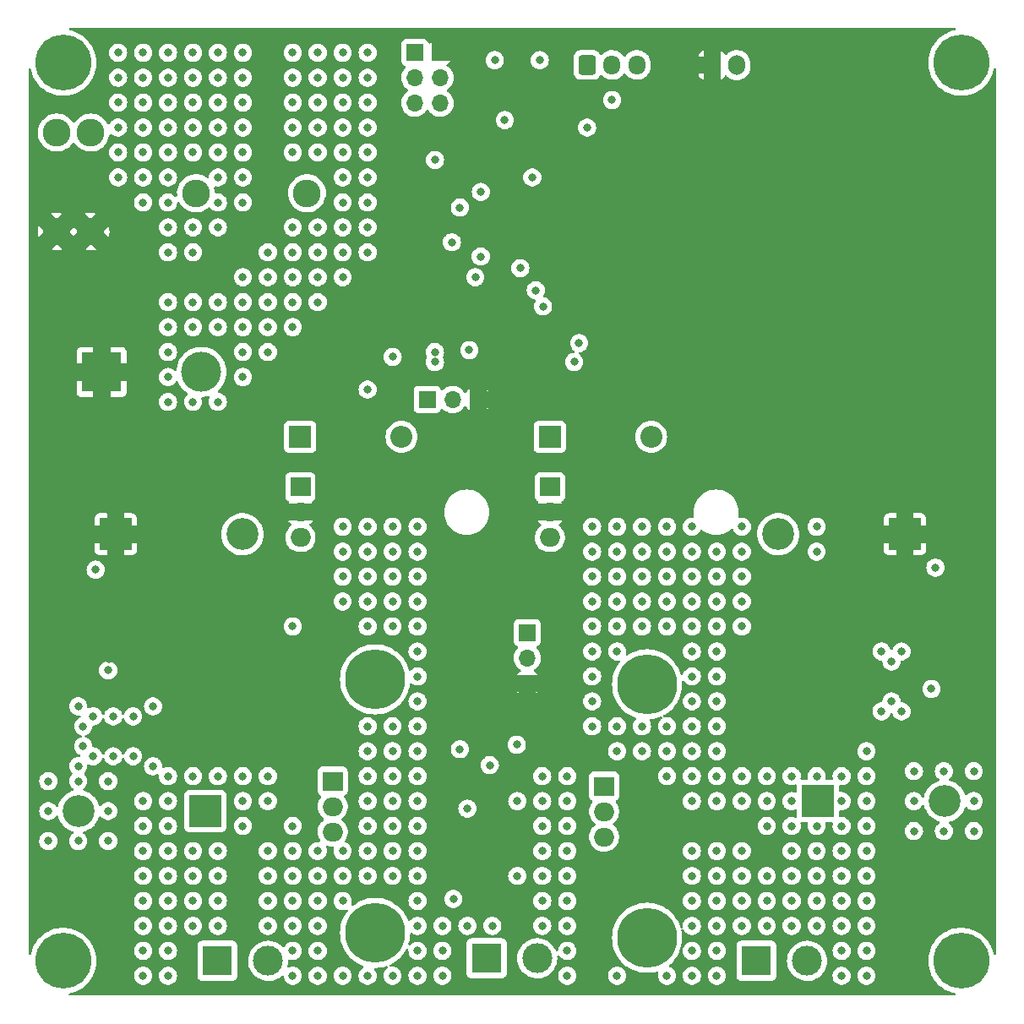
<source format=gbr>
%TF.GenerationSoftware,KiCad,Pcbnew,(6.0.6-1)-1*%
%TF.CreationDate,2022-07-21T21:53:33-04:00*%
%TF.ProjectId,iGEM,6947454d-2e6b-4696-9361-645f70636258,rev?*%
%TF.SameCoordinates,Original*%
%TF.FileFunction,Copper,L3,Inr*%
%TF.FilePolarity,Positive*%
%FSLAX46Y46*%
G04 Gerber Fmt 4.6, Leading zero omitted, Abs format (unit mm)*
G04 Created by KiCad (PCBNEW (6.0.6-1)-1) date 2022-07-21 21:53:33*
%MOMM*%
%LPD*%
G01*
G04 APERTURE LIST*
G04 Aperture macros list*
%AMRoundRect*
0 Rectangle with rounded corners*
0 $1 Rounding radius*
0 $2 $3 $4 $5 $6 $7 $8 $9 X,Y pos of 4 corners*
0 Add a 4 corners polygon primitive as box body*
4,1,4,$2,$3,$4,$5,$6,$7,$8,$9,$2,$3,0*
0 Add four circle primitives for the rounded corners*
1,1,$1+$1,$2,$3*
1,1,$1+$1,$4,$5*
1,1,$1+$1,$6,$7*
1,1,$1+$1,$8,$9*
0 Add four rect primitives between the rounded corners*
20,1,$1+$1,$2,$3,$4,$5,0*
20,1,$1+$1,$4,$5,$6,$7,0*
20,1,$1+$1,$6,$7,$8,$9,0*
20,1,$1+$1,$8,$9,$2,$3,0*%
G04 Aperture macros list end*
%TA.AperFunction,ComponentPad*%
%ADD10R,3.200000X3.200000*%
%TD*%
%TA.AperFunction,ComponentPad*%
%ADD11O,3.200000X3.200000*%
%TD*%
%TA.AperFunction,ComponentPad*%
%ADD12C,2.781000*%
%TD*%
%TA.AperFunction,ComponentPad*%
%ADD13R,2.000000X1.905000*%
%TD*%
%TA.AperFunction,ComponentPad*%
%ADD14O,2.000000X1.905000*%
%TD*%
%TA.AperFunction,ComponentPad*%
%ADD15C,5.600000*%
%TD*%
%TA.AperFunction,ComponentPad*%
%ADD16R,1.700000X1.700000*%
%TD*%
%TA.AperFunction,ComponentPad*%
%ADD17O,1.700000X1.700000*%
%TD*%
%TA.AperFunction,ComponentPad*%
%ADD18R,2.200000X2.200000*%
%TD*%
%TA.AperFunction,ComponentPad*%
%ADD19O,2.200000X2.200000*%
%TD*%
%TA.AperFunction,ComponentPad*%
%ADD20C,2.780000*%
%TD*%
%TA.AperFunction,ComponentPad*%
%ADD21R,3.000000X3.000000*%
%TD*%
%TA.AperFunction,ComponentPad*%
%ADD22C,3.000000*%
%TD*%
%TA.AperFunction,ComponentPad*%
%ADD23RoundRect,0.250000X-0.600000X-0.725000X0.600000X-0.725000X0.600000X0.725000X-0.600000X0.725000X0*%
%TD*%
%TA.AperFunction,ComponentPad*%
%ADD24O,1.700000X1.950000*%
%TD*%
%TA.AperFunction,ComponentPad*%
%ADD25RoundRect,0.250000X-0.600000X-0.750000X0.600000X-0.750000X0.600000X0.750000X-0.600000X0.750000X0*%
%TD*%
%TA.AperFunction,ComponentPad*%
%ADD26O,1.700000X2.000000*%
%TD*%
%TA.AperFunction,ComponentPad*%
%ADD27C,6.000000*%
%TD*%
%TA.AperFunction,ComponentPad*%
%ADD28R,4.000000X4.000000*%
%TD*%
%TA.AperFunction,ComponentPad*%
%ADD29C,4.000000*%
%TD*%
%TA.AperFunction,ViaPad*%
%ADD30C,0.800000*%
%TD*%
G04 APERTURE END LIST*
D10*
%TO.N,Net-(D2-Pad1)*%
%TO.C,D2*%
X81250000Y-126000000D03*
D11*
%TO.N,GND*%
X68550000Y-126000000D03*
%TD*%
D12*
%TO.N,Net-(F1-Pad1)*%
%TO.C,J3*%
X80298000Y-64080000D03*
%TO.N,GND*%
X91423000Y-64080000D03*
%TD*%
D13*
%TO.N,RHEO1_OUT*%
%TO.C,Q1*%
X90770000Y-93500000D03*
D14*
%TO.N,+5V*%
X90770000Y-96040000D03*
%TO.N,Net-(Q1-Pad3)*%
X90770000Y-98580000D03*
%TD*%
D15*
%TO.N,unconnected-(H1-Pad1)*%
%TO.C,H1*%
X157000000Y-141000000D03*
%TD*%
%TO.N,unconnected-(H3-Pad1)*%
%TO.C,H3*%
X157000000Y-51000000D03*
%TD*%
D10*
%TO.N,+5V*%
%TO.C,D3*%
X72250000Y-98250000D03*
D11*
%TO.N,Net-(D3-Pad2)*%
X84950000Y-98250000D03*
%TD*%
D10*
%TO.N,+5V*%
%TO.C,D4*%
X151350000Y-98250000D03*
D11*
%TO.N,Net-(D4-Pad2)*%
X138650000Y-98250000D03*
%TD*%
D16*
%TO.N,GND*%
%TO.C,J2*%
X113500000Y-108100000D03*
D17*
%TO.N,Net-(J2-Pad2)*%
X113500000Y-110640000D03*
%TO.N,+5V*%
X113500000Y-113180000D03*
%TD*%
D18*
%TO.N,RHEO2_OUT*%
%TO.C,D7*%
X115750000Y-88500000D03*
D19*
%TO.N,GND*%
X125910000Y-88500000D03*
%TD*%
D15*
%TO.N,unconnected-(H2-Pad1)*%
%TO.C,H2*%
X67000000Y-51000000D03*
%TD*%
D20*
%TO.N,Net-(F1-Pad1)*%
%TO.C,F1*%
X66350000Y-58000000D03*
X69750000Y-58000000D03*
%TO.N,+5V*%
X69750000Y-67920000D03*
X66350000Y-67920000D03*
%TD*%
D13*
%TO.N,Net-(Q6-Pad3)*%
%TO.C,Q7*%
X121205000Y-123510000D03*
D14*
%TO.N,Net-(D4-Pad2)*%
X121205000Y-126050000D03*
%TO.N,Net-(Q7-Pad3)*%
X121205000Y-128590000D03*
%TD*%
D21*
%TO.N,Net-(D3-Pad2)*%
%TO.C,J1*%
X109420000Y-140750000D03*
D22*
%TO.N,Net-(IC1-Pad1)*%
X114500000Y-140750000D03*
%TD*%
D23*
%TO.N,SCL*%
%TO.C,J4*%
X119500000Y-51225000D03*
D24*
%TO.N,SDA*%
X122000000Y-51225000D03*
%TO.N,GND*%
X124500000Y-51225000D03*
%TD*%
D13*
%TO.N,Net-(Q1-Pad3)*%
%TO.C,Q4*%
X94000000Y-123000000D03*
D14*
%TO.N,Net-(D3-Pad2)*%
X94000000Y-125540000D03*
%TO.N,Net-(Q4-Pad3)*%
X94000000Y-128080000D03*
%TD*%
D15*
%TO.N,unconnected-(H4-Pad1)*%
%TO.C,H4*%
X67000000Y-141000000D03*
%TD*%
D25*
%TO.N,+5V*%
%TO.C,M1*%
X132000000Y-51250000D03*
D26*
%TO.N,GND*%
X134500000Y-51250000D03*
%TD*%
D16*
%TO.N,GND*%
%TO.C,J5*%
X103475000Y-84750000D03*
D17*
%TO.N,Net-(IC2-Pad1)*%
X106015000Y-84750000D03*
%TO.N,+5V*%
X108555000Y-84750000D03*
%TD*%
D10*
%TO.N,Net-(D5-Pad1)*%
%TO.C,D5*%
X142650000Y-125000000D03*
D11*
%TO.N,GND*%
X155350000Y-125000000D03*
%TD*%
D13*
%TO.N,RHEO2_OUT*%
%TO.C,Q6*%
X115770000Y-93500000D03*
D14*
%TO.N,+5V*%
X115770000Y-96040000D03*
%TO.N,Net-(Q6-Pad3)*%
X115770000Y-98580000D03*
%TD*%
D27*
%TO.N,Net-(D4-Pad2)*%
%TO.C,HS2*%
X125500000Y-113300000D03*
X125500000Y-138700000D03*
%TD*%
D18*
%TO.N,RHEO1_OUT*%
%TO.C,D1*%
X90750000Y-88500000D03*
D19*
%TO.N,GND*%
X100910000Y-88500000D03*
%TD*%
D21*
%TO.N,Net-(D2-Pad1)*%
%TO.C,R2*%
X82460000Y-141000000D03*
D22*
%TO.N,Net-(Q4-Pad3)*%
X87540000Y-141000000D03*
%TD*%
D28*
%TO.N,+5V*%
%TO.C,C9*%
X70842169Y-82000000D03*
D29*
%TO.N,GND*%
X80842169Y-82000000D03*
%TD*%
D21*
%TO.N,Net-(Q7-Pad3)*%
%TO.C,R6*%
X136460000Y-141000000D03*
D22*
%TO.N,Net-(D5-Pad1)*%
X141540000Y-141000000D03*
%TD*%
D27*
%TO.N,Net-(D3-Pad2)*%
%TO.C,HS1*%
X98249999Y-112800000D03*
X98249999Y-138200000D03*
%TD*%
D16*
%TO.N,UPDI*%
%TO.C,J6*%
X102225000Y-49975000D03*
D17*
%TO.N,+5V*%
X104765000Y-49975000D03*
%TO.N,unconnected-(J6-Pad3)*%
X102225000Y-52515000D03*
%TO.N,unconnected-(J6-Pad4)*%
X104765000Y-52515000D03*
%TO.N,unconnected-(J6-Pad5)*%
X102225000Y-55055000D03*
%TO.N,GND*%
X104765000Y-55055000D03*
%TD*%
D30*
%TO.N,+5V*%
X106750000Y-56750000D03*
X67500000Y-75000000D03*
X95750000Y-79250000D03*
X149500000Y-103500000D03*
X65000000Y-65000000D03*
X72500000Y-85000000D03*
X147500000Y-101500000D03*
X67500000Y-87500000D03*
X75500000Y-106500000D03*
X106100000Y-132700000D03*
X75500000Y-105000000D03*
X70000000Y-77500000D03*
X145500000Y-101500000D03*
X65000000Y-85000000D03*
X75000000Y-98250000D03*
X108250000Y-54750000D03*
X65000000Y-77500000D03*
X148400000Y-99800000D03*
X77000000Y-105000000D03*
X65000000Y-80000000D03*
X145500000Y-105500000D03*
X70000000Y-72500000D03*
X70000000Y-65000000D03*
X67500000Y-90000000D03*
X125250000Y-56250000D03*
X70000000Y-90000000D03*
X72500000Y-70000000D03*
X72500000Y-72500000D03*
X72500000Y-67500000D03*
X148400000Y-97600000D03*
X65000000Y-75000000D03*
X152200000Y-95200000D03*
X152600000Y-110500000D03*
X65000000Y-70000000D03*
X67500000Y-70000000D03*
X72500000Y-90000000D03*
X150400000Y-95200000D03*
X71600000Y-110800000D03*
X106850000Y-116750000D03*
X69800000Y-95600000D03*
X106750000Y-75750000D03*
X67500000Y-85000000D03*
X75000000Y-95500000D03*
X78500000Y-105000000D03*
X116200000Y-56250000D03*
X97500000Y-81750000D03*
X65000000Y-82500000D03*
X65000000Y-87500000D03*
X147500000Y-105500000D03*
X70000000Y-87500000D03*
X72250000Y-101000000D03*
X72500000Y-75000000D03*
X65000000Y-90000000D03*
X67500000Y-72500000D03*
X98000000Y-77250000D03*
X67500000Y-80000000D03*
X67500000Y-65000000D03*
X108050000Y-69250000D03*
X70000000Y-85000000D03*
X65000000Y-72500000D03*
X72500000Y-87500000D03*
X77000000Y-106500000D03*
X72250000Y-95500000D03*
X67500000Y-77500000D03*
X78500000Y-106500000D03*
X149500000Y-101500000D03*
X70000000Y-75000000D03*
X72500000Y-77500000D03*
X148400000Y-95200000D03*
X67500000Y-82500000D03*
X149500000Y-105500000D03*
X69800000Y-98200000D03*
%TO.N,GND*%
X82500000Y-85000000D03*
X90000000Y-72500000D03*
X97500000Y-55000000D03*
X87500000Y-80000000D03*
X152250000Y-125000000D03*
X90000000Y-70000000D03*
X92500000Y-57500000D03*
X107692997Y-79807003D03*
X151000000Y-116000000D03*
X77500000Y-77500000D03*
X77500000Y-75000000D03*
X92500000Y-60000000D03*
X95000000Y-62500000D03*
X92500000Y-50000000D03*
X68500000Y-129000000D03*
X108300000Y-72500000D03*
X150000000Y-111000000D03*
X87500000Y-77500000D03*
X82500000Y-75000000D03*
X90000000Y-55000000D03*
X65500000Y-126000000D03*
X70250000Y-101800000D03*
X112450000Y-119337501D03*
X70000000Y-120500000D03*
X150000000Y-115000000D03*
X149000000Y-116000000D03*
X72000000Y-116500000D03*
X90000000Y-60000000D03*
X95000000Y-60000000D03*
X152250000Y-122000000D03*
X97500000Y-65000000D03*
X158250000Y-128000000D03*
X80000000Y-77500000D03*
X106750000Y-119800000D03*
X72000000Y-120500000D03*
X80000000Y-75000000D03*
X114350000Y-73812500D03*
X71500000Y-129000000D03*
X74000000Y-120500000D03*
X95000000Y-57500000D03*
X111250000Y-56750000D03*
X85000000Y-80000000D03*
X158250000Y-122000000D03*
X97500000Y-60000000D03*
X92500000Y-72500000D03*
X82500000Y-77500000D03*
X149000000Y-110000000D03*
X85000000Y-75000000D03*
X92500000Y-67500000D03*
X152250000Y-128000000D03*
X90000000Y-50000000D03*
X70000000Y-116500000D03*
X68500000Y-123000000D03*
X85000000Y-77500000D03*
X151000000Y-110000000D03*
X97500000Y-83750000D03*
X97500000Y-67500000D03*
X74000000Y-116500000D03*
X155250000Y-122000000D03*
X106100000Y-134800000D03*
X158250000Y-125000000D03*
X90000000Y-77500000D03*
X114750000Y-50750000D03*
X97500000Y-50000000D03*
X76000000Y-115500000D03*
X95000000Y-72500000D03*
X92500000Y-70000000D03*
X68500000Y-121500000D03*
X97500000Y-57500000D03*
X95000000Y-67500000D03*
X68500000Y-115500000D03*
X85000000Y-82500000D03*
X71500000Y-123000000D03*
X100012299Y-80474500D03*
X69000000Y-119500000D03*
X95000000Y-55000000D03*
X154400000Y-101600000D03*
X97500000Y-52500000D03*
X90000000Y-75000000D03*
X77500000Y-85000000D03*
X108850000Y-63950000D03*
X85000000Y-72500000D03*
X97500000Y-62500000D03*
X109750001Y-121400001D03*
X95000000Y-65000000D03*
X112800000Y-71600000D03*
X90000000Y-57500000D03*
X92500000Y-75000000D03*
X105950000Y-69000000D03*
X154000000Y-113750000D03*
X77500000Y-80000000D03*
X90000000Y-52500000D03*
X110250000Y-50750000D03*
X95000000Y-52500000D03*
X87500000Y-75000000D03*
X92500000Y-52500000D03*
X77500000Y-82500000D03*
X80000000Y-85000000D03*
X71500000Y-126000000D03*
X71500000Y-111900000D03*
X95000000Y-70000000D03*
X90000000Y-67500000D03*
X65500000Y-129000000D03*
X155250000Y-128000000D03*
X107500000Y-125750000D03*
X92500000Y-55000000D03*
X65500000Y-123000000D03*
X114000000Y-62500000D03*
X95000000Y-50000000D03*
X69000000Y-117500000D03*
X87500000Y-72500000D03*
X87500000Y-70000000D03*
X76000000Y-121500000D03*
X97500000Y-70000000D03*
%TO.N,Net-(D2-Pad1)*%
X80000000Y-122500000D03*
X77500000Y-132500000D03*
X77500000Y-130000000D03*
X85000000Y-127500000D03*
X87500000Y-125000000D03*
X77500000Y-137500000D03*
X82500000Y-135000000D03*
X75000000Y-125000000D03*
X87500000Y-122500000D03*
X82500000Y-122500000D03*
X80000000Y-132500000D03*
X77500000Y-140000000D03*
X80000000Y-130000000D03*
X77500000Y-125000000D03*
X75000000Y-132500000D03*
X75000000Y-142500000D03*
X80000000Y-137500000D03*
X82500000Y-130000000D03*
X80000000Y-135000000D03*
X82500000Y-137500000D03*
X82500000Y-132500000D03*
X77500000Y-142500000D03*
X75000000Y-130000000D03*
X75000000Y-127500000D03*
X77500000Y-122500000D03*
X75000000Y-137500000D03*
X85000000Y-122500000D03*
X77500000Y-127500000D03*
X75000000Y-140000000D03*
X77500000Y-135000000D03*
X75000000Y-135000000D03*
X85000000Y-125000000D03*
%TO.N,Net-(D3-Pad2)*%
X100000000Y-107500000D03*
X97500000Y-117500000D03*
X97500000Y-132500000D03*
X102500000Y-117500000D03*
X97500000Y-102500000D03*
X100000000Y-117500000D03*
X100000000Y-130000000D03*
X97500000Y-122500000D03*
X97500000Y-97500000D03*
X100000000Y-132500000D03*
X102500000Y-100000000D03*
X102500000Y-122500000D03*
X102500000Y-115000000D03*
X107500000Y-137500000D03*
X102500000Y-127500000D03*
X97500000Y-107500000D03*
X105000000Y-137500000D03*
X105000000Y-142500000D03*
X102500000Y-120000000D03*
X100000000Y-120000000D03*
X95000000Y-102500000D03*
X95000000Y-132500000D03*
X110000000Y-137500000D03*
X102500000Y-110000000D03*
X97500000Y-105000000D03*
X97500000Y-125000000D03*
X100000000Y-122500000D03*
X100000000Y-127500000D03*
X102500000Y-97500000D03*
X95000000Y-135000000D03*
X105000000Y-140000000D03*
X100000000Y-97500000D03*
X102500000Y-135000000D03*
X97500000Y-127500000D03*
X97500000Y-130000000D03*
X102500000Y-125000000D03*
X100000000Y-142500000D03*
X102500000Y-102500000D03*
X97500000Y-100000000D03*
X102500000Y-137500000D03*
X97500000Y-120000000D03*
X95000000Y-97500000D03*
X95000000Y-100000000D03*
X95000000Y-142500000D03*
X102500000Y-142500000D03*
X102500000Y-140000000D03*
X100000000Y-102500000D03*
X102500000Y-130000000D03*
X102500000Y-112500000D03*
X100000000Y-100000000D03*
X90000000Y-107500000D03*
X95000000Y-105000000D03*
X97500000Y-142500000D03*
X100000000Y-125000000D03*
X100000000Y-105000000D03*
X102500000Y-132500000D03*
X102500000Y-107500000D03*
X102500000Y-105000000D03*
%TO.N,Net-(D4-Pad2)*%
X132500000Y-102500000D03*
X120000000Y-110000000D03*
X125000000Y-100000000D03*
X117500000Y-127500000D03*
X130000000Y-115000000D03*
X122500000Y-100000000D03*
X132500000Y-122500000D03*
X130000000Y-107500000D03*
X127500000Y-102500000D03*
X132500000Y-120000000D03*
X132500000Y-112500000D03*
X135000000Y-100000000D03*
X120000000Y-97500000D03*
X120000000Y-102500000D03*
X130000000Y-120000000D03*
X122500000Y-102500000D03*
X122500000Y-107500000D03*
X132500000Y-100000000D03*
X135000000Y-105000000D03*
X135000000Y-107500000D03*
X142500000Y-97500000D03*
X122500000Y-110000000D03*
X120000000Y-115000000D03*
X132500000Y-107500000D03*
X130000000Y-100000000D03*
X115000000Y-127500000D03*
X112500000Y-125000000D03*
X130000000Y-110000000D03*
X117500000Y-122500000D03*
X130000000Y-105000000D03*
X115000000Y-122500000D03*
X132500000Y-105000000D03*
X120000000Y-112500000D03*
X125000000Y-102500000D03*
X135000000Y-97500000D03*
X130000000Y-102500000D03*
X127500000Y-117500000D03*
X132500000Y-125000000D03*
X132500000Y-117500000D03*
X125000000Y-107500000D03*
X117500000Y-125000000D03*
X115000000Y-125000000D03*
X132500000Y-110000000D03*
X127500000Y-100000000D03*
X120000000Y-117500000D03*
X122500000Y-97500000D03*
X122500000Y-117500000D03*
X125000000Y-105000000D03*
X122500000Y-105000000D03*
X120000000Y-105000000D03*
X127500000Y-107500000D03*
X130000000Y-125000000D03*
X130000000Y-97500000D03*
X125000000Y-117500000D03*
X127500000Y-122500000D03*
X120000000Y-100000000D03*
X127500000Y-120000000D03*
X130000000Y-112500000D03*
X122500000Y-120000000D03*
X127500000Y-105000000D03*
X130000000Y-117500000D03*
X125000000Y-97500000D03*
X125000000Y-120000000D03*
X135000000Y-102500000D03*
X142500000Y-100000000D03*
X130000000Y-122500000D03*
X132500000Y-115000000D03*
X120000000Y-107500000D03*
X127500000Y-97500000D03*
%TO.N,Net-(D5-Pad1)*%
X142500000Y-132500000D03*
X140000000Y-137500000D03*
X145000000Y-125000000D03*
X140000000Y-127500000D03*
X147500000Y-132500000D03*
X147500000Y-142500000D03*
X145000000Y-140000000D03*
X140000000Y-132500000D03*
X140000000Y-125000000D03*
X145000000Y-132500000D03*
X142500000Y-122500000D03*
X135000000Y-125000000D03*
X137500000Y-125000000D03*
X140000000Y-135000000D03*
X145000000Y-135000000D03*
X142500000Y-127500000D03*
X147500000Y-120000000D03*
X140000000Y-130000000D03*
X140000000Y-122500000D03*
X147500000Y-137500000D03*
X145000000Y-130000000D03*
X135000000Y-122500000D03*
X142500000Y-130000000D03*
X147500000Y-135000000D03*
X145000000Y-122500000D03*
X142500000Y-135000000D03*
X147500000Y-122500000D03*
X145000000Y-127500000D03*
X145000000Y-142500000D03*
X147500000Y-127500000D03*
X137500000Y-122500000D03*
X142500000Y-137500000D03*
X147500000Y-130000000D03*
X147500000Y-125000000D03*
X147500000Y-140000000D03*
X145000000Y-137500000D03*
X137500000Y-127500000D03*
%TO.N,Net-(F1-Pad1)*%
X72500000Y-60000000D03*
X77500000Y-65000000D03*
X77500000Y-50000000D03*
X82500000Y-57500000D03*
X80000000Y-57500000D03*
X75000000Y-55000000D03*
X75000000Y-62500000D03*
X75000000Y-52500000D03*
X77500000Y-67500000D03*
X80000000Y-50000000D03*
X77500000Y-52500000D03*
X82500000Y-62500000D03*
X72500000Y-50000000D03*
X72500000Y-57500000D03*
X82500000Y-55000000D03*
X77500000Y-70000000D03*
X75000000Y-60000000D03*
X82500000Y-67500000D03*
X75000000Y-50000000D03*
X85000000Y-52500000D03*
X80000000Y-70000000D03*
X75000000Y-65000000D03*
X77500000Y-60000000D03*
X80000000Y-55000000D03*
X82500000Y-50000000D03*
X72500000Y-52500000D03*
X77500000Y-62500000D03*
X85000000Y-50000000D03*
X80000000Y-67500000D03*
X85000000Y-60000000D03*
X85000000Y-65000000D03*
X85000000Y-62500000D03*
X72500000Y-62500000D03*
X85000000Y-57500000D03*
X80000000Y-60000000D03*
X85000000Y-55000000D03*
X82500000Y-52500000D03*
X75000000Y-57500000D03*
X82500000Y-60000000D03*
X80000000Y-52500000D03*
X72500000Y-55000000D03*
X77500000Y-55000000D03*
X82500000Y-65000000D03*
X77500000Y-57500000D03*
%TO.N,Net-(IC1-Pad1)*%
X117500000Y-130000000D03*
X115000000Y-132500000D03*
X115000000Y-135000000D03*
X117500000Y-140000000D03*
X115000000Y-130000000D03*
X117500000Y-132500000D03*
X117500000Y-135000000D03*
X117500000Y-137500000D03*
X115000000Y-137500000D03*
X112500000Y-132500000D03*
X117500000Y-142500000D03*
%TO.N,SCL*%
X119500000Y-57500000D03*
X104250000Y-81000000D03*
X106750000Y-65525500D03*
%TO.N,SDA*%
X104250000Y-80000000D03*
X104250000Y-60750000D03*
X122000000Y-54750000D03*
%TO.N,DIR2*%
X115075000Y-75425000D03*
X118700000Y-79100000D03*
%TO.N,DIR1*%
X108838798Y-70427795D03*
X118200000Y-81000000D03*
%TO.N,Net-(Q4-Pad3)*%
X90000000Y-132500000D03*
X95000000Y-130000000D03*
X90000000Y-135000000D03*
X87500000Y-137500000D03*
X87500000Y-132500000D03*
X87500000Y-130000000D03*
X92500000Y-140000000D03*
X90000000Y-142500000D03*
X92500000Y-137500000D03*
X92500000Y-135000000D03*
X90000000Y-127500000D03*
X92500000Y-132500000D03*
X90000000Y-137500000D03*
X90000000Y-130000000D03*
X92500000Y-130000000D03*
X90000000Y-140000000D03*
X92500000Y-142500000D03*
X87500000Y-135000000D03*
%TO.N,Net-(Q7-Pad3)*%
X132500000Y-140000000D03*
X135000000Y-137500000D03*
X130000000Y-130000000D03*
X130000000Y-140000000D03*
X137500000Y-137500000D03*
X137500000Y-132500000D03*
X132500000Y-137500000D03*
X132500000Y-142500000D03*
X135000000Y-135000000D03*
X137500000Y-135000000D03*
X130000000Y-142500000D03*
X135000000Y-132500000D03*
X130000000Y-137500000D03*
X132500000Y-135000000D03*
X127500000Y-142500000D03*
X122500000Y-142500000D03*
X130000000Y-135000000D03*
X132500000Y-132500000D03*
X132500000Y-130000000D03*
X135000000Y-130000000D03*
X130000000Y-132500000D03*
%TD*%
%TA.AperFunction,Conductor*%
%TO.N,+5V*%
G36*
X156381534Y-47528502D02*
G01*
X156428027Y-47582158D01*
X156438131Y-47652432D01*
X156408637Y-47717012D01*
X156348911Y-47755396D01*
X156340257Y-47757608D01*
X156120117Y-47805606D01*
X155780271Y-47919317D01*
X155777178Y-47920739D01*
X155777177Y-47920740D01*
X155770974Y-47923593D01*
X155454694Y-48069066D01*
X155451760Y-48070822D01*
X155451758Y-48070823D01*
X155408147Y-48096924D01*
X155147193Y-48253101D01*
X155144467Y-48255163D01*
X155144465Y-48255164D01*
X155138620Y-48259585D01*
X154861367Y-48469270D01*
X154600559Y-48715043D01*
X154598347Y-48717633D01*
X154598345Y-48717635D01*
X154560677Y-48761739D01*
X154367819Y-48987546D01*
X154365900Y-48990358D01*
X154365897Y-48990363D01*
X154285356Y-49108433D01*
X154165871Y-49283591D01*
X153997077Y-49599714D01*
X153863411Y-49932218D01*
X153862491Y-49935492D01*
X153862489Y-49935497D01*
X153774056Y-50250108D01*
X153766437Y-50277213D01*
X153765875Y-50280570D01*
X153765875Y-50280571D01*
X153718005Y-50566635D01*
X153707290Y-50630663D01*
X153686661Y-50988434D01*
X153704792Y-51346340D01*
X153705329Y-51349695D01*
X153705330Y-51349701D01*
X153735990Y-51541118D01*
X153761470Y-51700195D01*
X153856033Y-52045859D01*
X153987374Y-52379288D01*
X154007211Y-52417072D01*
X154150464Y-52689928D01*
X154153957Y-52696582D01*
X154155858Y-52699411D01*
X154155864Y-52699421D01*
X154267312Y-52865271D01*
X154353834Y-52994029D01*
X154584665Y-53268150D01*
X154843751Y-53515738D01*
X155128061Y-53733897D01*
X155160056Y-53753350D01*
X155431355Y-53918303D01*
X155431360Y-53918306D01*
X155434270Y-53920075D01*
X155437358Y-53921521D01*
X155437357Y-53921521D01*
X155755710Y-54070649D01*
X155755720Y-54070653D01*
X155758794Y-54072093D01*
X155762012Y-54073195D01*
X155762015Y-54073196D01*
X156094615Y-54187071D01*
X156094623Y-54187073D01*
X156097838Y-54188174D01*
X156447435Y-54266959D01*
X156499728Y-54272917D01*
X156800114Y-54307142D01*
X156800122Y-54307142D01*
X156803497Y-54307527D01*
X156806901Y-54307545D01*
X156806904Y-54307545D01*
X157001227Y-54308562D01*
X157161857Y-54309403D01*
X157165243Y-54309053D01*
X157165245Y-54309053D01*
X157514932Y-54272917D01*
X157514941Y-54272916D01*
X157518324Y-54272566D01*
X157521657Y-54271852D01*
X157521660Y-54271851D01*
X157769241Y-54218774D01*
X157868727Y-54197446D01*
X158208968Y-54084922D01*
X158535066Y-53936311D01*
X158791294Y-53784174D01*
X158840262Y-53755099D01*
X158840267Y-53755096D01*
X158843207Y-53753350D01*
X158900257Y-53710516D01*
X158948257Y-53674476D01*
X159129786Y-53538180D01*
X159391451Y-53293319D01*
X159625140Y-53021630D01*
X159775353Y-52803069D01*
X159826190Y-52729101D01*
X159826195Y-52729094D01*
X159828120Y-52726292D01*
X159829732Y-52723298D01*
X159829737Y-52723290D01*
X159970552Y-52461768D01*
X159998017Y-52410760D01*
X160132842Y-52078724D01*
X160135056Y-52070954D01*
X160188002Y-51885085D01*
X160231020Y-51734070D01*
X160235326Y-51708882D01*
X160241301Y-51673924D01*
X160272495Y-51610148D01*
X160333217Y-51573360D01*
X160404189Y-51575241D01*
X160462877Y-51615193D01*
X160490649Y-51680533D01*
X160491500Y-51695154D01*
X160491500Y-140299226D01*
X160471498Y-140367347D01*
X160417842Y-140413840D01*
X160347568Y-140423944D01*
X160282988Y-140394450D01*
X160244604Y-140334724D01*
X160241156Y-140319588D01*
X160238312Y-140302221D01*
X160236066Y-140288505D01*
X160140297Y-139943173D01*
X160138691Y-139939136D01*
X160009052Y-139613369D01*
X160007793Y-139610205D01*
X159940472Y-139483057D01*
X159841702Y-139296513D01*
X159841698Y-139296506D01*
X159840103Y-139293494D01*
X159639190Y-138996746D01*
X159634131Y-138990780D01*
X159515141Y-138850472D01*
X159407403Y-138723432D01*
X159147454Y-138476750D01*
X158903777Y-138291118D01*
X158865091Y-138261647D01*
X158865089Y-138261646D01*
X158862384Y-138259585D01*
X158859472Y-138257828D01*
X158859467Y-138257825D01*
X158558443Y-138076236D01*
X158558437Y-138076233D01*
X158555528Y-138074478D01*
X158230475Y-137923593D01*
X157975057Y-137837139D01*
X157894255Y-137809789D01*
X157894250Y-137809788D01*
X157891028Y-137808697D01*
X157692681Y-137764724D01*
X157544493Y-137731871D01*
X157544487Y-137731870D01*
X157541158Y-137731132D01*
X157537769Y-137730758D01*
X157537764Y-137730757D01*
X157188338Y-137692180D01*
X157188333Y-137692180D01*
X157184957Y-137691807D01*
X157181558Y-137691801D01*
X157181557Y-137691801D01*
X157012080Y-137691505D01*
X156826592Y-137691182D01*
X156713413Y-137703277D01*
X156473639Y-137728901D01*
X156473631Y-137728902D01*
X156470256Y-137729263D01*
X156120117Y-137805606D01*
X155780271Y-137919317D01*
X155777178Y-137920739D01*
X155777177Y-137920740D01*
X155595090Y-138004491D01*
X155454694Y-138069066D01*
X155451760Y-138070822D01*
X155451758Y-138070823D01*
X155188708Y-138228255D01*
X155147193Y-138253101D01*
X155144467Y-138255163D01*
X155144465Y-138255164D01*
X154992406Y-138370166D01*
X154861367Y-138469270D01*
X154600559Y-138715043D01*
X154598347Y-138717633D01*
X154598345Y-138717635D01*
X154576837Y-138742818D01*
X154367819Y-138987546D01*
X154365900Y-138990358D01*
X154365897Y-138990363D01*
X154294748Y-139094664D01*
X154165871Y-139283591D01*
X153997077Y-139599714D01*
X153863411Y-139932218D01*
X153862491Y-139935492D01*
X153862489Y-139935497D01*
X153769125Y-140267651D01*
X153766437Y-140277213D01*
X153765875Y-140280570D01*
X153765875Y-140280571D01*
X153743574Y-140413840D01*
X153707290Y-140630663D01*
X153686661Y-140988434D01*
X153686833Y-140991829D01*
X153686833Y-140991830D01*
X153700765Y-141266846D01*
X153704792Y-141346340D01*
X153705329Y-141349695D01*
X153705330Y-141349701D01*
X153733426Y-141525108D01*
X153761470Y-141700195D01*
X153856033Y-142045859D01*
X153954061Y-142294717D01*
X153986060Y-142375951D01*
X153987374Y-142379288D01*
X154006162Y-142415073D01*
X154150464Y-142689928D01*
X154153957Y-142696582D01*
X154155858Y-142699411D01*
X154155864Y-142699421D01*
X154261136Y-142856081D01*
X154353834Y-142994029D01*
X154584665Y-143268150D01*
X154843751Y-143515738D01*
X155128061Y-143733897D01*
X155160056Y-143753350D01*
X155431355Y-143918303D01*
X155431360Y-143918306D01*
X155434270Y-143920075D01*
X155437358Y-143921521D01*
X155437357Y-143921521D01*
X155755710Y-144070649D01*
X155755720Y-144070653D01*
X155758794Y-144072093D01*
X155762012Y-144073195D01*
X155762015Y-144073196D01*
X156094615Y-144187071D01*
X156094623Y-144187073D01*
X156097838Y-144188174D01*
X156101166Y-144188924D01*
X156339270Y-144242583D01*
X156401326Y-144277071D01*
X156434886Y-144339636D01*
X156429293Y-144410412D01*
X156386324Y-144466928D01*
X156319620Y-144491243D01*
X156311569Y-144491500D01*
X67685919Y-144491500D01*
X67617798Y-144471498D01*
X67571305Y-144417842D01*
X67561201Y-144347568D01*
X67590695Y-144282988D01*
X67650421Y-144244604D01*
X67659507Y-144242299D01*
X67736817Y-144225725D01*
X67868727Y-144197446D01*
X68208968Y-144084922D01*
X68535066Y-143936311D01*
X68629052Y-143880506D01*
X68840262Y-143755099D01*
X68840267Y-143755096D01*
X68843207Y-143753350D01*
X69129786Y-143538180D01*
X69391451Y-143293319D01*
X69625140Y-143021630D01*
X69774106Y-142804883D01*
X69826190Y-142729101D01*
X69826195Y-142729094D01*
X69828120Y-142726292D01*
X69829732Y-142723298D01*
X69829737Y-142723290D01*
X69949966Y-142500000D01*
X74086496Y-142500000D01*
X74087186Y-142506565D01*
X74103846Y-142665073D01*
X74106458Y-142689928D01*
X74165473Y-142871556D01*
X74168776Y-142877278D01*
X74168777Y-142877279D01*
X74185590Y-142906399D01*
X74260960Y-143036944D01*
X74388747Y-143178866D01*
X74543248Y-143291118D01*
X74549276Y-143293802D01*
X74549278Y-143293803D01*
X74711681Y-143366109D01*
X74717712Y-143368794D01*
X74811112Y-143388647D01*
X74898056Y-143407128D01*
X74898061Y-143407128D01*
X74904513Y-143408500D01*
X75095487Y-143408500D01*
X75101939Y-143407128D01*
X75101944Y-143407128D01*
X75188888Y-143388647D01*
X75282288Y-143368794D01*
X75288319Y-143366109D01*
X75450722Y-143293803D01*
X75450724Y-143293802D01*
X75456752Y-143291118D01*
X75611253Y-143178866D01*
X75739040Y-143036944D01*
X75814410Y-142906399D01*
X75831223Y-142877279D01*
X75831224Y-142877278D01*
X75834527Y-142871556D01*
X75893542Y-142689928D01*
X75896155Y-142665073D01*
X75912814Y-142506565D01*
X75913504Y-142500000D01*
X76586496Y-142500000D01*
X76587186Y-142506565D01*
X76603846Y-142665073D01*
X76606458Y-142689928D01*
X76665473Y-142871556D01*
X76668776Y-142877278D01*
X76668777Y-142877279D01*
X76685590Y-142906399D01*
X76760960Y-143036944D01*
X76888747Y-143178866D01*
X77043248Y-143291118D01*
X77049276Y-143293802D01*
X77049278Y-143293803D01*
X77211681Y-143366109D01*
X77217712Y-143368794D01*
X77311112Y-143388647D01*
X77398056Y-143407128D01*
X77398061Y-143407128D01*
X77404513Y-143408500D01*
X77595487Y-143408500D01*
X77601939Y-143407128D01*
X77601944Y-143407128D01*
X77688888Y-143388647D01*
X77782288Y-143368794D01*
X77788319Y-143366109D01*
X77950722Y-143293803D01*
X77950724Y-143293802D01*
X77956752Y-143291118D01*
X78111253Y-143178866D01*
X78239040Y-143036944D01*
X78314410Y-142906399D01*
X78331223Y-142877279D01*
X78331224Y-142877278D01*
X78334527Y-142871556D01*
X78393542Y-142689928D01*
X78396155Y-142665073D01*
X78408445Y-142548134D01*
X80451500Y-142548134D01*
X80458255Y-142610316D01*
X80509385Y-142746705D01*
X80596739Y-142863261D01*
X80713295Y-142950615D01*
X80849684Y-143001745D01*
X80911866Y-143008500D01*
X84008134Y-143008500D01*
X84070316Y-143001745D01*
X84206705Y-142950615D01*
X84323261Y-142863261D01*
X84410615Y-142746705D01*
X84461745Y-142610316D01*
X84468500Y-142548134D01*
X84468500Y-140978918D01*
X85526917Y-140978918D01*
X85542682Y-141252320D01*
X85543507Y-141256525D01*
X85543508Y-141256533D01*
X85560321Y-141342227D01*
X85595405Y-141521053D01*
X85596792Y-141525103D01*
X85596793Y-141525108D01*
X85671778Y-141744119D01*
X85684112Y-141780144D01*
X85707198Y-141826045D01*
X85778983Y-141968774D01*
X85807160Y-142024799D01*
X85809586Y-142028328D01*
X85809589Y-142028334D01*
X85936605Y-142213142D01*
X85962274Y-142250490D01*
X86146582Y-142453043D01*
X86149877Y-142455798D01*
X86149878Y-142455799D01*
X86231726Y-142524234D01*
X86356675Y-142628707D01*
X86360316Y-142630991D01*
X86585024Y-142771951D01*
X86585028Y-142771953D01*
X86588664Y-142774234D01*
X86656544Y-142804883D01*
X86834345Y-142885164D01*
X86834349Y-142885166D01*
X86838257Y-142886930D01*
X86842377Y-142888150D01*
X86842376Y-142888150D01*
X87096723Y-142963491D01*
X87096727Y-142963492D01*
X87100836Y-142964709D01*
X87105070Y-142965357D01*
X87105075Y-142965358D01*
X87367298Y-143005483D01*
X87367300Y-143005483D01*
X87371540Y-143006132D01*
X87510912Y-143008322D01*
X87641071Y-143010367D01*
X87641077Y-143010367D01*
X87645362Y-143010434D01*
X87917235Y-142977534D01*
X88182127Y-142908041D01*
X88186087Y-142906401D01*
X88186092Y-142906399D01*
X88308632Y-142855641D01*
X88435136Y-142803241D01*
X88564693Y-142727534D01*
X88667879Y-142667237D01*
X88667880Y-142667236D01*
X88671582Y-142665073D01*
X88885593Y-142497267D01*
X88885595Y-142497266D01*
X88887089Y-142496094D01*
X88887348Y-142496424D01*
X88949081Y-142466800D01*
X89019535Y-142475565D01*
X89074065Y-142521029D01*
X89094692Y-142577983D01*
X89104073Y-142667237D01*
X89106458Y-142689928D01*
X89165473Y-142871556D01*
X89168776Y-142877278D01*
X89168777Y-142877279D01*
X89185590Y-142906399D01*
X89260960Y-143036944D01*
X89388747Y-143178866D01*
X89543248Y-143291118D01*
X89549276Y-143293802D01*
X89549278Y-143293803D01*
X89711681Y-143366109D01*
X89717712Y-143368794D01*
X89811112Y-143388647D01*
X89898056Y-143407128D01*
X89898061Y-143407128D01*
X89904513Y-143408500D01*
X90095487Y-143408500D01*
X90101939Y-143407128D01*
X90101944Y-143407128D01*
X90188888Y-143388647D01*
X90282288Y-143368794D01*
X90288319Y-143366109D01*
X90450722Y-143293803D01*
X90450724Y-143293802D01*
X90456752Y-143291118D01*
X90611253Y-143178866D01*
X90739040Y-143036944D01*
X90814410Y-142906399D01*
X90831223Y-142877279D01*
X90831224Y-142877278D01*
X90834527Y-142871556D01*
X90893542Y-142689928D01*
X90896155Y-142665073D01*
X90912814Y-142506565D01*
X90913504Y-142500000D01*
X91586496Y-142500000D01*
X91587186Y-142506565D01*
X91603846Y-142665073D01*
X91606458Y-142689928D01*
X91665473Y-142871556D01*
X91668776Y-142877278D01*
X91668777Y-142877279D01*
X91685590Y-142906399D01*
X91760960Y-143036944D01*
X91888747Y-143178866D01*
X92043248Y-143291118D01*
X92049276Y-143293802D01*
X92049278Y-143293803D01*
X92211681Y-143366109D01*
X92217712Y-143368794D01*
X92311112Y-143388647D01*
X92398056Y-143407128D01*
X92398061Y-143407128D01*
X92404513Y-143408500D01*
X92595487Y-143408500D01*
X92601939Y-143407128D01*
X92601944Y-143407128D01*
X92688888Y-143388647D01*
X92782288Y-143368794D01*
X92788319Y-143366109D01*
X92950722Y-143293803D01*
X92950724Y-143293802D01*
X92956752Y-143291118D01*
X93111253Y-143178866D01*
X93239040Y-143036944D01*
X93314410Y-142906399D01*
X93331223Y-142877279D01*
X93331224Y-142877278D01*
X93334527Y-142871556D01*
X93393542Y-142689928D01*
X93396155Y-142665073D01*
X93412814Y-142506565D01*
X93413504Y-142500000D01*
X94086496Y-142500000D01*
X94087186Y-142506565D01*
X94103846Y-142665073D01*
X94106458Y-142689928D01*
X94165473Y-142871556D01*
X94168776Y-142877278D01*
X94168777Y-142877279D01*
X94185590Y-142906399D01*
X94260960Y-143036944D01*
X94388747Y-143178866D01*
X94543248Y-143291118D01*
X94549276Y-143293802D01*
X94549278Y-143293803D01*
X94711681Y-143366109D01*
X94717712Y-143368794D01*
X94811112Y-143388647D01*
X94898056Y-143407128D01*
X94898061Y-143407128D01*
X94904513Y-143408500D01*
X95095487Y-143408500D01*
X95101939Y-143407128D01*
X95101944Y-143407128D01*
X95188888Y-143388647D01*
X95282288Y-143368794D01*
X95288319Y-143366109D01*
X95450722Y-143293803D01*
X95450724Y-143293802D01*
X95456752Y-143291118D01*
X95611253Y-143178866D01*
X95739040Y-143036944D01*
X95814410Y-142906399D01*
X95831223Y-142877279D01*
X95831224Y-142877278D01*
X95834527Y-142871556D01*
X95893542Y-142689928D01*
X95896155Y-142665073D01*
X95912814Y-142506565D01*
X95913504Y-142500000D01*
X95900466Y-142375951D01*
X95894232Y-142316635D01*
X95894232Y-142316633D01*
X95893542Y-142310072D01*
X95834527Y-142128444D01*
X95807642Y-142081877D01*
X95784743Y-142042216D01*
X95739040Y-141963056D01*
X95611253Y-141821134D01*
X95503188Y-141742620D01*
X95462094Y-141712763D01*
X95462093Y-141712762D01*
X95456752Y-141708882D01*
X95450724Y-141706198D01*
X95450722Y-141706197D01*
X95288319Y-141633891D01*
X95288318Y-141633891D01*
X95282288Y-141631206D01*
X95158882Y-141604975D01*
X95101944Y-141592872D01*
X95101939Y-141592872D01*
X95095487Y-141591500D01*
X94904513Y-141591500D01*
X94898061Y-141592872D01*
X94898056Y-141592872D01*
X94841118Y-141604975D01*
X94717712Y-141631206D01*
X94711682Y-141633891D01*
X94711681Y-141633891D01*
X94549278Y-141706197D01*
X94549276Y-141706198D01*
X94543248Y-141708882D01*
X94537907Y-141712762D01*
X94537906Y-141712763D01*
X94496812Y-141742620D01*
X94388747Y-141821134D01*
X94260960Y-141963056D01*
X94215257Y-142042216D01*
X94192359Y-142081877D01*
X94165473Y-142128444D01*
X94106458Y-142310072D01*
X94105768Y-142316633D01*
X94105768Y-142316635D01*
X94099534Y-142375951D01*
X94086496Y-142500000D01*
X93413504Y-142500000D01*
X93400466Y-142375951D01*
X93394232Y-142316635D01*
X93394232Y-142316633D01*
X93393542Y-142310072D01*
X93334527Y-142128444D01*
X93307642Y-142081877D01*
X93284743Y-142042216D01*
X93239040Y-141963056D01*
X93111253Y-141821134D01*
X93003188Y-141742620D01*
X92962094Y-141712763D01*
X92962093Y-141712762D01*
X92956752Y-141708882D01*
X92950724Y-141706198D01*
X92950722Y-141706197D01*
X92788319Y-141633891D01*
X92788318Y-141633891D01*
X92782288Y-141631206D01*
X92658882Y-141604975D01*
X92601944Y-141592872D01*
X92601939Y-141592872D01*
X92595487Y-141591500D01*
X92404513Y-141591500D01*
X92398061Y-141592872D01*
X92398056Y-141592872D01*
X92341118Y-141604975D01*
X92217712Y-141631206D01*
X92211682Y-141633891D01*
X92211681Y-141633891D01*
X92049278Y-141706197D01*
X92049276Y-141706198D01*
X92043248Y-141708882D01*
X92037907Y-141712762D01*
X92037906Y-141712763D01*
X91996812Y-141742620D01*
X91888747Y-141821134D01*
X91760960Y-141963056D01*
X91715257Y-142042216D01*
X91692359Y-142081877D01*
X91665473Y-142128444D01*
X91606458Y-142310072D01*
X91605768Y-142316633D01*
X91605768Y-142316635D01*
X91599534Y-142375951D01*
X91586496Y-142500000D01*
X90913504Y-142500000D01*
X90900466Y-142375951D01*
X90894232Y-142316635D01*
X90894232Y-142316633D01*
X90893542Y-142310072D01*
X90834527Y-142128444D01*
X90807642Y-142081877D01*
X90784743Y-142042216D01*
X90739040Y-141963056D01*
X90611253Y-141821134D01*
X90503188Y-141742620D01*
X90462094Y-141712763D01*
X90462093Y-141712762D01*
X90456752Y-141708882D01*
X90450724Y-141706198D01*
X90450722Y-141706197D01*
X90288319Y-141633891D01*
X90288318Y-141633891D01*
X90282288Y-141631206D01*
X90158882Y-141604975D01*
X90101944Y-141592872D01*
X90101939Y-141592872D01*
X90095487Y-141591500D01*
X89904513Y-141591500D01*
X89898061Y-141592872D01*
X89898056Y-141592872D01*
X89841118Y-141604975D01*
X89717712Y-141631206D01*
X89711682Y-141633891D01*
X89711681Y-141633891D01*
X89656615Y-141658408D01*
X89586248Y-141667842D01*
X89521951Y-141637735D01*
X89484137Y-141577647D01*
X89482546Y-141515173D01*
X89528407Y-141314933D01*
X89531962Y-141275108D01*
X89552531Y-141044627D01*
X89552531Y-141044625D01*
X89552751Y-141042161D01*
X89553193Y-141000000D01*
X89552949Y-140996426D01*
X89552987Y-140996253D01*
X89552953Y-140995059D01*
X89553253Y-140995050D01*
X89568275Y-140927104D01*
X89618647Y-140877072D01*
X89688072Y-140862215D01*
X89714729Y-140867466D01*
X89717712Y-140868794D01*
X89724170Y-140870167D01*
X89724171Y-140870167D01*
X89898056Y-140907128D01*
X89898061Y-140907128D01*
X89904513Y-140908500D01*
X90095487Y-140908500D01*
X90101939Y-140907128D01*
X90101944Y-140907128D01*
X90188887Y-140888647D01*
X90282288Y-140868794D01*
X90297065Y-140862215D01*
X90450722Y-140793803D01*
X90450724Y-140793802D01*
X90456752Y-140791118D01*
X90489052Y-140767651D01*
X90539421Y-140731055D01*
X90611253Y-140678866D01*
X90647333Y-140638795D01*
X90734621Y-140541852D01*
X90734622Y-140541851D01*
X90739040Y-140536944D01*
X90825667Y-140386902D01*
X90831223Y-140377279D01*
X90831224Y-140377278D01*
X90834527Y-140371556D01*
X90893542Y-140189928D01*
X90894464Y-140181161D01*
X90912814Y-140006565D01*
X90913504Y-140000000D01*
X91586496Y-140000000D01*
X91587186Y-140006565D01*
X91605537Y-140181161D01*
X91606458Y-140189928D01*
X91665473Y-140371556D01*
X91668776Y-140377278D01*
X91668777Y-140377279D01*
X91674333Y-140386902D01*
X91760960Y-140536944D01*
X91765378Y-140541851D01*
X91765379Y-140541852D01*
X91852667Y-140638795D01*
X91888747Y-140678866D01*
X91960579Y-140731055D01*
X92010949Y-140767651D01*
X92043248Y-140791118D01*
X92049276Y-140793802D01*
X92049278Y-140793803D01*
X92202935Y-140862215D01*
X92217712Y-140868794D01*
X92311113Y-140888647D01*
X92398056Y-140907128D01*
X92398061Y-140907128D01*
X92404513Y-140908500D01*
X92595487Y-140908500D01*
X92601939Y-140907128D01*
X92601944Y-140907128D01*
X92688887Y-140888647D01*
X92782288Y-140868794D01*
X92797065Y-140862215D01*
X92950722Y-140793803D01*
X92950724Y-140793802D01*
X92956752Y-140791118D01*
X92989052Y-140767651D01*
X93039421Y-140731055D01*
X93111253Y-140678866D01*
X93147333Y-140638795D01*
X93234621Y-140541852D01*
X93234622Y-140541851D01*
X93239040Y-140536944D01*
X93325667Y-140386902D01*
X93331223Y-140377279D01*
X93331224Y-140377278D01*
X93334527Y-140371556D01*
X93393542Y-140189928D01*
X93394464Y-140181161D01*
X93412814Y-140006565D01*
X93413504Y-140000000D01*
X93412814Y-139993435D01*
X93394232Y-139816635D01*
X93394232Y-139816633D01*
X93393542Y-139810072D01*
X93334527Y-139628444D01*
X93325824Y-139613369D01*
X93277533Y-139529728D01*
X93239040Y-139463056D01*
X93232003Y-139455240D01*
X93115675Y-139326045D01*
X93115671Y-139326041D01*
X93111253Y-139321134D01*
X93007990Y-139246109D01*
X92962094Y-139212763D01*
X92962093Y-139212762D01*
X92956752Y-139208882D01*
X92950724Y-139206198D01*
X92950722Y-139206197D01*
X92788319Y-139133891D01*
X92788318Y-139133891D01*
X92782288Y-139131206D01*
X92677771Y-139108990D01*
X92601944Y-139092872D01*
X92601939Y-139092872D01*
X92595487Y-139091500D01*
X92404513Y-139091500D01*
X92398061Y-139092872D01*
X92398056Y-139092872D01*
X92322229Y-139108990D01*
X92217712Y-139131206D01*
X92211682Y-139133891D01*
X92211681Y-139133891D01*
X92049278Y-139206197D01*
X92049276Y-139206198D01*
X92043248Y-139208882D01*
X92037907Y-139212762D01*
X92037906Y-139212763D01*
X91992010Y-139246109D01*
X91888747Y-139321134D01*
X91884329Y-139326041D01*
X91884325Y-139326045D01*
X91767998Y-139455240D01*
X91760960Y-139463056D01*
X91722467Y-139529728D01*
X91674177Y-139613369D01*
X91665473Y-139628444D01*
X91606458Y-139810072D01*
X91605768Y-139816633D01*
X91605768Y-139816635D01*
X91587186Y-139993435D01*
X91586496Y-140000000D01*
X90913504Y-140000000D01*
X90912814Y-139993435D01*
X90894232Y-139816635D01*
X90894232Y-139816633D01*
X90893542Y-139810072D01*
X90834527Y-139628444D01*
X90825824Y-139613369D01*
X90777533Y-139529728D01*
X90739040Y-139463056D01*
X90732003Y-139455240D01*
X90615675Y-139326045D01*
X90615671Y-139326041D01*
X90611253Y-139321134D01*
X90507990Y-139246109D01*
X90462094Y-139212763D01*
X90462093Y-139212762D01*
X90456752Y-139208882D01*
X90450724Y-139206198D01*
X90450722Y-139206197D01*
X90288319Y-139133891D01*
X90288318Y-139133891D01*
X90282288Y-139131206D01*
X90177771Y-139108990D01*
X90101944Y-139092872D01*
X90101939Y-139092872D01*
X90095487Y-139091500D01*
X89904513Y-139091500D01*
X89898061Y-139092872D01*
X89898056Y-139092872D01*
X89822229Y-139108990D01*
X89717712Y-139131206D01*
X89711682Y-139133891D01*
X89711681Y-139133891D01*
X89549278Y-139206197D01*
X89549276Y-139206198D01*
X89543248Y-139208882D01*
X89537907Y-139212762D01*
X89537906Y-139212763D01*
X89492010Y-139246109D01*
X89388747Y-139321134D01*
X89384329Y-139326041D01*
X89384325Y-139326045D01*
X89267998Y-139455240D01*
X89260960Y-139463056D01*
X89222467Y-139529728D01*
X89190167Y-139585673D01*
X89138785Y-139634666D01*
X89069071Y-139648102D01*
X89003160Y-139621716D01*
X88988748Y-139608444D01*
X88921046Y-139535588D01*
X88921043Y-139535585D01*
X88918125Y-139532445D01*
X88914810Y-139529731D01*
X88914806Y-139529728D01*
X88753304Y-139397540D01*
X88706205Y-139358990D01*
X88472704Y-139215901D01*
X88468768Y-139214173D01*
X88225873Y-139107549D01*
X88225869Y-139107548D01*
X88221945Y-139105825D01*
X87958566Y-139030800D01*
X87954324Y-139030196D01*
X87954318Y-139030195D01*
X87739135Y-138999570D01*
X87687443Y-138992213D01*
X87543589Y-138991460D01*
X87417877Y-138990802D01*
X87417871Y-138990802D01*
X87413591Y-138990780D01*
X87409347Y-138991339D01*
X87409343Y-138991339D01*
X87335741Y-139001029D01*
X87142078Y-139026525D01*
X87137938Y-139027658D01*
X87137936Y-139027658D01*
X87070037Y-139046233D01*
X86877928Y-139098788D01*
X86873980Y-139100472D01*
X86629982Y-139204546D01*
X86629978Y-139204548D01*
X86626030Y-139206232D01*
X86522666Y-139268094D01*
X86394725Y-139344664D01*
X86394721Y-139344667D01*
X86391043Y-139346868D01*
X86177318Y-139518094D01*
X86096863Y-139602876D01*
X85997947Y-139707112D01*
X85988808Y-139716742D01*
X85829002Y-139939136D01*
X85700857Y-140181161D01*
X85699385Y-140185184D01*
X85699383Y-140185188D01*
X85612010Y-140423944D01*
X85606743Y-140438337D01*
X85548404Y-140705907D01*
X85539976Y-140812987D01*
X85528376Y-140960386D01*
X85526917Y-140978918D01*
X84468500Y-140978918D01*
X84468500Y-139451866D01*
X84461745Y-139389684D01*
X84410615Y-139253295D01*
X84323261Y-139136739D01*
X84206705Y-139049385D01*
X84070316Y-138998255D01*
X84008134Y-138991500D01*
X80911866Y-138991500D01*
X80849684Y-138998255D01*
X80713295Y-139049385D01*
X80596739Y-139136739D01*
X80509385Y-139253295D01*
X80458255Y-139389684D01*
X80451500Y-139451866D01*
X80451500Y-142548134D01*
X78408445Y-142548134D01*
X78412814Y-142506565D01*
X78413504Y-142500000D01*
X78400466Y-142375951D01*
X78394232Y-142316635D01*
X78394232Y-142316633D01*
X78393542Y-142310072D01*
X78334527Y-142128444D01*
X78307642Y-142081877D01*
X78284743Y-142042216D01*
X78239040Y-141963056D01*
X78111253Y-141821134D01*
X78003188Y-141742620D01*
X77962094Y-141712763D01*
X77962093Y-141712762D01*
X77956752Y-141708882D01*
X77950724Y-141706198D01*
X77950722Y-141706197D01*
X77788319Y-141633891D01*
X77788318Y-141633891D01*
X77782288Y-141631206D01*
X77658882Y-141604975D01*
X77601944Y-141592872D01*
X77601939Y-141592872D01*
X77595487Y-141591500D01*
X77404513Y-141591500D01*
X77398061Y-141592872D01*
X77398056Y-141592872D01*
X77341118Y-141604975D01*
X77217712Y-141631206D01*
X77211682Y-141633891D01*
X77211681Y-141633891D01*
X77049278Y-141706197D01*
X77049276Y-141706198D01*
X77043248Y-141708882D01*
X77037907Y-141712762D01*
X77037906Y-141712763D01*
X76996812Y-141742620D01*
X76888747Y-141821134D01*
X76760960Y-141963056D01*
X76715257Y-142042216D01*
X76692359Y-142081877D01*
X76665473Y-142128444D01*
X76606458Y-142310072D01*
X76605768Y-142316633D01*
X76605768Y-142316635D01*
X76599534Y-142375951D01*
X76586496Y-142500000D01*
X75913504Y-142500000D01*
X75900466Y-142375951D01*
X75894232Y-142316635D01*
X75894232Y-142316633D01*
X75893542Y-142310072D01*
X75834527Y-142128444D01*
X75807642Y-142081877D01*
X75784743Y-142042216D01*
X75739040Y-141963056D01*
X75611253Y-141821134D01*
X75503188Y-141742620D01*
X75462094Y-141712763D01*
X75462093Y-141712762D01*
X75456752Y-141708882D01*
X75450724Y-141706198D01*
X75450722Y-141706197D01*
X75288319Y-141633891D01*
X75288318Y-141633891D01*
X75282288Y-141631206D01*
X75158882Y-141604975D01*
X75101944Y-141592872D01*
X75101939Y-141592872D01*
X75095487Y-141591500D01*
X74904513Y-141591500D01*
X74898061Y-141592872D01*
X74898056Y-141592872D01*
X74841118Y-141604975D01*
X74717712Y-141631206D01*
X74711682Y-141633891D01*
X74711681Y-141633891D01*
X74549278Y-141706197D01*
X74549276Y-141706198D01*
X74543248Y-141708882D01*
X74537907Y-141712762D01*
X74537906Y-141712763D01*
X74496812Y-141742620D01*
X74388747Y-141821134D01*
X74260960Y-141963056D01*
X74215257Y-142042216D01*
X74192359Y-142081877D01*
X74165473Y-142128444D01*
X74106458Y-142310072D01*
X74105768Y-142316633D01*
X74105768Y-142316635D01*
X74099534Y-142375951D01*
X74086496Y-142500000D01*
X69949966Y-142500000D01*
X69994529Y-142417237D01*
X69998017Y-142410760D01*
X70119662Y-142111182D01*
X70131562Y-142081877D01*
X70131564Y-142081872D01*
X70132842Y-142078724D01*
X70141187Y-142049431D01*
X70198973Y-141846570D01*
X70231020Y-141734070D01*
X70234914Y-141711292D01*
X70290829Y-141384175D01*
X70290829Y-141384173D01*
X70291401Y-141380828D01*
X70292097Y-141369461D01*
X70313168Y-141024928D01*
X70313278Y-141023131D01*
X70313336Y-141006533D01*
X70313353Y-141001819D01*
X70313353Y-141001806D01*
X70313359Y-141000000D01*
X70293979Y-140642159D01*
X70236066Y-140288505D01*
X70156057Y-140000000D01*
X74086496Y-140000000D01*
X74087186Y-140006565D01*
X74105537Y-140181161D01*
X74106458Y-140189928D01*
X74165473Y-140371556D01*
X74168776Y-140377278D01*
X74168777Y-140377279D01*
X74174333Y-140386902D01*
X74260960Y-140536944D01*
X74265378Y-140541851D01*
X74265379Y-140541852D01*
X74352667Y-140638795D01*
X74388747Y-140678866D01*
X74460579Y-140731055D01*
X74510949Y-140767651D01*
X74543248Y-140791118D01*
X74549276Y-140793802D01*
X74549278Y-140793803D01*
X74702935Y-140862215D01*
X74717712Y-140868794D01*
X74811113Y-140888647D01*
X74898056Y-140907128D01*
X74898061Y-140907128D01*
X74904513Y-140908500D01*
X75095487Y-140908500D01*
X75101939Y-140907128D01*
X75101944Y-140907128D01*
X75188887Y-140888647D01*
X75282288Y-140868794D01*
X75297065Y-140862215D01*
X75450722Y-140793803D01*
X75450724Y-140793802D01*
X75456752Y-140791118D01*
X75489052Y-140767651D01*
X75539421Y-140731055D01*
X75611253Y-140678866D01*
X75647333Y-140638795D01*
X75734621Y-140541852D01*
X75734622Y-140541851D01*
X75739040Y-140536944D01*
X75825667Y-140386902D01*
X75831223Y-140377279D01*
X75831224Y-140377278D01*
X75834527Y-140371556D01*
X75893542Y-140189928D01*
X75894464Y-140181161D01*
X75912814Y-140006565D01*
X75913504Y-140000000D01*
X76586496Y-140000000D01*
X76587186Y-140006565D01*
X76605537Y-140181161D01*
X76606458Y-140189928D01*
X76665473Y-140371556D01*
X76668776Y-140377278D01*
X76668777Y-140377279D01*
X76674333Y-140386902D01*
X76760960Y-140536944D01*
X76765378Y-140541851D01*
X76765379Y-140541852D01*
X76852667Y-140638795D01*
X76888747Y-140678866D01*
X76960579Y-140731055D01*
X77010949Y-140767651D01*
X77043248Y-140791118D01*
X77049276Y-140793802D01*
X77049278Y-140793803D01*
X77202935Y-140862215D01*
X77217712Y-140868794D01*
X77311113Y-140888647D01*
X77398056Y-140907128D01*
X77398061Y-140907128D01*
X77404513Y-140908500D01*
X77595487Y-140908500D01*
X77601939Y-140907128D01*
X77601944Y-140907128D01*
X77688887Y-140888647D01*
X77782288Y-140868794D01*
X77797065Y-140862215D01*
X77950722Y-140793803D01*
X77950724Y-140793802D01*
X77956752Y-140791118D01*
X77989052Y-140767651D01*
X78039421Y-140731055D01*
X78111253Y-140678866D01*
X78147333Y-140638795D01*
X78234621Y-140541852D01*
X78234622Y-140541851D01*
X78239040Y-140536944D01*
X78325667Y-140386902D01*
X78331223Y-140377279D01*
X78331224Y-140377278D01*
X78334527Y-140371556D01*
X78393542Y-140189928D01*
X78394464Y-140181161D01*
X78412814Y-140006565D01*
X78413504Y-140000000D01*
X78412814Y-139993435D01*
X78394232Y-139816635D01*
X78394232Y-139816633D01*
X78393542Y-139810072D01*
X78334527Y-139628444D01*
X78325824Y-139613369D01*
X78277533Y-139529728D01*
X78239040Y-139463056D01*
X78232003Y-139455240D01*
X78115675Y-139326045D01*
X78115671Y-139326041D01*
X78111253Y-139321134D01*
X78007990Y-139246109D01*
X77962094Y-139212763D01*
X77962093Y-139212762D01*
X77956752Y-139208882D01*
X77950724Y-139206198D01*
X77950722Y-139206197D01*
X77788319Y-139133891D01*
X77788318Y-139133891D01*
X77782288Y-139131206D01*
X77677771Y-139108990D01*
X77601944Y-139092872D01*
X77601939Y-139092872D01*
X77595487Y-139091500D01*
X77404513Y-139091500D01*
X77398061Y-139092872D01*
X77398056Y-139092872D01*
X77322229Y-139108990D01*
X77217712Y-139131206D01*
X77211682Y-139133891D01*
X77211681Y-139133891D01*
X77049278Y-139206197D01*
X77049276Y-139206198D01*
X77043248Y-139208882D01*
X77037907Y-139212762D01*
X77037906Y-139212763D01*
X76992010Y-139246109D01*
X76888747Y-139321134D01*
X76884329Y-139326041D01*
X76884325Y-139326045D01*
X76767998Y-139455240D01*
X76760960Y-139463056D01*
X76722467Y-139529728D01*
X76674177Y-139613369D01*
X76665473Y-139628444D01*
X76606458Y-139810072D01*
X76605768Y-139816633D01*
X76605768Y-139816635D01*
X76587186Y-139993435D01*
X76586496Y-140000000D01*
X75913504Y-140000000D01*
X75912814Y-139993435D01*
X75894232Y-139816635D01*
X75894232Y-139816633D01*
X75893542Y-139810072D01*
X75834527Y-139628444D01*
X75825824Y-139613369D01*
X75777533Y-139529728D01*
X75739040Y-139463056D01*
X75732003Y-139455240D01*
X75615675Y-139326045D01*
X75615671Y-139326041D01*
X75611253Y-139321134D01*
X75507990Y-139246109D01*
X75462094Y-139212763D01*
X75462093Y-139212762D01*
X75456752Y-139208882D01*
X75450724Y-139206198D01*
X75450722Y-139206197D01*
X75288319Y-139133891D01*
X75288318Y-139133891D01*
X75282288Y-139131206D01*
X75177771Y-139108990D01*
X75101944Y-139092872D01*
X75101939Y-139092872D01*
X75095487Y-139091500D01*
X74904513Y-139091500D01*
X74898061Y-139092872D01*
X74898056Y-139092872D01*
X74822229Y-139108990D01*
X74717712Y-139131206D01*
X74711682Y-139133891D01*
X74711681Y-139133891D01*
X74549278Y-139206197D01*
X74549276Y-139206198D01*
X74543248Y-139208882D01*
X74537907Y-139212762D01*
X74537906Y-139212763D01*
X74492010Y-139246109D01*
X74388747Y-139321134D01*
X74384329Y-139326041D01*
X74384325Y-139326045D01*
X74267998Y-139455240D01*
X74260960Y-139463056D01*
X74222467Y-139529728D01*
X74174177Y-139613369D01*
X74165473Y-139628444D01*
X74106458Y-139810072D01*
X74105768Y-139816633D01*
X74105768Y-139816635D01*
X74087186Y-139993435D01*
X74086496Y-140000000D01*
X70156057Y-140000000D01*
X70140297Y-139943173D01*
X70138691Y-139939136D01*
X70009052Y-139613369D01*
X70007793Y-139610205D01*
X69940472Y-139483057D01*
X69841702Y-139296513D01*
X69841698Y-139296506D01*
X69840103Y-139293494D01*
X69639190Y-138996746D01*
X69634131Y-138990780D01*
X69515141Y-138850472D01*
X69407403Y-138723432D01*
X69147454Y-138476750D01*
X68903777Y-138291118D01*
X68865091Y-138261647D01*
X68865089Y-138261646D01*
X68862384Y-138259585D01*
X68859472Y-138257828D01*
X68859467Y-138257825D01*
X68558443Y-138076236D01*
X68558437Y-138076233D01*
X68555528Y-138074478D01*
X68230475Y-137923593D01*
X67975057Y-137837139D01*
X67894255Y-137809789D01*
X67894250Y-137809788D01*
X67891028Y-137808697D01*
X67692681Y-137764724D01*
X67544493Y-137731871D01*
X67544487Y-137731870D01*
X67541158Y-137731132D01*
X67537769Y-137730758D01*
X67537764Y-137730757D01*
X67188338Y-137692180D01*
X67188333Y-137692180D01*
X67184957Y-137691807D01*
X67181558Y-137691801D01*
X67181557Y-137691801D01*
X67012080Y-137691505D01*
X66826592Y-137691182D01*
X66713413Y-137703277D01*
X66473639Y-137728901D01*
X66473631Y-137728902D01*
X66470256Y-137729263D01*
X66120117Y-137805606D01*
X65780271Y-137919317D01*
X65777178Y-137920739D01*
X65777177Y-137920740D01*
X65595090Y-138004491D01*
X65454694Y-138069066D01*
X65451760Y-138070822D01*
X65451758Y-138070823D01*
X65188708Y-138228255D01*
X65147193Y-138253101D01*
X65144467Y-138255163D01*
X65144465Y-138255164D01*
X64992406Y-138370166D01*
X64861367Y-138469270D01*
X64600559Y-138715043D01*
X64598347Y-138717633D01*
X64598345Y-138717635D01*
X64576837Y-138742818D01*
X64367819Y-138987546D01*
X64365900Y-138990358D01*
X64365897Y-138990363D01*
X64294748Y-139094664D01*
X64165871Y-139283591D01*
X63997077Y-139599714D01*
X63863411Y-139932218D01*
X63862491Y-139935492D01*
X63862489Y-139935497D01*
X63769125Y-140267651D01*
X63766437Y-140277213D01*
X63765875Y-140280570D01*
X63765875Y-140280571D01*
X63758772Y-140323017D01*
X63727801Y-140386902D01*
X63667208Y-140423902D01*
X63596230Y-140422268D01*
X63537403Y-140382521D01*
X63509403Y-140317279D01*
X63508500Y-140302221D01*
X63508500Y-137500000D01*
X74086496Y-137500000D01*
X74087186Y-137506565D01*
X74104476Y-137671066D01*
X74106458Y-137689928D01*
X74165473Y-137871556D01*
X74260960Y-138036944D01*
X74265378Y-138041851D01*
X74265379Y-138041852D01*
X74384325Y-138173955D01*
X74388747Y-138178866D01*
X74543248Y-138291118D01*
X74549276Y-138293802D01*
X74549278Y-138293803D01*
X74644165Y-138336049D01*
X74717712Y-138368794D01*
X74811113Y-138388647D01*
X74898056Y-138407128D01*
X74898061Y-138407128D01*
X74904513Y-138408500D01*
X75095487Y-138408500D01*
X75101939Y-138407128D01*
X75101944Y-138407128D01*
X75188887Y-138388647D01*
X75282288Y-138368794D01*
X75355835Y-138336049D01*
X75450722Y-138293803D01*
X75450724Y-138293802D01*
X75456752Y-138291118D01*
X75611253Y-138178866D01*
X75615675Y-138173955D01*
X75734621Y-138041852D01*
X75734622Y-138041851D01*
X75739040Y-138036944D01*
X75834527Y-137871556D01*
X75893542Y-137689928D01*
X75895525Y-137671066D01*
X75912814Y-137506565D01*
X75913504Y-137500000D01*
X76586496Y-137500000D01*
X76587186Y-137506565D01*
X76604476Y-137671066D01*
X76606458Y-137689928D01*
X76665473Y-137871556D01*
X76760960Y-138036944D01*
X76765378Y-138041851D01*
X76765379Y-138041852D01*
X76884325Y-138173955D01*
X76888747Y-138178866D01*
X77043248Y-138291118D01*
X77049276Y-138293802D01*
X77049278Y-138293803D01*
X77144165Y-138336049D01*
X77217712Y-138368794D01*
X77311113Y-138388647D01*
X77398056Y-138407128D01*
X77398061Y-138407128D01*
X77404513Y-138408500D01*
X77595487Y-138408500D01*
X77601939Y-138407128D01*
X77601944Y-138407128D01*
X77688887Y-138388647D01*
X77782288Y-138368794D01*
X77855835Y-138336049D01*
X77950722Y-138293803D01*
X77950724Y-138293802D01*
X77956752Y-138291118D01*
X78111253Y-138178866D01*
X78115675Y-138173955D01*
X78234621Y-138041852D01*
X78234622Y-138041851D01*
X78239040Y-138036944D01*
X78334527Y-137871556D01*
X78393542Y-137689928D01*
X78395525Y-137671066D01*
X78412814Y-137506565D01*
X78413504Y-137500000D01*
X79086496Y-137500000D01*
X79087186Y-137506565D01*
X79104476Y-137671066D01*
X79106458Y-137689928D01*
X79165473Y-137871556D01*
X79260960Y-138036944D01*
X79265378Y-138041851D01*
X79265379Y-138041852D01*
X79384325Y-138173955D01*
X79388747Y-138178866D01*
X79543248Y-138291118D01*
X79549276Y-138293802D01*
X79549278Y-138293803D01*
X79644165Y-138336049D01*
X79717712Y-138368794D01*
X79811113Y-138388647D01*
X79898056Y-138407128D01*
X79898061Y-138407128D01*
X79904513Y-138408500D01*
X80095487Y-138408500D01*
X80101939Y-138407128D01*
X80101944Y-138407128D01*
X80188887Y-138388647D01*
X80282288Y-138368794D01*
X80355835Y-138336049D01*
X80450722Y-138293803D01*
X80450724Y-138293802D01*
X80456752Y-138291118D01*
X80611253Y-138178866D01*
X80615675Y-138173955D01*
X80734621Y-138041852D01*
X80734622Y-138041851D01*
X80739040Y-138036944D01*
X80834527Y-137871556D01*
X80893542Y-137689928D01*
X80895525Y-137671066D01*
X80912814Y-137506565D01*
X80913504Y-137500000D01*
X81586496Y-137500000D01*
X81587186Y-137506565D01*
X81604476Y-137671066D01*
X81606458Y-137689928D01*
X81665473Y-137871556D01*
X81760960Y-138036944D01*
X81765378Y-138041851D01*
X81765379Y-138041852D01*
X81884325Y-138173955D01*
X81888747Y-138178866D01*
X82043248Y-138291118D01*
X82049276Y-138293802D01*
X82049278Y-138293803D01*
X82144165Y-138336049D01*
X82217712Y-138368794D01*
X82311113Y-138388647D01*
X82398056Y-138407128D01*
X82398061Y-138407128D01*
X82404513Y-138408500D01*
X82595487Y-138408500D01*
X82601939Y-138407128D01*
X82601944Y-138407128D01*
X82688887Y-138388647D01*
X82782288Y-138368794D01*
X82855835Y-138336049D01*
X82950722Y-138293803D01*
X82950724Y-138293802D01*
X82956752Y-138291118D01*
X83111253Y-138178866D01*
X83115675Y-138173955D01*
X83234621Y-138041852D01*
X83234622Y-138041851D01*
X83239040Y-138036944D01*
X83334527Y-137871556D01*
X83393542Y-137689928D01*
X83395525Y-137671066D01*
X83412814Y-137506565D01*
X83413504Y-137500000D01*
X86586496Y-137500000D01*
X86587186Y-137506565D01*
X86604476Y-137671066D01*
X86606458Y-137689928D01*
X86665473Y-137871556D01*
X86760960Y-138036944D01*
X86765378Y-138041851D01*
X86765379Y-138041852D01*
X86884325Y-138173955D01*
X86888747Y-138178866D01*
X87043248Y-138291118D01*
X87049276Y-138293802D01*
X87049278Y-138293803D01*
X87144165Y-138336049D01*
X87217712Y-138368794D01*
X87311113Y-138388647D01*
X87398056Y-138407128D01*
X87398061Y-138407128D01*
X87404513Y-138408500D01*
X87595487Y-138408500D01*
X87601939Y-138407128D01*
X87601944Y-138407128D01*
X87688887Y-138388647D01*
X87782288Y-138368794D01*
X87855835Y-138336049D01*
X87950722Y-138293803D01*
X87950724Y-138293802D01*
X87956752Y-138291118D01*
X88111253Y-138178866D01*
X88115675Y-138173955D01*
X88234621Y-138041852D01*
X88234622Y-138041851D01*
X88239040Y-138036944D01*
X88334527Y-137871556D01*
X88393542Y-137689928D01*
X88395525Y-137671066D01*
X88412814Y-137506565D01*
X88413504Y-137500000D01*
X89086496Y-137500000D01*
X89087186Y-137506565D01*
X89104476Y-137671066D01*
X89106458Y-137689928D01*
X89165473Y-137871556D01*
X89260960Y-138036944D01*
X89265378Y-138041851D01*
X89265379Y-138041852D01*
X89384325Y-138173955D01*
X89388747Y-138178866D01*
X89543248Y-138291118D01*
X89549276Y-138293802D01*
X89549278Y-138293803D01*
X89644165Y-138336049D01*
X89717712Y-138368794D01*
X89811113Y-138388647D01*
X89898056Y-138407128D01*
X89898061Y-138407128D01*
X89904513Y-138408500D01*
X90095487Y-138408500D01*
X90101939Y-138407128D01*
X90101944Y-138407128D01*
X90188887Y-138388647D01*
X90282288Y-138368794D01*
X90355835Y-138336049D01*
X90450722Y-138293803D01*
X90450724Y-138293802D01*
X90456752Y-138291118D01*
X90611253Y-138178866D01*
X90615675Y-138173955D01*
X90734621Y-138041852D01*
X90734622Y-138041851D01*
X90739040Y-138036944D01*
X90834527Y-137871556D01*
X90893542Y-137689928D01*
X90895525Y-137671066D01*
X90912814Y-137506565D01*
X90913504Y-137500000D01*
X91586496Y-137500000D01*
X91587186Y-137506565D01*
X91604476Y-137671066D01*
X91606458Y-137689928D01*
X91665473Y-137871556D01*
X91760960Y-138036944D01*
X91765378Y-138041851D01*
X91765379Y-138041852D01*
X91884325Y-138173955D01*
X91888747Y-138178866D01*
X92043248Y-138291118D01*
X92049276Y-138293802D01*
X92049278Y-138293803D01*
X92144165Y-138336049D01*
X92217712Y-138368794D01*
X92311113Y-138388647D01*
X92398056Y-138407128D01*
X92398061Y-138407128D01*
X92404513Y-138408500D01*
X92595487Y-138408500D01*
X92601939Y-138407128D01*
X92601944Y-138407128D01*
X92688887Y-138388647D01*
X92782288Y-138368794D01*
X92855835Y-138336049D01*
X92950722Y-138293803D01*
X92950724Y-138293802D01*
X92956752Y-138291118D01*
X93111253Y-138178866D01*
X93115675Y-138173955D01*
X93234621Y-138041852D01*
X93234622Y-138041851D01*
X93239040Y-138036944D01*
X93334527Y-137871556D01*
X93393542Y-137689928D01*
X93395525Y-137671066D01*
X93412814Y-137506565D01*
X93413504Y-137500000D01*
X93410303Y-137469541D01*
X93394232Y-137316635D01*
X93394232Y-137316633D01*
X93393542Y-137310072D01*
X93334527Y-137128444D01*
X93328220Y-137117519D01*
X93264513Y-137007177D01*
X93239040Y-136963056D01*
X93223939Y-136946284D01*
X93115675Y-136826045D01*
X93115674Y-136826044D01*
X93111253Y-136821134D01*
X92956752Y-136708882D01*
X92950724Y-136706198D01*
X92950722Y-136706197D01*
X92788319Y-136633891D01*
X92788318Y-136633891D01*
X92782288Y-136631206D01*
X92688887Y-136611353D01*
X92601944Y-136592872D01*
X92601939Y-136592872D01*
X92595487Y-136591500D01*
X92404513Y-136591500D01*
X92398061Y-136592872D01*
X92398056Y-136592872D01*
X92311113Y-136611353D01*
X92217712Y-136631206D01*
X92211682Y-136633891D01*
X92211681Y-136633891D01*
X92049278Y-136706197D01*
X92049276Y-136706198D01*
X92043248Y-136708882D01*
X91888747Y-136821134D01*
X91884326Y-136826044D01*
X91884325Y-136826045D01*
X91776062Y-136946284D01*
X91760960Y-136963056D01*
X91735487Y-137007177D01*
X91671781Y-137117519D01*
X91665473Y-137128444D01*
X91606458Y-137310072D01*
X91605768Y-137316633D01*
X91605768Y-137316635D01*
X91589697Y-137469541D01*
X91586496Y-137500000D01*
X90913504Y-137500000D01*
X90910303Y-137469541D01*
X90894232Y-137316635D01*
X90894232Y-137316633D01*
X90893542Y-137310072D01*
X90834527Y-137128444D01*
X90828220Y-137117519D01*
X90764513Y-137007177D01*
X90739040Y-136963056D01*
X90723939Y-136946284D01*
X90615675Y-136826045D01*
X90615674Y-136826044D01*
X90611253Y-136821134D01*
X90456752Y-136708882D01*
X90450724Y-136706198D01*
X90450722Y-136706197D01*
X90288319Y-136633891D01*
X90288318Y-136633891D01*
X90282288Y-136631206D01*
X90188887Y-136611353D01*
X90101944Y-136592872D01*
X90101939Y-136592872D01*
X90095487Y-136591500D01*
X89904513Y-136591500D01*
X89898061Y-136592872D01*
X89898056Y-136592872D01*
X89811113Y-136611353D01*
X89717712Y-136631206D01*
X89711682Y-136633891D01*
X89711681Y-136633891D01*
X89549278Y-136706197D01*
X89549276Y-136706198D01*
X89543248Y-136708882D01*
X89388747Y-136821134D01*
X89384326Y-136826044D01*
X89384325Y-136826045D01*
X89276062Y-136946284D01*
X89260960Y-136963056D01*
X89235487Y-137007177D01*
X89171781Y-137117519D01*
X89165473Y-137128444D01*
X89106458Y-137310072D01*
X89105768Y-137316633D01*
X89105768Y-137316635D01*
X89089697Y-137469541D01*
X89086496Y-137500000D01*
X88413504Y-137500000D01*
X88410303Y-137469541D01*
X88394232Y-137316635D01*
X88394232Y-137316633D01*
X88393542Y-137310072D01*
X88334527Y-137128444D01*
X88328220Y-137117519D01*
X88264513Y-137007177D01*
X88239040Y-136963056D01*
X88223939Y-136946284D01*
X88115675Y-136826045D01*
X88115674Y-136826044D01*
X88111253Y-136821134D01*
X87956752Y-136708882D01*
X87950724Y-136706198D01*
X87950722Y-136706197D01*
X87788319Y-136633891D01*
X87788318Y-136633891D01*
X87782288Y-136631206D01*
X87688887Y-136611353D01*
X87601944Y-136592872D01*
X87601939Y-136592872D01*
X87595487Y-136591500D01*
X87404513Y-136591500D01*
X87398061Y-136592872D01*
X87398056Y-136592872D01*
X87311113Y-136611353D01*
X87217712Y-136631206D01*
X87211682Y-136633891D01*
X87211681Y-136633891D01*
X87049278Y-136706197D01*
X87049276Y-136706198D01*
X87043248Y-136708882D01*
X86888747Y-136821134D01*
X86884326Y-136826044D01*
X86884325Y-136826045D01*
X86776062Y-136946284D01*
X86760960Y-136963056D01*
X86735487Y-137007177D01*
X86671781Y-137117519D01*
X86665473Y-137128444D01*
X86606458Y-137310072D01*
X86605768Y-137316633D01*
X86605768Y-137316635D01*
X86589697Y-137469541D01*
X86586496Y-137500000D01*
X83413504Y-137500000D01*
X83410303Y-137469541D01*
X83394232Y-137316635D01*
X83394232Y-137316633D01*
X83393542Y-137310072D01*
X83334527Y-137128444D01*
X83328220Y-137117519D01*
X83264513Y-137007177D01*
X83239040Y-136963056D01*
X83223939Y-136946284D01*
X83115675Y-136826045D01*
X83115674Y-136826044D01*
X83111253Y-136821134D01*
X82956752Y-136708882D01*
X82950724Y-136706198D01*
X82950722Y-136706197D01*
X82788319Y-136633891D01*
X82788318Y-136633891D01*
X82782288Y-136631206D01*
X82688887Y-136611353D01*
X82601944Y-136592872D01*
X82601939Y-136592872D01*
X82595487Y-136591500D01*
X82404513Y-136591500D01*
X82398061Y-136592872D01*
X82398056Y-136592872D01*
X82311113Y-136611353D01*
X82217712Y-136631206D01*
X82211682Y-136633891D01*
X82211681Y-136633891D01*
X82049278Y-136706197D01*
X82049276Y-136706198D01*
X82043248Y-136708882D01*
X81888747Y-136821134D01*
X81884326Y-136826044D01*
X81884325Y-136826045D01*
X81776062Y-136946284D01*
X81760960Y-136963056D01*
X81735487Y-137007177D01*
X81671781Y-137117519D01*
X81665473Y-137128444D01*
X81606458Y-137310072D01*
X81605768Y-137316633D01*
X81605768Y-137316635D01*
X81589697Y-137469541D01*
X81586496Y-137500000D01*
X80913504Y-137500000D01*
X80910303Y-137469541D01*
X80894232Y-137316635D01*
X80894232Y-137316633D01*
X80893542Y-137310072D01*
X80834527Y-137128444D01*
X80828220Y-137117519D01*
X80764513Y-137007177D01*
X80739040Y-136963056D01*
X80723939Y-136946284D01*
X80615675Y-136826045D01*
X80615674Y-136826044D01*
X80611253Y-136821134D01*
X80456752Y-136708882D01*
X80450724Y-136706198D01*
X80450722Y-136706197D01*
X80288319Y-136633891D01*
X80288318Y-136633891D01*
X80282288Y-136631206D01*
X80188887Y-136611353D01*
X80101944Y-136592872D01*
X80101939Y-136592872D01*
X80095487Y-136591500D01*
X79904513Y-136591500D01*
X79898061Y-136592872D01*
X79898056Y-136592872D01*
X79811113Y-136611353D01*
X79717712Y-136631206D01*
X79711682Y-136633891D01*
X79711681Y-136633891D01*
X79549278Y-136706197D01*
X79549276Y-136706198D01*
X79543248Y-136708882D01*
X79388747Y-136821134D01*
X79384326Y-136826044D01*
X79384325Y-136826045D01*
X79276062Y-136946284D01*
X79260960Y-136963056D01*
X79235487Y-137007177D01*
X79171781Y-137117519D01*
X79165473Y-137128444D01*
X79106458Y-137310072D01*
X79105768Y-137316633D01*
X79105768Y-137316635D01*
X79089697Y-137469541D01*
X79086496Y-137500000D01*
X78413504Y-137500000D01*
X78410303Y-137469541D01*
X78394232Y-137316635D01*
X78394232Y-137316633D01*
X78393542Y-137310072D01*
X78334527Y-137128444D01*
X78328220Y-137117519D01*
X78264513Y-137007177D01*
X78239040Y-136963056D01*
X78223939Y-136946284D01*
X78115675Y-136826045D01*
X78115674Y-136826044D01*
X78111253Y-136821134D01*
X77956752Y-136708882D01*
X77950724Y-136706198D01*
X77950722Y-136706197D01*
X77788319Y-136633891D01*
X77788318Y-136633891D01*
X77782288Y-136631206D01*
X77688887Y-136611353D01*
X77601944Y-136592872D01*
X77601939Y-136592872D01*
X77595487Y-136591500D01*
X77404513Y-136591500D01*
X77398061Y-136592872D01*
X77398056Y-136592872D01*
X77311113Y-136611353D01*
X77217712Y-136631206D01*
X77211682Y-136633891D01*
X77211681Y-136633891D01*
X77049278Y-136706197D01*
X77049276Y-136706198D01*
X77043248Y-136708882D01*
X76888747Y-136821134D01*
X76884326Y-136826044D01*
X76884325Y-136826045D01*
X76776062Y-136946284D01*
X76760960Y-136963056D01*
X76735487Y-137007177D01*
X76671781Y-137117519D01*
X76665473Y-137128444D01*
X76606458Y-137310072D01*
X76605768Y-137316633D01*
X76605768Y-137316635D01*
X76589697Y-137469541D01*
X76586496Y-137500000D01*
X75913504Y-137500000D01*
X75910303Y-137469541D01*
X75894232Y-137316635D01*
X75894232Y-137316633D01*
X75893542Y-137310072D01*
X75834527Y-137128444D01*
X75828220Y-137117519D01*
X75764513Y-137007177D01*
X75739040Y-136963056D01*
X75723939Y-136946284D01*
X75615675Y-136826045D01*
X75615674Y-136826044D01*
X75611253Y-136821134D01*
X75456752Y-136708882D01*
X75450724Y-136706198D01*
X75450722Y-136706197D01*
X75288319Y-136633891D01*
X75288318Y-136633891D01*
X75282288Y-136631206D01*
X75188887Y-136611353D01*
X75101944Y-136592872D01*
X75101939Y-136592872D01*
X75095487Y-136591500D01*
X74904513Y-136591500D01*
X74898061Y-136592872D01*
X74898056Y-136592872D01*
X74811113Y-136611353D01*
X74717712Y-136631206D01*
X74711682Y-136633891D01*
X74711681Y-136633891D01*
X74549278Y-136706197D01*
X74549276Y-136706198D01*
X74543248Y-136708882D01*
X74388747Y-136821134D01*
X74384326Y-136826044D01*
X74384325Y-136826045D01*
X74276062Y-136946284D01*
X74260960Y-136963056D01*
X74235487Y-137007177D01*
X74171781Y-137117519D01*
X74165473Y-137128444D01*
X74106458Y-137310072D01*
X74105768Y-137316633D01*
X74105768Y-137316635D01*
X74089697Y-137469541D01*
X74086496Y-137500000D01*
X63508500Y-137500000D01*
X63508500Y-135000000D01*
X74086496Y-135000000D01*
X74087186Y-135006565D01*
X74105129Y-135177279D01*
X74106458Y-135189928D01*
X74165473Y-135371556D01*
X74260960Y-135536944D01*
X74265378Y-135541851D01*
X74265379Y-135541852D01*
X74379678Y-135668794D01*
X74388747Y-135678866D01*
X74543248Y-135791118D01*
X74549276Y-135793802D01*
X74549278Y-135793803D01*
X74710509Y-135865587D01*
X74717712Y-135868794D01*
X74811112Y-135888647D01*
X74898056Y-135907128D01*
X74898061Y-135907128D01*
X74904513Y-135908500D01*
X75095487Y-135908500D01*
X75101939Y-135907128D01*
X75101944Y-135907128D01*
X75188888Y-135888647D01*
X75282288Y-135868794D01*
X75289491Y-135865587D01*
X75450722Y-135793803D01*
X75450724Y-135793802D01*
X75456752Y-135791118D01*
X75611253Y-135678866D01*
X75620322Y-135668794D01*
X75734621Y-135541852D01*
X75734622Y-135541851D01*
X75739040Y-135536944D01*
X75834527Y-135371556D01*
X75893542Y-135189928D01*
X75894872Y-135177279D01*
X75912814Y-135006565D01*
X75913504Y-135000000D01*
X76586496Y-135000000D01*
X76587186Y-135006565D01*
X76605129Y-135177279D01*
X76606458Y-135189928D01*
X76665473Y-135371556D01*
X76760960Y-135536944D01*
X76765378Y-135541851D01*
X76765379Y-135541852D01*
X76879678Y-135668794D01*
X76888747Y-135678866D01*
X77043248Y-135791118D01*
X77049276Y-135793802D01*
X77049278Y-135793803D01*
X77210509Y-135865587D01*
X77217712Y-135868794D01*
X77311112Y-135888647D01*
X77398056Y-135907128D01*
X77398061Y-135907128D01*
X77404513Y-135908500D01*
X77595487Y-135908500D01*
X77601939Y-135907128D01*
X77601944Y-135907128D01*
X77688888Y-135888647D01*
X77782288Y-135868794D01*
X77789491Y-135865587D01*
X77950722Y-135793803D01*
X77950724Y-135793802D01*
X77956752Y-135791118D01*
X78111253Y-135678866D01*
X78120322Y-135668794D01*
X78234621Y-135541852D01*
X78234622Y-135541851D01*
X78239040Y-135536944D01*
X78334527Y-135371556D01*
X78393542Y-135189928D01*
X78394872Y-135177279D01*
X78412814Y-135006565D01*
X78413504Y-135000000D01*
X79086496Y-135000000D01*
X79087186Y-135006565D01*
X79105129Y-135177279D01*
X79106458Y-135189928D01*
X79165473Y-135371556D01*
X79260960Y-135536944D01*
X79265378Y-135541851D01*
X79265379Y-135541852D01*
X79379678Y-135668794D01*
X79388747Y-135678866D01*
X79543248Y-135791118D01*
X79549276Y-135793802D01*
X79549278Y-135793803D01*
X79710509Y-135865587D01*
X79717712Y-135868794D01*
X79811112Y-135888647D01*
X79898056Y-135907128D01*
X79898061Y-135907128D01*
X79904513Y-135908500D01*
X80095487Y-135908500D01*
X80101939Y-135907128D01*
X80101944Y-135907128D01*
X80188888Y-135888647D01*
X80282288Y-135868794D01*
X80289491Y-135865587D01*
X80450722Y-135793803D01*
X80450724Y-135793802D01*
X80456752Y-135791118D01*
X80611253Y-135678866D01*
X80620322Y-135668794D01*
X80734621Y-135541852D01*
X80734622Y-135541851D01*
X80739040Y-135536944D01*
X80834527Y-135371556D01*
X80893542Y-135189928D01*
X80894872Y-135177279D01*
X80912814Y-135006565D01*
X80913504Y-135000000D01*
X81586496Y-135000000D01*
X81587186Y-135006565D01*
X81605129Y-135177279D01*
X81606458Y-135189928D01*
X81665473Y-135371556D01*
X81760960Y-135536944D01*
X81765378Y-135541851D01*
X81765379Y-135541852D01*
X81879678Y-135668794D01*
X81888747Y-135678866D01*
X82043248Y-135791118D01*
X82049276Y-135793802D01*
X82049278Y-135793803D01*
X82210509Y-135865587D01*
X82217712Y-135868794D01*
X82311112Y-135888647D01*
X82398056Y-135907128D01*
X82398061Y-135907128D01*
X82404513Y-135908500D01*
X82595487Y-135908500D01*
X82601939Y-135907128D01*
X82601944Y-135907128D01*
X82688888Y-135888647D01*
X82782288Y-135868794D01*
X82789491Y-135865587D01*
X82950722Y-135793803D01*
X82950724Y-135793802D01*
X82956752Y-135791118D01*
X83111253Y-135678866D01*
X83120322Y-135668794D01*
X83234621Y-135541852D01*
X83234622Y-135541851D01*
X83239040Y-135536944D01*
X83334527Y-135371556D01*
X83393542Y-135189928D01*
X83394872Y-135177279D01*
X83412814Y-135006565D01*
X83413504Y-135000000D01*
X86586496Y-135000000D01*
X86587186Y-135006565D01*
X86605129Y-135177279D01*
X86606458Y-135189928D01*
X86665473Y-135371556D01*
X86760960Y-135536944D01*
X86765378Y-135541851D01*
X86765379Y-135541852D01*
X86879678Y-135668794D01*
X86888747Y-135678866D01*
X87043248Y-135791118D01*
X87049276Y-135793802D01*
X87049278Y-135793803D01*
X87210509Y-135865587D01*
X87217712Y-135868794D01*
X87311112Y-135888647D01*
X87398056Y-135907128D01*
X87398061Y-135907128D01*
X87404513Y-135908500D01*
X87595487Y-135908500D01*
X87601939Y-135907128D01*
X87601944Y-135907128D01*
X87688888Y-135888647D01*
X87782288Y-135868794D01*
X87789491Y-135865587D01*
X87950722Y-135793803D01*
X87950724Y-135793802D01*
X87956752Y-135791118D01*
X88111253Y-135678866D01*
X88120322Y-135668794D01*
X88234621Y-135541852D01*
X88234622Y-135541851D01*
X88239040Y-135536944D01*
X88334527Y-135371556D01*
X88393542Y-135189928D01*
X88394872Y-135177279D01*
X88412814Y-135006565D01*
X88413504Y-135000000D01*
X89086496Y-135000000D01*
X89087186Y-135006565D01*
X89105129Y-135177279D01*
X89106458Y-135189928D01*
X89165473Y-135371556D01*
X89260960Y-135536944D01*
X89265378Y-135541851D01*
X89265379Y-135541852D01*
X89379678Y-135668794D01*
X89388747Y-135678866D01*
X89543248Y-135791118D01*
X89549276Y-135793802D01*
X89549278Y-135793803D01*
X89710509Y-135865587D01*
X89717712Y-135868794D01*
X89811112Y-135888647D01*
X89898056Y-135907128D01*
X89898061Y-135907128D01*
X89904513Y-135908500D01*
X90095487Y-135908500D01*
X90101939Y-135907128D01*
X90101944Y-135907128D01*
X90188888Y-135888647D01*
X90282288Y-135868794D01*
X90289491Y-135865587D01*
X90450722Y-135793803D01*
X90450724Y-135793802D01*
X90456752Y-135791118D01*
X90611253Y-135678866D01*
X90620322Y-135668794D01*
X90734621Y-135541852D01*
X90734622Y-135541851D01*
X90739040Y-135536944D01*
X90834527Y-135371556D01*
X90893542Y-135189928D01*
X90894872Y-135177279D01*
X90912814Y-135006565D01*
X90913504Y-135000000D01*
X91586496Y-135000000D01*
X91587186Y-135006565D01*
X91605129Y-135177279D01*
X91606458Y-135189928D01*
X91665473Y-135371556D01*
X91760960Y-135536944D01*
X91765378Y-135541851D01*
X91765379Y-135541852D01*
X91879678Y-135668794D01*
X91888747Y-135678866D01*
X92043248Y-135791118D01*
X92049276Y-135793802D01*
X92049278Y-135793803D01*
X92210509Y-135865587D01*
X92217712Y-135868794D01*
X92311112Y-135888647D01*
X92398056Y-135907128D01*
X92398061Y-135907128D01*
X92404513Y-135908500D01*
X92595487Y-135908500D01*
X92601939Y-135907128D01*
X92601944Y-135907128D01*
X92688888Y-135888647D01*
X92782288Y-135868794D01*
X92789491Y-135865587D01*
X92950722Y-135793803D01*
X92950724Y-135793802D01*
X92956752Y-135791118D01*
X93111253Y-135678866D01*
X93120322Y-135668794D01*
X93234621Y-135541852D01*
X93234622Y-135541851D01*
X93239040Y-135536944D01*
X93334527Y-135371556D01*
X93393542Y-135189928D01*
X93394872Y-135177279D01*
X93412814Y-135006565D01*
X93413504Y-135000000D01*
X94086496Y-135000000D01*
X94087186Y-135006565D01*
X94105129Y-135177279D01*
X94106458Y-135189928D01*
X94165473Y-135371556D01*
X94260960Y-135536944D01*
X94265378Y-135541851D01*
X94265379Y-135541852D01*
X94379678Y-135668794D01*
X94388747Y-135678866D01*
X94543248Y-135791118D01*
X94549276Y-135793802D01*
X94549278Y-135793803D01*
X94710509Y-135865587D01*
X94717712Y-135868794D01*
X94811112Y-135888647D01*
X94898056Y-135907128D01*
X94898061Y-135907128D01*
X94904513Y-135908500D01*
X95095487Y-135908500D01*
X95101939Y-135907128D01*
X95101944Y-135907128D01*
X95188888Y-135888647D01*
X95282288Y-135868794D01*
X95288315Y-135866111D01*
X95288323Y-135866108D01*
X95335919Y-135844916D01*
X95406286Y-135835481D01*
X95470584Y-135865587D01*
X95508397Y-135925675D01*
X95507722Y-135996669D01*
X95485091Y-136039315D01*
X95407667Y-136134925D01*
X95405865Y-136137700D01*
X95270082Y-136346789D01*
X95207379Y-136443343D01*
X95040426Y-136771006D01*
X94908638Y-137114326D01*
X94813458Y-137469541D01*
X94812942Y-137472802D01*
X94759116Y-137812645D01*
X94755930Y-137832759D01*
X94736684Y-138200000D01*
X94755930Y-138567241D01*
X94756443Y-138570481D01*
X94756444Y-138570489D01*
X94779750Y-138717635D01*
X94813458Y-138930459D01*
X94908638Y-139285674D01*
X94909823Y-139288762D01*
X94909824Y-139288764D01*
X94911640Y-139293494D01*
X95040426Y-139628994D01*
X95041924Y-139631934D01*
X95205825Y-139953607D01*
X95207379Y-139956657D01*
X95209175Y-139959423D01*
X95209177Y-139959426D01*
X95235526Y-140000000D01*
X95407667Y-140265075D01*
X95639097Y-140550867D01*
X95899132Y-140810902D01*
X96184924Y-141042332D01*
X96493341Y-141242620D01*
X96496275Y-141244115D01*
X96496282Y-141244119D01*
X96789099Y-141393316D01*
X96821005Y-141409573D01*
X96850294Y-141420816D01*
X97020091Y-141485995D01*
X97076519Y-141529081D01*
X97100696Y-141595834D01*
X97084945Y-141665061D01*
X97042611Y-141708005D01*
X97043248Y-141708882D01*
X97037912Y-141712759D01*
X97037910Y-141712760D01*
X96990348Y-141747316D01*
X96888747Y-141821134D01*
X96760960Y-141963056D01*
X96715257Y-142042216D01*
X96692359Y-142081877D01*
X96665473Y-142128444D01*
X96606458Y-142310072D01*
X96605768Y-142316633D01*
X96605768Y-142316635D01*
X96599534Y-142375951D01*
X96586496Y-142500000D01*
X96587186Y-142506565D01*
X96603846Y-142665073D01*
X96606458Y-142689928D01*
X96665473Y-142871556D01*
X96668776Y-142877278D01*
X96668777Y-142877279D01*
X96685590Y-142906399D01*
X96760960Y-143036944D01*
X96888747Y-143178866D01*
X97043248Y-143291118D01*
X97049276Y-143293802D01*
X97049278Y-143293803D01*
X97211681Y-143366109D01*
X97217712Y-143368794D01*
X97311112Y-143388647D01*
X97398056Y-143407128D01*
X97398061Y-143407128D01*
X97404513Y-143408500D01*
X97595487Y-143408500D01*
X97601939Y-143407128D01*
X97601944Y-143407128D01*
X97688888Y-143388647D01*
X97782288Y-143368794D01*
X97788319Y-143366109D01*
X97950722Y-143293803D01*
X97950724Y-143293802D01*
X97956752Y-143291118D01*
X98111253Y-143178866D01*
X98239040Y-143036944D01*
X98314410Y-142906399D01*
X98331223Y-142877279D01*
X98331224Y-142877278D01*
X98334527Y-142871556D01*
X98393542Y-142689928D01*
X98396155Y-142665073D01*
X98412814Y-142506565D01*
X98413504Y-142500000D01*
X98400466Y-142375951D01*
X98394232Y-142316635D01*
X98394232Y-142316633D01*
X98393542Y-142310072D01*
X98334527Y-142128444D01*
X98307642Y-142081877D01*
X98284743Y-142042216D01*
X98239040Y-141963056D01*
X98201559Y-141921429D01*
X98170841Y-141857422D01*
X98179606Y-141786968D01*
X98225069Y-141732437D01*
X98288601Y-141711292D01*
X98299924Y-141710699D01*
X98617240Y-141694069D01*
X98620480Y-141693556D01*
X98620488Y-141693555D01*
X98787441Y-141667112D01*
X98980458Y-141636541D01*
X99335673Y-141541361D01*
X99371134Y-141527749D01*
X99441896Y-141522010D01*
X99504530Y-141555440D01*
X99539147Y-141617425D01*
X99534757Y-141688286D01*
X99490348Y-141747316D01*
X99388747Y-141821134D01*
X99260960Y-141963056D01*
X99215257Y-142042216D01*
X99192359Y-142081877D01*
X99165473Y-142128444D01*
X99106458Y-142310072D01*
X99105768Y-142316633D01*
X99105768Y-142316635D01*
X99099534Y-142375951D01*
X99086496Y-142500000D01*
X99087186Y-142506565D01*
X99103846Y-142665073D01*
X99106458Y-142689928D01*
X99165473Y-142871556D01*
X99168776Y-142877278D01*
X99168777Y-142877279D01*
X99185590Y-142906399D01*
X99260960Y-143036944D01*
X99388747Y-143178866D01*
X99543248Y-143291118D01*
X99549276Y-143293802D01*
X99549278Y-143293803D01*
X99711681Y-143366109D01*
X99717712Y-143368794D01*
X99811112Y-143388647D01*
X99898056Y-143407128D01*
X99898061Y-143407128D01*
X99904513Y-143408500D01*
X100095487Y-143408500D01*
X100101939Y-143407128D01*
X100101944Y-143407128D01*
X100188888Y-143388647D01*
X100282288Y-143368794D01*
X100288319Y-143366109D01*
X100450722Y-143293803D01*
X100450724Y-143293802D01*
X100456752Y-143291118D01*
X100611253Y-143178866D01*
X100739040Y-143036944D01*
X100814410Y-142906399D01*
X100831223Y-142877279D01*
X100831224Y-142877278D01*
X100834527Y-142871556D01*
X100893542Y-142689928D01*
X100896155Y-142665073D01*
X100912814Y-142506565D01*
X100913504Y-142500000D01*
X101586496Y-142500000D01*
X101587186Y-142506565D01*
X101603846Y-142665073D01*
X101606458Y-142689928D01*
X101665473Y-142871556D01*
X101668776Y-142877278D01*
X101668777Y-142877279D01*
X101685590Y-142906399D01*
X101760960Y-143036944D01*
X101888747Y-143178866D01*
X102043248Y-143291118D01*
X102049276Y-143293802D01*
X102049278Y-143293803D01*
X102211681Y-143366109D01*
X102217712Y-143368794D01*
X102311112Y-143388647D01*
X102398056Y-143407128D01*
X102398061Y-143407128D01*
X102404513Y-143408500D01*
X102595487Y-143408500D01*
X102601939Y-143407128D01*
X102601944Y-143407128D01*
X102688888Y-143388647D01*
X102782288Y-143368794D01*
X102788319Y-143366109D01*
X102950722Y-143293803D01*
X102950724Y-143293802D01*
X102956752Y-143291118D01*
X103111253Y-143178866D01*
X103239040Y-143036944D01*
X103314410Y-142906399D01*
X103331223Y-142877279D01*
X103331224Y-142877278D01*
X103334527Y-142871556D01*
X103393542Y-142689928D01*
X103396155Y-142665073D01*
X103412814Y-142506565D01*
X103413504Y-142500000D01*
X104086496Y-142500000D01*
X104087186Y-142506565D01*
X104103846Y-142665073D01*
X104106458Y-142689928D01*
X104165473Y-142871556D01*
X104168776Y-142877278D01*
X104168777Y-142877279D01*
X104185590Y-142906399D01*
X104260960Y-143036944D01*
X104388747Y-143178866D01*
X104543248Y-143291118D01*
X104549276Y-143293802D01*
X104549278Y-143293803D01*
X104711681Y-143366109D01*
X104717712Y-143368794D01*
X104811112Y-143388647D01*
X104898056Y-143407128D01*
X104898061Y-143407128D01*
X104904513Y-143408500D01*
X105095487Y-143408500D01*
X105101939Y-143407128D01*
X105101944Y-143407128D01*
X105188888Y-143388647D01*
X105282288Y-143368794D01*
X105288319Y-143366109D01*
X105450722Y-143293803D01*
X105450724Y-143293802D01*
X105456752Y-143291118D01*
X105611253Y-143178866D01*
X105739040Y-143036944D01*
X105814410Y-142906399D01*
X105831223Y-142877279D01*
X105831224Y-142877278D01*
X105834527Y-142871556D01*
X105893542Y-142689928D01*
X105896155Y-142665073D01*
X105912814Y-142506565D01*
X105913504Y-142500000D01*
X105900466Y-142375951D01*
X105894232Y-142316635D01*
X105894232Y-142316633D01*
X105893542Y-142310072D01*
X105889663Y-142298134D01*
X107411500Y-142298134D01*
X107418255Y-142360316D01*
X107469385Y-142496705D01*
X107556739Y-142613261D01*
X107673295Y-142700615D01*
X107809684Y-142751745D01*
X107871866Y-142758500D01*
X110968134Y-142758500D01*
X111030316Y-142751745D01*
X111166705Y-142700615D01*
X111283261Y-142613261D01*
X111370615Y-142496705D01*
X111421745Y-142360316D01*
X111428500Y-142298134D01*
X111428500Y-140728918D01*
X112486917Y-140728918D01*
X112502682Y-141002320D01*
X112503507Y-141006525D01*
X112503508Y-141006533D01*
X112510982Y-141044627D01*
X112555405Y-141271053D01*
X112556792Y-141275103D01*
X112556793Y-141275108D01*
X112642723Y-141526088D01*
X112644112Y-141530144D01*
X112681748Y-141604975D01*
X112753338Y-141747316D01*
X112767160Y-141774799D01*
X112769586Y-141778328D01*
X112769589Y-141778334D01*
X112893173Y-141958148D01*
X112922274Y-142000490D01*
X112925161Y-142003663D01*
X112925162Y-142003664D01*
X113044421Y-142134729D01*
X113106582Y-142203043D01*
X113316675Y-142378707D01*
X113320316Y-142380991D01*
X113545024Y-142521951D01*
X113545028Y-142521953D01*
X113548664Y-142524234D01*
X113616544Y-142554883D01*
X113794345Y-142635164D01*
X113794349Y-142635166D01*
X113798257Y-142636930D01*
X113802377Y-142638150D01*
X113802376Y-142638150D01*
X114056723Y-142713491D01*
X114056727Y-142713492D01*
X114060836Y-142714709D01*
X114065070Y-142715357D01*
X114065075Y-142715358D01*
X114327298Y-142755483D01*
X114327300Y-142755483D01*
X114331540Y-142756132D01*
X114470912Y-142758322D01*
X114601071Y-142760367D01*
X114601077Y-142760367D01*
X114605362Y-142760434D01*
X114877235Y-142727534D01*
X115142127Y-142658041D01*
X115146087Y-142656401D01*
X115146092Y-142656399D01*
X115276311Y-142602460D01*
X115395136Y-142553241D01*
X115486247Y-142500000D01*
X116586496Y-142500000D01*
X116587186Y-142506565D01*
X116603846Y-142665073D01*
X116606458Y-142689928D01*
X116665473Y-142871556D01*
X116668776Y-142877278D01*
X116668777Y-142877279D01*
X116685590Y-142906399D01*
X116760960Y-143036944D01*
X116888747Y-143178866D01*
X117043248Y-143291118D01*
X117049276Y-143293802D01*
X117049278Y-143293803D01*
X117211681Y-143366109D01*
X117217712Y-143368794D01*
X117311112Y-143388647D01*
X117398056Y-143407128D01*
X117398061Y-143407128D01*
X117404513Y-143408500D01*
X117595487Y-143408500D01*
X117601939Y-143407128D01*
X117601944Y-143407128D01*
X117688888Y-143388647D01*
X117782288Y-143368794D01*
X117788319Y-143366109D01*
X117950722Y-143293803D01*
X117950724Y-143293802D01*
X117956752Y-143291118D01*
X118111253Y-143178866D01*
X118239040Y-143036944D01*
X118314410Y-142906399D01*
X118331223Y-142877279D01*
X118331224Y-142877278D01*
X118334527Y-142871556D01*
X118393542Y-142689928D01*
X118396155Y-142665073D01*
X118412814Y-142506565D01*
X118413504Y-142500000D01*
X121586496Y-142500000D01*
X121587186Y-142506565D01*
X121603846Y-142665073D01*
X121606458Y-142689928D01*
X121665473Y-142871556D01*
X121668776Y-142877278D01*
X121668777Y-142877279D01*
X121685590Y-142906399D01*
X121760960Y-143036944D01*
X121888747Y-143178866D01*
X122043248Y-143291118D01*
X122049276Y-143293802D01*
X122049278Y-143293803D01*
X122211681Y-143366109D01*
X122217712Y-143368794D01*
X122311112Y-143388647D01*
X122398056Y-143407128D01*
X122398061Y-143407128D01*
X122404513Y-143408500D01*
X122595487Y-143408500D01*
X122601939Y-143407128D01*
X122601944Y-143407128D01*
X122688888Y-143388647D01*
X122782288Y-143368794D01*
X122788319Y-143366109D01*
X122950722Y-143293803D01*
X122950724Y-143293802D01*
X122956752Y-143291118D01*
X123111253Y-143178866D01*
X123239040Y-143036944D01*
X123314410Y-142906399D01*
X123331223Y-142877279D01*
X123331224Y-142877278D01*
X123334527Y-142871556D01*
X123393542Y-142689928D01*
X123396155Y-142665073D01*
X123412814Y-142506565D01*
X123413504Y-142500000D01*
X123400466Y-142375951D01*
X123394232Y-142316635D01*
X123394232Y-142316633D01*
X123393542Y-142310072D01*
X123334527Y-142128444D01*
X123307642Y-142081877D01*
X123284743Y-142042216D01*
X123239040Y-141963056D01*
X123111253Y-141821134D01*
X123003188Y-141742620D01*
X122962094Y-141712763D01*
X122962093Y-141712762D01*
X122956752Y-141708882D01*
X122950724Y-141706198D01*
X122950722Y-141706197D01*
X122788319Y-141633891D01*
X122788318Y-141633891D01*
X122782288Y-141631206D01*
X122658882Y-141604975D01*
X122601944Y-141592872D01*
X122601939Y-141592872D01*
X122595487Y-141591500D01*
X122404513Y-141591500D01*
X122398061Y-141592872D01*
X122398056Y-141592872D01*
X122341118Y-141604975D01*
X122217712Y-141631206D01*
X122211682Y-141633891D01*
X122211681Y-141633891D01*
X122049278Y-141706197D01*
X122049276Y-141706198D01*
X122043248Y-141708882D01*
X122037907Y-141712762D01*
X122037906Y-141712763D01*
X121996812Y-141742620D01*
X121888747Y-141821134D01*
X121760960Y-141963056D01*
X121715257Y-142042216D01*
X121692359Y-142081877D01*
X121665473Y-142128444D01*
X121606458Y-142310072D01*
X121605768Y-142316633D01*
X121605768Y-142316635D01*
X121599534Y-142375951D01*
X121586496Y-142500000D01*
X118413504Y-142500000D01*
X118400466Y-142375951D01*
X118394232Y-142316635D01*
X118394232Y-142316633D01*
X118393542Y-142310072D01*
X118334527Y-142128444D01*
X118307642Y-142081877D01*
X118284743Y-142042216D01*
X118239040Y-141963056D01*
X118111253Y-141821134D01*
X118003188Y-141742620D01*
X117962094Y-141712763D01*
X117962093Y-141712762D01*
X117956752Y-141708882D01*
X117950724Y-141706198D01*
X117950722Y-141706197D01*
X117788319Y-141633891D01*
X117788318Y-141633891D01*
X117782288Y-141631206D01*
X117658882Y-141604975D01*
X117601944Y-141592872D01*
X117601939Y-141592872D01*
X117595487Y-141591500D01*
X117404513Y-141591500D01*
X117398061Y-141592872D01*
X117398056Y-141592872D01*
X117341118Y-141604975D01*
X117217712Y-141631206D01*
X117211682Y-141633891D01*
X117211681Y-141633891D01*
X117049278Y-141706197D01*
X117049276Y-141706198D01*
X117043248Y-141708882D01*
X117037907Y-141712762D01*
X117037906Y-141712763D01*
X116996812Y-141742620D01*
X116888747Y-141821134D01*
X116760960Y-141963056D01*
X116715257Y-142042216D01*
X116692359Y-142081877D01*
X116665473Y-142128444D01*
X116606458Y-142310072D01*
X116605768Y-142316633D01*
X116605768Y-142316635D01*
X116599534Y-142375951D01*
X116586496Y-142500000D01*
X115486247Y-142500000D01*
X115631582Y-142415073D01*
X115847089Y-142246094D01*
X115888809Y-142203043D01*
X116005935Y-142082178D01*
X116037669Y-142049431D01*
X116040202Y-142045983D01*
X116040206Y-142045978D01*
X116197257Y-141832178D01*
X116199795Y-141828723D01*
X116228374Y-141776088D01*
X116328418Y-141591830D01*
X116328419Y-141591828D01*
X116330468Y-141588054D01*
X116427269Y-141331877D01*
X116488407Y-141064933D01*
X116489454Y-141053211D01*
X116512531Y-140794627D01*
X116512531Y-140794625D01*
X116512751Y-140792161D01*
X116513193Y-140750000D01*
X116512048Y-140733198D01*
X116500524Y-140564158D01*
X116515846Y-140494834D01*
X116566216Y-140444800D01*
X116635640Y-140429940D01*
X116702077Y-140454972D01*
X116735351Y-140492588D01*
X116760960Y-140536944D01*
X116765378Y-140541851D01*
X116765379Y-140541852D01*
X116852667Y-140638795D01*
X116888747Y-140678866D01*
X116960579Y-140731055D01*
X117010949Y-140767651D01*
X117043248Y-140791118D01*
X117049276Y-140793802D01*
X117049278Y-140793803D01*
X117202935Y-140862215D01*
X117217712Y-140868794D01*
X117311113Y-140888647D01*
X117398056Y-140907128D01*
X117398061Y-140907128D01*
X117404513Y-140908500D01*
X117595487Y-140908500D01*
X117601939Y-140907128D01*
X117601944Y-140907128D01*
X117688887Y-140888647D01*
X117782288Y-140868794D01*
X117797065Y-140862215D01*
X117950722Y-140793803D01*
X117950724Y-140793802D01*
X117956752Y-140791118D01*
X117989052Y-140767651D01*
X118039421Y-140731055D01*
X118111253Y-140678866D01*
X118147333Y-140638795D01*
X118234621Y-140541852D01*
X118234622Y-140541851D01*
X118239040Y-140536944D01*
X118325667Y-140386902D01*
X118331223Y-140377279D01*
X118331224Y-140377278D01*
X118334527Y-140371556D01*
X118393542Y-140189928D01*
X118394464Y-140181161D01*
X118412814Y-140006565D01*
X118413504Y-140000000D01*
X118412814Y-139993435D01*
X118394232Y-139816635D01*
X118394232Y-139816633D01*
X118393542Y-139810072D01*
X118334527Y-139628444D01*
X118325824Y-139613369D01*
X118277533Y-139529728D01*
X118239040Y-139463056D01*
X118232003Y-139455240D01*
X118115675Y-139326045D01*
X118115671Y-139326041D01*
X118111253Y-139321134D01*
X118007990Y-139246109D01*
X117962094Y-139212763D01*
X117962093Y-139212762D01*
X117956752Y-139208882D01*
X117950724Y-139206198D01*
X117950722Y-139206197D01*
X117788319Y-139133891D01*
X117788318Y-139133891D01*
X117782288Y-139131206D01*
X117677771Y-139108990D01*
X117601944Y-139092872D01*
X117601939Y-139092872D01*
X117595487Y-139091500D01*
X117404513Y-139091500D01*
X117398061Y-139092872D01*
X117398056Y-139092872D01*
X117322229Y-139108990D01*
X117217712Y-139131206D01*
X117211682Y-139133891D01*
X117211681Y-139133891D01*
X117049278Y-139206197D01*
X117049276Y-139206198D01*
X117043248Y-139208882D01*
X117037907Y-139212762D01*
X117037906Y-139212763D01*
X116992010Y-139246109D01*
X116888747Y-139321134D01*
X116884329Y-139326041D01*
X116884325Y-139326045D01*
X116767998Y-139455240D01*
X116760960Y-139463056D01*
X116722467Y-139529728D01*
X116674177Y-139613369D01*
X116665473Y-139628444D01*
X116606458Y-139810072D01*
X116605769Y-139816631D01*
X116605768Y-139816634D01*
X116594043Y-139928193D01*
X116567030Y-139993849D01*
X116508808Y-140034479D01*
X116437863Y-140037182D01*
X116376719Y-140001100D01*
X116350783Y-139958433D01*
X116350753Y-139958446D01*
X116350660Y-139958231D01*
X116349959Y-139957078D01*
X116349050Y-139954510D01*
X116349047Y-139954503D01*
X116347617Y-139950465D01*
X116222013Y-139707112D01*
X116212040Y-139692921D01*
X116143279Y-139595085D01*
X116064545Y-139483057D01*
X115940483Y-139349550D01*
X115881046Y-139285588D01*
X115881043Y-139285585D01*
X115878125Y-139282445D01*
X115874810Y-139279731D01*
X115874806Y-139279728D01*
X115708880Y-139143919D01*
X115666205Y-139108990D01*
X115476629Y-138992818D01*
X115436366Y-138968145D01*
X115436365Y-138968145D01*
X115432704Y-138965901D01*
X115428768Y-138964173D01*
X115185873Y-138857549D01*
X115185869Y-138857548D01*
X115181945Y-138855825D01*
X114918566Y-138780800D01*
X114914324Y-138780196D01*
X114914318Y-138780195D01*
X114709387Y-138751029D01*
X114647443Y-138742213D01*
X114503589Y-138741460D01*
X114377877Y-138740802D01*
X114377871Y-138740802D01*
X114373591Y-138740780D01*
X114369347Y-138741339D01*
X114369343Y-138741339D01*
X114295741Y-138751029D01*
X114102078Y-138776525D01*
X114097938Y-138777658D01*
X114097936Y-138777658D01*
X114030037Y-138796233D01*
X113837928Y-138848788D01*
X113833980Y-138850472D01*
X113589982Y-138954546D01*
X113589978Y-138954548D01*
X113586030Y-138956232D01*
X113513617Y-138999570D01*
X113354725Y-139094664D01*
X113354721Y-139094667D01*
X113351043Y-139096868D01*
X113137318Y-139268094D01*
X113028955Y-139382285D01*
X112995062Y-139418001D01*
X112948808Y-139466742D01*
X112789002Y-139689136D01*
X112660857Y-139931161D01*
X112659385Y-139935184D01*
X112659383Y-139935188D01*
X112568214Y-140184317D01*
X112566743Y-140188337D01*
X112508404Y-140455907D01*
X112508068Y-140460177D01*
X112489058Y-140701721D01*
X112486917Y-140728918D01*
X111428500Y-140728918D01*
X111428500Y-139201866D01*
X111421745Y-139139684D01*
X111370615Y-139003295D01*
X111283261Y-138886739D01*
X111166705Y-138799385D01*
X111030316Y-138748255D01*
X110968134Y-138741500D01*
X107871866Y-138741500D01*
X107809684Y-138748255D01*
X107673295Y-138799385D01*
X107556739Y-138886739D01*
X107469385Y-139003295D01*
X107418255Y-139139684D01*
X107411500Y-139201866D01*
X107411500Y-142298134D01*
X105889663Y-142298134D01*
X105834527Y-142128444D01*
X105807642Y-142081877D01*
X105784743Y-142042216D01*
X105739040Y-141963056D01*
X105611253Y-141821134D01*
X105503188Y-141742620D01*
X105462094Y-141712763D01*
X105462093Y-141712762D01*
X105456752Y-141708882D01*
X105450724Y-141706198D01*
X105450722Y-141706197D01*
X105288319Y-141633891D01*
X105288318Y-141633891D01*
X105282288Y-141631206D01*
X105158882Y-141604975D01*
X105101944Y-141592872D01*
X105101939Y-141592872D01*
X105095487Y-141591500D01*
X104904513Y-141591500D01*
X104898061Y-141592872D01*
X104898056Y-141592872D01*
X104841118Y-141604975D01*
X104717712Y-141631206D01*
X104711682Y-141633891D01*
X104711681Y-141633891D01*
X104549278Y-141706197D01*
X104549276Y-141706198D01*
X104543248Y-141708882D01*
X104537907Y-141712762D01*
X104537906Y-141712763D01*
X104496812Y-141742620D01*
X104388747Y-141821134D01*
X104260960Y-141963056D01*
X104215257Y-142042216D01*
X104192359Y-142081877D01*
X104165473Y-142128444D01*
X104106458Y-142310072D01*
X104105768Y-142316633D01*
X104105768Y-142316635D01*
X104099534Y-142375951D01*
X104086496Y-142500000D01*
X103413504Y-142500000D01*
X103400466Y-142375951D01*
X103394232Y-142316635D01*
X103394232Y-142316633D01*
X103393542Y-142310072D01*
X103334527Y-142128444D01*
X103307642Y-142081877D01*
X103284743Y-142042216D01*
X103239040Y-141963056D01*
X103111253Y-141821134D01*
X103003188Y-141742620D01*
X102962094Y-141712763D01*
X102962093Y-141712762D01*
X102956752Y-141708882D01*
X102950724Y-141706198D01*
X102950722Y-141706197D01*
X102788319Y-141633891D01*
X102788318Y-141633891D01*
X102782288Y-141631206D01*
X102658882Y-141604975D01*
X102601944Y-141592872D01*
X102601939Y-141592872D01*
X102595487Y-141591500D01*
X102404513Y-141591500D01*
X102398061Y-141592872D01*
X102398056Y-141592872D01*
X102341118Y-141604975D01*
X102217712Y-141631206D01*
X102211682Y-141633891D01*
X102211681Y-141633891D01*
X102049278Y-141706197D01*
X102049276Y-141706198D01*
X102043248Y-141708882D01*
X102037907Y-141712762D01*
X102037906Y-141712763D01*
X101996812Y-141742620D01*
X101888747Y-141821134D01*
X101760960Y-141963056D01*
X101715257Y-142042216D01*
X101692359Y-142081877D01*
X101665473Y-142128444D01*
X101606458Y-142310072D01*
X101605768Y-142316633D01*
X101605768Y-142316635D01*
X101599534Y-142375951D01*
X101586496Y-142500000D01*
X100913504Y-142500000D01*
X100900466Y-142375951D01*
X100894232Y-142316635D01*
X100894232Y-142316633D01*
X100893542Y-142310072D01*
X100834527Y-142128444D01*
X100807642Y-142081877D01*
X100784743Y-142042216D01*
X100739040Y-141963056D01*
X100611253Y-141821134D01*
X100503188Y-141742620D01*
X100462094Y-141712763D01*
X100462093Y-141712762D01*
X100456752Y-141708882D01*
X100450724Y-141706198D01*
X100450722Y-141706197D01*
X100288319Y-141633891D01*
X100288318Y-141633891D01*
X100282288Y-141631206D01*
X100158882Y-141604975D01*
X100101944Y-141592872D01*
X100101939Y-141592872D01*
X100095487Y-141591500D01*
X99904513Y-141591500D01*
X99898053Y-141592873D01*
X99898054Y-141592873D01*
X99841115Y-141604975D01*
X99770324Y-141599572D01*
X99713692Y-141556755D01*
X99689199Y-141490118D01*
X99704621Y-141420816D01*
X99757715Y-141369462D01*
X99942896Y-141275108D01*
X100003716Y-141244119D01*
X100003723Y-141244115D01*
X100006657Y-141242620D01*
X100315074Y-141042332D01*
X100600866Y-140810902D01*
X100860901Y-140550867D01*
X101092331Y-140265075D01*
X101264472Y-140000000D01*
X101290821Y-139959426D01*
X101290823Y-139959423D01*
X101292619Y-139956657D01*
X101294174Y-139953607D01*
X101359971Y-139824471D01*
X101408719Y-139772856D01*
X101477634Y-139755790D01*
X101544836Y-139778691D01*
X101588988Y-139834288D01*
X101597548Y-139894844D01*
X101587186Y-139993435D01*
X101586496Y-140000000D01*
X101587186Y-140006565D01*
X101605537Y-140181161D01*
X101606458Y-140189928D01*
X101665473Y-140371556D01*
X101668776Y-140377278D01*
X101668777Y-140377279D01*
X101674333Y-140386902D01*
X101760960Y-140536944D01*
X101765378Y-140541851D01*
X101765379Y-140541852D01*
X101852667Y-140638795D01*
X101888747Y-140678866D01*
X101960579Y-140731055D01*
X102010949Y-140767651D01*
X102043248Y-140791118D01*
X102049276Y-140793802D01*
X102049278Y-140793803D01*
X102202935Y-140862215D01*
X102217712Y-140868794D01*
X102311113Y-140888647D01*
X102398056Y-140907128D01*
X102398061Y-140907128D01*
X102404513Y-140908500D01*
X102595487Y-140908500D01*
X102601939Y-140907128D01*
X102601944Y-140907128D01*
X102688887Y-140888647D01*
X102782288Y-140868794D01*
X102797065Y-140862215D01*
X102950722Y-140793803D01*
X102950724Y-140793802D01*
X102956752Y-140791118D01*
X102989052Y-140767651D01*
X103039421Y-140731055D01*
X103111253Y-140678866D01*
X103147333Y-140638795D01*
X103234621Y-140541852D01*
X103234622Y-140541851D01*
X103239040Y-140536944D01*
X103325667Y-140386902D01*
X103331223Y-140377279D01*
X103331224Y-140377278D01*
X103334527Y-140371556D01*
X103393542Y-140189928D01*
X103394464Y-140181161D01*
X103412814Y-140006565D01*
X103413504Y-140000000D01*
X104086496Y-140000000D01*
X104087186Y-140006565D01*
X104105537Y-140181161D01*
X104106458Y-140189928D01*
X104165473Y-140371556D01*
X104168776Y-140377278D01*
X104168777Y-140377279D01*
X104174333Y-140386902D01*
X104260960Y-140536944D01*
X104265378Y-140541851D01*
X104265379Y-140541852D01*
X104352667Y-140638795D01*
X104388747Y-140678866D01*
X104460579Y-140731055D01*
X104510949Y-140767651D01*
X104543248Y-140791118D01*
X104549276Y-140793802D01*
X104549278Y-140793803D01*
X104702935Y-140862215D01*
X104717712Y-140868794D01*
X104811113Y-140888647D01*
X104898056Y-140907128D01*
X104898061Y-140907128D01*
X104904513Y-140908500D01*
X105095487Y-140908500D01*
X105101939Y-140907128D01*
X105101944Y-140907128D01*
X105188887Y-140888647D01*
X105282288Y-140868794D01*
X105297065Y-140862215D01*
X105450722Y-140793803D01*
X105450724Y-140793802D01*
X105456752Y-140791118D01*
X105489052Y-140767651D01*
X105539421Y-140731055D01*
X105611253Y-140678866D01*
X105647333Y-140638795D01*
X105734621Y-140541852D01*
X105734622Y-140541851D01*
X105739040Y-140536944D01*
X105825667Y-140386902D01*
X105831223Y-140377279D01*
X105831224Y-140377278D01*
X105834527Y-140371556D01*
X105893542Y-140189928D01*
X105894464Y-140181161D01*
X105912814Y-140006565D01*
X105913504Y-140000000D01*
X105912814Y-139993435D01*
X105894232Y-139816635D01*
X105894232Y-139816633D01*
X105893542Y-139810072D01*
X105834527Y-139628444D01*
X105825824Y-139613369D01*
X105777533Y-139529728D01*
X105739040Y-139463056D01*
X105732003Y-139455240D01*
X105615675Y-139326045D01*
X105615671Y-139326041D01*
X105611253Y-139321134D01*
X105507990Y-139246109D01*
X105462094Y-139212763D01*
X105462093Y-139212762D01*
X105456752Y-139208882D01*
X105450724Y-139206198D01*
X105450722Y-139206197D01*
X105288319Y-139133891D01*
X105288318Y-139133891D01*
X105282288Y-139131206D01*
X105177771Y-139108990D01*
X105101944Y-139092872D01*
X105101939Y-139092872D01*
X105095487Y-139091500D01*
X104904513Y-139091500D01*
X104898061Y-139092872D01*
X104898056Y-139092872D01*
X104822229Y-139108990D01*
X104717712Y-139131206D01*
X104711682Y-139133891D01*
X104711681Y-139133891D01*
X104549278Y-139206197D01*
X104549276Y-139206198D01*
X104543248Y-139208882D01*
X104537907Y-139212762D01*
X104537906Y-139212763D01*
X104492010Y-139246109D01*
X104388747Y-139321134D01*
X104384329Y-139326041D01*
X104384325Y-139326045D01*
X104267998Y-139455240D01*
X104260960Y-139463056D01*
X104222467Y-139529728D01*
X104174177Y-139613369D01*
X104165473Y-139628444D01*
X104106458Y-139810072D01*
X104105768Y-139816633D01*
X104105768Y-139816635D01*
X104087186Y-139993435D01*
X104086496Y-140000000D01*
X103413504Y-140000000D01*
X103412814Y-139993435D01*
X103394232Y-139816635D01*
X103394232Y-139816633D01*
X103393542Y-139810072D01*
X103334527Y-139628444D01*
X103325824Y-139613369D01*
X103277533Y-139529728D01*
X103239040Y-139463056D01*
X103232003Y-139455240D01*
X103115675Y-139326045D01*
X103115671Y-139326041D01*
X103111253Y-139321134D01*
X103007990Y-139246109D01*
X102962094Y-139212763D01*
X102962093Y-139212762D01*
X102956752Y-139208882D01*
X102950724Y-139206198D01*
X102950722Y-139206197D01*
X102788319Y-139133891D01*
X102788318Y-139133891D01*
X102782288Y-139131206D01*
X102677771Y-139108990D01*
X102601944Y-139092872D01*
X102601939Y-139092872D01*
X102595487Y-139091500D01*
X102404513Y-139091500D01*
X102398061Y-139092872D01*
X102398056Y-139092872D01*
X102322229Y-139108990D01*
X102217712Y-139131206D01*
X102211682Y-139133891D01*
X102211681Y-139133891D01*
X102049278Y-139206197D01*
X102049276Y-139206198D01*
X102043248Y-139208882D01*
X102037907Y-139212762D01*
X102037906Y-139212763D01*
X101992010Y-139246109D01*
X101888747Y-139321134D01*
X101801528Y-139418001D01*
X101741082Y-139455240D01*
X101670098Y-139453888D01*
X101611114Y-139414374D01*
X101582856Y-139349244D01*
X101589829Y-139292105D01*
X101589159Y-139291887D01*
X101590174Y-139288764D01*
X101591360Y-139285674D01*
X101686540Y-138930459D01*
X101720248Y-138717635D01*
X101723041Y-138700000D01*
X121986685Y-138700000D01*
X122005931Y-139067241D01*
X122006444Y-139070481D01*
X122006445Y-139070489D01*
X122028365Y-139208882D01*
X122063459Y-139430459D01*
X122158639Y-139785674D01*
X122159824Y-139788762D01*
X122159825Y-139788764D01*
X122170523Y-139816634D01*
X122290427Y-140128994D01*
X122291925Y-140131934D01*
X122454865Y-140451721D01*
X122457380Y-140456657D01*
X122459176Y-140459423D01*
X122459178Y-140459426D01*
X122527192Y-140564158D01*
X122657668Y-140765075D01*
X122889098Y-141050867D01*
X123149133Y-141310902D01*
X123434925Y-141542332D01*
X123489370Y-141577689D01*
X123727662Y-141732437D01*
X123743342Y-141742620D01*
X123746276Y-141744115D01*
X123746283Y-141744119D01*
X123968654Y-141857422D01*
X124071006Y-141909573D01*
X124414326Y-142041361D01*
X124769541Y-142136541D01*
X124962558Y-142167112D01*
X125129511Y-142193555D01*
X125129519Y-142193556D01*
X125132759Y-142194069D01*
X125500000Y-142213315D01*
X125867241Y-142194069D01*
X125870481Y-142193556D01*
X125870489Y-142193555D01*
X126037442Y-142167112D01*
X126230459Y-142136541D01*
X126460300Y-142074955D01*
X126479920Y-142069698D01*
X126550896Y-142071388D01*
X126609692Y-142111182D01*
X126637640Y-142176446D01*
X126632364Y-142230341D01*
X126624786Y-142253664D01*
X126606458Y-142310072D01*
X126605768Y-142316633D01*
X126605768Y-142316635D01*
X126599534Y-142375951D01*
X126586496Y-142500000D01*
X126587186Y-142506565D01*
X126603846Y-142665073D01*
X126606458Y-142689928D01*
X126665473Y-142871556D01*
X126668776Y-142877278D01*
X126668777Y-142877279D01*
X126685590Y-142906399D01*
X126760960Y-143036944D01*
X126888747Y-143178866D01*
X127043248Y-143291118D01*
X127049276Y-143293802D01*
X127049278Y-143293803D01*
X127211681Y-143366109D01*
X127217712Y-143368794D01*
X127311112Y-143388647D01*
X127398056Y-143407128D01*
X127398061Y-143407128D01*
X127404513Y-143408500D01*
X127595487Y-143408500D01*
X127601939Y-143407128D01*
X127601944Y-143407128D01*
X127688888Y-143388647D01*
X127782288Y-143368794D01*
X127788319Y-143366109D01*
X127950722Y-143293803D01*
X127950724Y-143293802D01*
X127956752Y-143291118D01*
X128111253Y-143178866D01*
X128239040Y-143036944D01*
X128314410Y-142906399D01*
X128331223Y-142877279D01*
X128331224Y-142877278D01*
X128334527Y-142871556D01*
X128393542Y-142689928D01*
X128396155Y-142665073D01*
X128412814Y-142506565D01*
X128413504Y-142500000D01*
X129086496Y-142500000D01*
X129087186Y-142506565D01*
X129103846Y-142665073D01*
X129106458Y-142689928D01*
X129165473Y-142871556D01*
X129168776Y-142877278D01*
X129168777Y-142877279D01*
X129185590Y-142906399D01*
X129260960Y-143036944D01*
X129388747Y-143178866D01*
X129543248Y-143291118D01*
X129549276Y-143293802D01*
X129549278Y-143293803D01*
X129711681Y-143366109D01*
X129717712Y-143368794D01*
X129811112Y-143388647D01*
X129898056Y-143407128D01*
X129898061Y-143407128D01*
X129904513Y-143408500D01*
X130095487Y-143408500D01*
X130101939Y-143407128D01*
X130101944Y-143407128D01*
X130188888Y-143388647D01*
X130282288Y-143368794D01*
X130288319Y-143366109D01*
X130450722Y-143293803D01*
X130450724Y-143293802D01*
X130456752Y-143291118D01*
X130611253Y-143178866D01*
X130739040Y-143036944D01*
X130814410Y-142906399D01*
X130831223Y-142877279D01*
X130831224Y-142877278D01*
X130834527Y-142871556D01*
X130893542Y-142689928D01*
X130896155Y-142665073D01*
X130912814Y-142506565D01*
X130913504Y-142500000D01*
X131586496Y-142500000D01*
X131587186Y-142506565D01*
X131603846Y-142665073D01*
X131606458Y-142689928D01*
X131665473Y-142871556D01*
X131668776Y-142877278D01*
X131668777Y-142877279D01*
X131685590Y-142906399D01*
X131760960Y-143036944D01*
X131888747Y-143178866D01*
X132043248Y-143291118D01*
X132049276Y-143293802D01*
X132049278Y-143293803D01*
X132211681Y-143366109D01*
X132217712Y-143368794D01*
X132311112Y-143388647D01*
X132398056Y-143407128D01*
X132398061Y-143407128D01*
X132404513Y-143408500D01*
X132595487Y-143408500D01*
X132601939Y-143407128D01*
X132601944Y-143407128D01*
X132688888Y-143388647D01*
X132782288Y-143368794D01*
X132788319Y-143366109D01*
X132950722Y-143293803D01*
X132950724Y-143293802D01*
X132956752Y-143291118D01*
X133111253Y-143178866D01*
X133239040Y-143036944D01*
X133314410Y-142906399D01*
X133331223Y-142877279D01*
X133331224Y-142877278D01*
X133334527Y-142871556D01*
X133393542Y-142689928D01*
X133396155Y-142665073D01*
X133408445Y-142548134D01*
X134451500Y-142548134D01*
X134458255Y-142610316D01*
X134509385Y-142746705D01*
X134596739Y-142863261D01*
X134713295Y-142950615D01*
X134849684Y-143001745D01*
X134911866Y-143008500D01*
X138008134Y-143008500D01*
X138070316Y-143001745D01*
X138206705Y-142950615D01*
X138323261Y-142863261D01*
X138410615Y-142746705D01*
X138461745Y-142610316D01*
X138468500Y-142548134D01*
X138468500Y-140978918D01*
X139526917Y-140978918D01*
X139542682Y-141252320D01*
X139543507Y-141256525D01*
X139543508Y-141256533D01*
X139560321Y-141342227D01*
X139595405Y-141521053D01*
X139596792Y-141525103D01*
X139596793Y-141525108D01*
X139671778Y-141744119D01*
X139684112Y-141780144D01*
X139707198Y-141826045D01*
X139778983Y-141968774D01*
X139807160Y-142024799D01*
X139809586Y-142028328D01*
X139809589Y-142028334D01*
X139936605Y-142213142D01*
X139962274Y-142250490D01*
X140146582Y-142453043D01*
X140149877Y-142455798D01*
X140149878Y-142455799D01*
X140231726Y-142524234D01*
X140356675Y-142628707D01*
X140360316Y-142630991D01*
X140585024Y-142771951D01*
X140585028Y-142771953D01*
X140588664Y-142774234D01*
X140656544Y-142804883D01*
X140834345Y-142885164D01*
X140834349Y-142885166D01*
X140838257Y-142886930D01*
X140842377Y-142888150D01*
X140842376Y-142888150D01*
X141096723Y-142963491D01*
X141096727Y-142963492D01*
X141100836Y-142964709D01*
X141105070Y-142965357D01*
X141105075Y-142965358D01*
X141367298Y-143005483D01*
X141367300Y-143005483D01*
X141371540Y-143006132D01*
X141510912Y-143008322D01*
X141641071Y-143010367D01*
X141641077Y-143010367D01*
X141645362Y-143010434D01*
X141917235Y-142977534D01*
X142182127Y-142908041D01*
X142186087Y-142906401D01*
X142186092Y-142906399D01*
X142308632Y-142855641D01*
X142435136Y-142803241D01*
X142564693Y-142727534D01*
X142667879Y-142667237D01*
X142667880Y-142667236D01*
X142671582Y-142665073D01*
X142882107Y-142500000D01*
X144086496Y-142500000D01*
X144087186Y-142506565D01*
X144103846Y-142665073D01*
X144106458Y-142689928D01*
X144165473Y-142871556D01*
X144168776Y-142877278D01*
X144168777Y-142877279D01*
X144185590Y-142906399D01*
X144260960Y-143036944D01*
X144388747Y-143178866D01*
X144543248Y-143291118D01*
X144549276Y-143293802D01*
X144549278Y-143293803D01*
X144711681Y-143366109D01*
X144717712Y-143368794D01*
X144811112Y-143388647D01*
X144898056Y-143407128D01*
X144898061Y-143407128D01*
X144904513Y-143408500D01*
X145095487Y-143408500D01*
X145101939Y-143407128D01*
X145101944Y-143407128D01*
X145188888Y-143388647D01*
X145282288Y-143368794D01*
X145288319Y-143366109D01*
X145450722Y-143293803D01*
X145450724Y-143293802D01*
X145456752Y-143291118D01*
X145611253Y-143178866D01*
X145739040Y-143036944D01*
X145814410Y-142906399D01*
X145831223Y-142877279D01*
X145831224Y-142877278D01*
X145834527Y-142871556D01*
X145893542Y-142689928D01*
X145896155Y-142665073D01*
X145912814Y-142506565D01*
X145913504Y-142500000D01*
X146586496Y-142500000D01*
X146587186Y-142506565D01*
X146603846Y-142665073D01*
X146606458Y-142689928D01*
X146665473Y-142871556D01*
X146668776Y-142877278D01*
X146668777Y-142877279D01*
X146685590Y-142906399D01*
X146760960Y-143036944D01*
X146888747Y-143178866D01*
X147043248Y-143291118D01*
X147049276Y-143293802D01*
X147049278Y-143293803D01*
X147211681Y-143366109D01*
X147217712Y-143368794D01*
X147311112Y-143388647D01*
X147398056Y-143407128D01*
X147398061Y-143407128D01*
X147404513Y-143408500D01*
X147595487Y-143408500D01*
X147601939Y-143407128D01*
X147601944Y-143407128D01*
X147688888Y-143388647D01*
X147782288Y-143368794D01*
X147788319Y-143366109D01*
X147950722Y-143293803D01*
X147950724Y-143293802D01*
X147956752Y-143291118D01*
X148111253Y-143178866D01*
X148239040Y-143036944D01*
X148314410Y-142906399D01*
X148331223Y-142877279D01*
X148331224Y-142877278D01*
X148334527Y-142871556D01*
X148393542Y-142689928D01*
X148396155Y-142665073D01*
X148412814Y-142506565D01*
X148413504Y-142500000D01*
X148400466Y-142375951D01*
X148394232Y-142316635D01*
X148394232Y-142316633D01*
X148393542Y-142310072D01*
X148334527Y-142128444D01*
X148307642Y-142081877D01*
X148284743Y-142042216D01*
X148239040Y-141963056D01*
X148111253Y-141821134D01*
X148003188Y-141742620D01*
X147962094Y-141712763D01*
X147962093Y-141712762D01*
X147956752Y-141708882D01*
X147950724Y-141706198D01*
X147950722Y-141706197D01*
X147788319Y-141633891D01*
X147788318Y-141633891D01*
X147782288Y-141631206D01*
X147658882Y-141604975D01*
X147601944Y-141592872D01*
X147601939Y-141592872D01*
X147595487Y-141591500D01*
X147404513Y-141591500D01*
X147398061Y-141592872D01*
X147398056Y-141592872D01*
X147341118Y-141604975D01*
X147217712Y-141631206D01*
X147211682Y-141633891D01*
X147211681Y-141633891D01*
X147049278Y-141706197D01*
X147049276Y-141706198D01*
X147043248Y-141708882D01*
X147037907Y-141712762D01*
X147037906Y-141712763D01*
X146996812Y-141742620D01*
X146888747Y-141821134D01*
X146760960Y-141963056D01*
X146715257Y-142042216D01*
X146692359Y-142081877D01*
X146665473Y-142128444D01*
X146606458Y-142310072D01*
X146605768Y-142316633D01*
X146605768Y-142316635D01*
X146599534Y-142375951D01*
X146586496Y-142500000D01*
X145913504Y-142500000D01*
X145900466Y-142375951D01*
X145894232Y-142316635D01*
X145894232Y-142316633D01*
X145893542Y-142310072D01*
X145834527Y-142128444D01*
X145807642Y-142081877D01*
X145784743Y-142042216D01*
X145739040Y-141963056D01*
X145611253Y-141821134D01*
X145503188Y-141742620D01*
X145462094Y-141712763D01*
X145462093Y-141712762D01*
X145456752Y-141708882D01*
X145450724Y-141706198D01*
X145450722Y-141706197D01*
X145288319Y-141633891D01*
X145288318Y-141633891D01*
X145282288Y-141631206D01*
X145158882Y-141604975D01*
X145101944Y-141592872D01*
X145101939Y-141592872D01*
X145095487Y-141591500D01*
X144904513Y-141591500D01*
X144898061Y-141592872D01*
X144898056Y-141592872D01*
X144841118Y-141604975D01*
X144717712Y-141631206D01*
X144711682Y-141633891D01*
X144711681Y-141633891D01*
X144549278Y-141706197D01*
X144549276Y-141706198D01*
X144543248Y-141708882D01*
X144537907Y-141712762D01*
X144537906Y-141712763D01*
X144496812Y-141742620D01*
X144388747Y-141821134D01*
X144260960Y-141963056D01*
X144215257Y-142042216D01*
X144192359Y-142081877D01*
X144165473Y-142128444D01*
X144106458Y-142310072D01*
X144105768Y-142316633D01*
X144105768Y-142316635D01*
X144099534Y-142375951D01*
X144086496Y-142500000D01*
X142882107Y-142500000D01*
X142887089Y-142496094D01*
X142928809Y-142453043D01*
X143074686Y-142302509D01*
X143077669Y-142299431D01*
X143080202Y-142295983D01*
X143080206Y-142295978D01*
X143237257Y-142082178D01*
X143239795Y-142078723D01*
X143267154Y-142028334D01*
X143368418Y-141841830D01*
X143368419Y-141841828D01*
X143370468Y-141838054D01*
X143419609Y-141708005D01*
X143465751Y-141585895D01*
X143465752Y-141585891D01*
X143467269Y-141581877D01*
X143504157Y-141420816D01*
X143527449Y-141319117D01*
X143527450Y-141319113D01*
X143528407Y-141314933D01*
X143531962Y-141275108D01*
X143552531Y-141044627D01*
X143552531Y-141044625D01*
X143552751Y-141042161D01*
X143553193Y-141000000D01*
X143553024Y-140997519D01*
X143534859Y-140731055D01*
X143534858Y-140731049D01*
X143534567Y-140726778D01*
X143479032Y-140458612D01*
X143387617Y-140200465D01*
X143284149Y-140000000D01*
X144086496Y-140000000D01*
X144087186Y-140006565D01*
X144105537Y-140181161D01*
X144106458Y-140189928D01*
X144165473Y-140371556D01*
X144168776Y-140377278D01*
X144168777Y-140377279D01*
X144174333Y-140386902D01*
X144260960Y-140536944D01*
X144265378Y-140541851D01*
X144265379Y-140541852D01*
X144352667Y-140638795D01*
X144388747Y-140678866D01*
X144460579Y-140731055D01*
X144510949Y-140767651D01*
X144543248Y-140791118D01*
X144549276Y-140793802D01*
X144549278Y-140793803D01*
X144702935Y-140862215D01*
X144717712Y-140868794D01*
X144811113Y-140888647D01*
X144898056Y-140907128D01*
X144898061Y-140907128D01*
X144904513Y-140908500D01*
X145095487Y-140908500D01*
X145101939Y-140907128D01*
X145101944Y-140907128D01*
X145188887Y-140888647D01*
X145282288Y-140868794D01*
X145297065Y-140862215D01*
X145450722Y-140793803D01*
X145450724Y-140793802D01*
X145456752Y-140791118D01*
X145489052Y-140767651D01*
X145539421Y-140731055D01*
X145611253Y-140678866D01*
X145647333Y-140638795D01*
X145734621Y-140541852D01*
X145734622Y-140541851D01*
X145739040Y-140536944D01*
X145825667Y-140386902D01*
X145831223Y-140377279D01*
X145831224Y-140377278D01*
X145834527Y-140371556D01*
X145893542Y-140189928D01*
X145894464Y-140181161D01*
X145912814Y-140006565D01*
X145913504Y-140000000D01*
X146586496Y-140000000D01*
X146587186Y-140006565D01*
X146605537Y-140181161D01*
X146606458Y-140189928D01*
X146665473Y-140371556D01*
X146668776Y-140377278D01*
X146668777Y-140377279D01*
X146674333Y-140386902D01*
X146760960Y-140536944D01*
X146765378Y-140541851D01*
X146765379Y-140541852D01*
X146852667Y-140638795D01*
X146888747Y-140678866D01*
X146960579Y-140731055D01*
X147010949Y-140767651D01*
X147043248Y-140791118D01*
X147049276Y-140793802D01*
X147049278Y-140793803D01*
X147202935Y-140862215D01*
X147217712Y-140868794D01*
X147311113Y-140888647D01*
X147398056Y-140907128D01*
X147398061Y-140907128D01*
X147404513Y-140908500D01*
X147595487Y-140908500D01*
X147601939Y-140907128D01*
X147601944Y-140907128D01*
X147688887Y-140888647D01*
X147782288Y-140868794D01*
X147797065Y-140862215D01*
X147950722Y-140793803D01*
X147950724Y-140793802D01*
X147956752Y-140791118D01*
X147989052Y-140767651D01*
X148039421Y-140731055D01*
X148111253Y-140678866D01*
X148147333Y-140638795D01*
X148234621Y-140541852D01*
X148234622Y-140541851D01*
X148239040Y-140536944D01*
X148325667Y-140386902D01*
X148331223Y-140377279D01*
X148331224Y-140377278D01*
X148334527Y-140371556D01*
X148393542Y-140189928D01*
X148394464Y-140181161D01*
X148412814Y-140006565D01*
X148413504Y-140000000D01*
X148412814Y-139993435D01*
X148394232Y-139816635D01*
X148394232Y-139816633D01*
X148393542Y-139810072D01*
X148334527Y-139628444D01*
X148325824Y-139613369D01*
X148277533Y-139529728D01*
X148239040Y-139463056D01*
X148232003Y-139455240D01*
X148115675Y-139326045D01*
X148115671Y-139326041D01*
X148111253Y-139321134D01*
X148007990Y-139246109D01*
X147962094Y-139212763D01*
X147962093Y-139212762D01*
X147956752Y-139208882D01*
X147950724Y-139206198D01*
X147950722Y-139206197D01*
X147788319Y-139133891D01*
X147788318Y-139133891D01*
X147782288Y-139131206D01*
X147677771Y-139108990D01*
X147601944Y-139092872D01*
X147601939Y-139092872D01*
X147595487Y-139091500D01*
X147404513Y-139091500D01*
X147398061Y-139092872D01*
X147398056Y-139092872D01*
X147322229Y-139108990D01*
X147217712Y-139131206D01*
X147211682Y-139133891D01*
X147211681Y-139133891D01*
X147049278Y-139206197D01*
X147049276Y-139206198D01*
X147043248Y-139208882D01*
X147037907Y-139212762D01*
X147037906Y-139212763D01*
X146992010Y-139246109D01*
X146888747Y-139321134D01*
X146884329Y-139326041D01*
X146884325Y-139326045D01*
X146767998Y-139455240D01*
X146760960Y-139463056D01*
X146722467Y-139529728D01*
X146674177Y-139613369D01*
X146665473Y-139628444D01*
X146606458Y-139810072D01*
X146605768Y-139816633D01*
X146605768Y-139816635D01*
X146587186Y-139993435D01*
X146586496Y-140000000D01*
X145913504Y-140000000D01*
X145912814Y-139993435D01*
X145894232Y-139816635D01*
X145894232Y-139816633D01*
X145893542Y-139810072D01*
X145834527Y-139628444D01*
X145825824Y-139613369D01*
X145777533Y-139529728D01*
X145739040Y-139463056D01*
X145732003Y-139455240D01*
X145615675Y-139326045D01*
X145615671Y-139326041D01*
X145611253Y-139321134D01*
X145507990Y-139246109D01*
X145462094Y-139212763D01*
X145462093Y-139212762D01*
X145456752Y-139208882D01*
X145450724Y-139206198D01*
X145450722Y-139206197D01*
X145288319Y-139133891D01*
X145288318Y-139133891D01*
X145282288Y-139131206D01*
X145177771Y-139108990D01*
X145101944Y-139092872D01*
X145101939Y-139092872D01*
X145095487Y-139091500D01*
X144904513Y-139091500D01*
X144898061Y-139092872D01*
X144898056Y-139092872D01*
X144822229Y-139108990D01*
X144717712Y-139131206D01*
X144711682Y-139133891D01*
X144711681Y-139133891D01*
X144549278Y-139206197D01*
X144549276Y-139206198D01*
X144543248Y-139208882D01*
X144537907Y-139212762D01*
X144537906Y-139212763D01*
X144492010Y-139246109D01*
X144388747Y-139321134D01*
X144384329Y-139326041D01*
X144384325Y-139326045D01*
X144267998Y-139455240D01*
X144260960Y-139463056D01*
X144222467Y-139529728D01*
X144174177Y-139613369D01*
X144165473Y-139628444D01*
X144106458Y-139810072D01*
X144105768Y-139816633D01*
X144105768Y-139816635D01*
X144087186Y-139993435D01*
X144086496Y-140000000D01*
X143284149Y-140000000D01*
X143262013Y-139957112D01*
X143257342Y-139950465D01*
X143141525Y-139785674D01*
X143104545Y-139733057D01*
X142987581Y-139607189D01*
X142921046Y-139535588D01*
X142921043Y-139535585D01*
X142918125Y-139532445D01*
X142914810Y-139529731D01*
X142914806Y-139529728D01*
X142753304Y-139397540D01*
X142706205Y-139358990D01*
X142472704Y-139215901D01*
X142468768Y-139214173D01*
X142225873Y-139107549D01*
X142225869Y-139107548D01*
X142221945Y-139105825D01*
X141958566Y-139030800D01*
X141954324Y-139030196D01*
X141954318Y-139030195D01*
X141739135Y-138999570D01*
X141687443Y-138992213D01*
X141543589Y-138991460D01*
X141417877Y-138990802D01*
X141417871Y-138990802D01*
X141413591Y-138990780D01*
X141409347Y-138991339D01*
X141409343Y-138991339D01*
X141335741Y-139001029D01*
X141142078Y-139026525D01*
X141137938Y-139027658D01*
X141137936Y-139027658D01*
X141070037Y-139046233D01*
X140877928Y-139098788D01*
X140873980Y-139100472D01*
X140629982Y-139204546D01*
X140629978Y-139204548D01*
X140626030Y-139206232D01*
X140522666Y-139268094D01*
X140394725Y-139344664D01*
X140394721Y-139344667D01*
X140391043Y-139346868D01*
X140177318Y-139518094D01*
X140096863Y-139602876D01*
X139997947Y-139707112D01*
X139988808Y-139716742D01*
X139829002Y-139939136D01*
X139700857Y-140181161D01*
X139699385Y-140185184D01*
X139699383Y-140185188D01*
X139612010Y-140423944D01*
X139606743Y-140438337D01*
X139548404Y-140705907D01*
X139539976Y-140812987D01*
X139528376Y-140960386D01*
X139526917Y-140978918D01*
X138468500Y-140978918D01*
X138468500Y-139451866D01*
X138461745Y-139389684D01*
X138410615Y-139253295D01*
X138323261Y-139136739D01*
X138206705Y-139049385D01*
X138070316Y-138998255D01*
X138008134Y-138991500D01*
X134911866Y-138991500D01*
X134849684Y-138998255D01*
X134713295Y-139049385D01*
X134596739Y-139136739D01*
X134509385Y-139253295D01*
X134458255Y-139389684D01*
X134451500Y-139451866D01*
X134451500Y-142548134D01*
X133408445Y-142548134D01*
X133412814Y-142506565D01*
X133413504Y-142500000D01*
X133400466Y-142375951D01*
X133394232Y-142316635D01*
X133394232Y-142316633D01*
X133393542Y-142310072D01*
X133334527Y-142128444D01*
X133307642Y-142081877D01*
X133284743Y-142042216D01*
X133239040Y-141963056D01*
X133111253Y-141821134D01*
X133003188Y-141742620D01*
X132962094Y-141712763D01*
X132962093Y-141712762D01*
X132956752Y-141708882D01*
X132950724Y-141706198D01*
X132950722Y-141706197D01*
X132788319Y-141633891D01*
X132788318Y-141633891D01*
X132782288Y-141631206D01*
X132658882Y-141604975D01*
X132601944Y-141592872D01*
X132601939Y-141592872D01*
X132595487Y-141591500D01*
X132404513Y-141591500D01*
X132398061Y-141592872D01*
X132398056Y-141592872D01*
X132341118Y-141604975D01*
X132217712Y-141631206D01*
X132211682Y-141633891D01*
X132211681Y-141633891D01*
X132049278Y-141706197D01*
X132049276Y-141706198D01*
X132043248Y-141708882D01*
X132037907Y-141712762D01*
X132037906Y-141712763D01*
X131996812Y-141742620D01*
X131888747Y-141821134D01*
X131760960Y-141963056D01*
X131715257Y-142042216D01*
X131692359Y-142081877D01*
X131665473Y-142128444D01*
X131606458Y-142310072D01*
X131605768Y-142316633D01*
X131605768Y-142316635D01*
X131599534Y-142375951D01*
X131586496Y-142500000D01*
X130913504Y-142500000D01*
X130900466Y-142375951D01*
X130894232Y-142316635D01*
X130894232Y-142316633D01*
X130893542Y-142310072D01*
X130834527Y-142128444D01*
X130807642Y-142081877D01*
X130784743Y-142042216D01*
X130739040Y-141963056D01*
X130611253Y-141821134D01*
X130503188Y-141742620D01*
X130462094Y-141712763D01*
X130462093Y-141712762D01*
X130456752Y-141708882D01*
X130450724Y-141706198D01*
X130450722Y-141706197D01*
X130288319Y-141633891D01*
X130288318Y-141633891D01*
X130282288Y-141631206D01*
X130158882Y-141604975D01*
X130101944Y-141592872D01*
X130101939Y-141592872D01*
X130095487Y-141591500D01*
X129904513Y-141591500D01*
X129898061Y-141592872D01*
X129898056Y-141592872D01*
X129841118Y-141604975D01*
X129717712Y-141631206D01*
X129711682Y-141633891D01*
X129711681Y-141633891D01*
X129549278Y-141706197D01*
X129549276Y-141706198D01*
X129543248Y-141708882D01*
X129537907Y-141712762D01*
X129537906Y-141712763D01*
X129496812Y-141742620D01*
X129388747Y-141821134D01*
X129260960Y-141963056D01*
X129215257Y-142042216D01*
X129192359Y-142081877D01*
X129165473Y-142128444D01*
X129106458Y-142310072D01*
X129105768Y-142316633D01*
X129105768Y-142316635D01*
X129099534Y-142375951D01*
X129086496Y-142500000D01*
X128413504Y-142500000D01*
X128400466Y-142375951D01*
X128394232Y-142316635D01*
X128394232Y-142316633D01*
X128393542Y-142310072D01*
X128334527Y-142128444D01*
X128307642Y-142081877D01*
X128284743Y-142042216D01*
X128239040Y-141963056D01*
X128111253Y-141821134D01*
X128003188Y-141742620D01*
X127962094Y-141712763D01*
X127962093Y-141712762D01*
X127956752Y-141708882D01*
X127950724Y-141706198D01*
X127950722Y-141706197D01*
X127788319Y-141633891D01*
X127788318Y-141633891D01*
X127782288Y-141631206D01*
X127775832Y-141629834D01*
X127769548Y-141627792D01*
X127770450Y-141625015D01*
X127719199Y-141597328D01*
X127684894Y-141535169D01*
X127689641Y-141464331D01*
X127728597Y-141409914D01*
X127850867Y-141310902D01*
X128110902Y-141050867D01*
X128342332Y-140765075D01*
X128472808Y-140564158D01*
X128540822Y-140459426D01*
X128540824Y-140459423D01*
X128542620Y-140456657D01*
X128545136Y-140451721D01*
X128708075Y-140131934D01*
X128709573Y-140128994D01*
X128759089Y-140000000D01*
X129086496Y-140000000D01*
X129087186Y-140006565D01*
X129105537Y-140181161D01*
X129106458Y-140189928D01*
X129165473Y-140371556D01*
X129168776Y-140377278D01*
X129168777Y-140377279D01*
X129174333Y-140386902D01*
X129260960Y-140536944D01*
X129265378Y-140541851D01*
X129265379Y-140541852D01*
X129352667Y-140638795D01*
X129388747Y-140678866D01*
X129460579Y-140731055D01*
X129510949Y-140767651D01*
X129543248Y-140791118D01*
X129549276Y-140793802D01*
X129549278Y-140793803D01*
X129702935Y-140862215D01*
X129717712Y-140868794D01*
X129811113Y-140888647D01*
X129898056Y-140907128D01*
X129898061Y-140907128D01*
X129904513Y-140908500D01*
X130095487Y-140908500D01*
X130101939Y-140907128D01*
X130101944Y-140907128D01*
X130188887Y-140888647D01*
X130282288Y-140868794D01*
X130297065Y-140862215D01*
X130450722Y-140793803D01*
X130450724Y-140793802D01*
X130456752Y-140791118D01*
X130489052Y-140767651D01*
X130539421Y-140731055D01*
X130611253Y-140678866D01*
X130647333Y-140638795D01*
X130734621Y-140541852D01*
X130734622Y-140541851D01*
X130739040Y-140536944D01*
X130825667Y-140386902D01*
X130831223Y-140377279D01*
X130831224Y-140377278D01*
X130834527Y-140371556D01*
X130893542Y-140189928D01*
X130894464Y-140181161D01*
X130912814Y-140006565D01*
X130913504Y-140000000D01*
X131586496Y-140000000D01*
X131587186Y-140006565D01*
X131605537Y-140181161D01*
X131606458Y-140189928D01*
X131665473Y-140371556D01*
X131668776Y-140377278D01*
X131668777Y-140377279D01*
X131674333Y-140386902D01*
X131760960Y-140536944D01*
X131765378Y-140541851D01*
X131765379Y-140541852D01*
X131852667Y-140638795D01*
X131888747Y-140678866D01*
X131960579Y-140731055D01*
X132010949Y-140767651D01*
X132043248Y-140791118D01*
X132049276Y-140793802D01*
X132049278Y-140793803D01*
X132202935Y-140862215D01*
X132217712Y-140868794D01*
X132311113Y-140888647D01*
X132398056Y-140907128D01*
X132398061Y-140907128D01*
X132404513Y-140908500D01*
X132595487Y-140908500D01*
X132601939Y-140907128D01*
X132601944Y-140907128D01*
X132688887Y-140888647D01*
X132782288Y-140868794D01*
X132797065Y-140862215D01*
X132950722Y-140793803D01*
X132950724Y-140793802D01*
X132956752Y-140791118D01*
X132989052Y-140767651D01*
X133039421Y-140731055D01*
X133111253Y-140678866D01*
X133147333Y-140638795D01*
X133234621Y-140541852D01*
X133234622Y-140541851D01*
X133239040Y-140536944D01*
X133325667Y-140386902D01*
X133331223Y-140377279D01*
X133331224Y-140377278D01*
X133334527Y-140371556D01*
X133393542Y-140189928D01*
X133394464Y-140181161D01*
X133412814Y-140006565D01*
X133413504Y-140000000D01*
X133412814Y-139993435D01*
X133394232Y-139816635D01*
X133394232Y-139816633D01*
X133393542Y-139810072D01*
X133334527Y-139628444D01*
X133325824Y-139613369D01*
X133277533Y-139529728D01*
X133239040Y-139463056D01*
X133232003Y-139455240D01*
X133115675Y-139326045D01*
X133115671Y-139326041D01*
X133111253Y-139321134D01*
X133007990Y-139246109D01*
X132962094Y-139212763D01*
X132962093Y-139212762D01*
X132956752Y-139208882D01*
X132950724Y-139206198D01*
X132950722Y-139206197D01*
X132788319Y-139133891D01*
X132788318Y-139133891D01*
X132782288Y-139131206D01*
X132677771Y-139108990D01*
X132601944Y-139092872D01*
X132601939Y-139092872D01*
X132595487Y-139091500D01*
X132404513Y-139091500D01*
X132398061Y-139092872D01*
X132398056Y-139092872D01*
X132322229Y-139108990D01*
X132217712Y-139131206D01*
X132211682Y-139133891D01*
X132211681Y-139133891D01*
X132049278Y-139206197D01*
X132049276Y-139206198D01*
X132043248Y-139208882D01*
X132037907Y-139212762D01*
X132037906Y-139212763D01*
X131992010Y-139246109D01*
X131888747Y-139321134D01*
X131884329Y-139326041D01*
X131884325Y-139326045D01*
X131767998Y-139455240D01*
X131760960Y-139463056D01*
X131722467Y-139529728D01*
X131674177Y-139613369D01*
X131665473Y-139628444D01*
X131606458Y-139810072D01*
X131605768Y-139816633D01*
X131605768Y-139816635D01*
X131587186Y-139993435D01*
X131586496Y-140000000D01*
X130913504Y-140000000D01*
X130912814Y-139993435D01*
X130894232Y-139816635D01*
X130894232Y-139816633D01*
X130893542Y-139810072D01*
X130834527Y-139628444D01*
X130825824Y-139613369D01*
X130777533Y-139529728D01*
X130739040Y-139463056D01*
X130732003Y-139455240D01*
X130615675Y-139326045D01*
X130615671Y-139326041D01*
X130611253Y-139321134D01*
X130507990Y-139246109D01*
X130462094Y-139212763D01*
X130462093Y-139212762D01*
X130456752Y-139208882D01*
X130450724Y-139206198D01*
X130450722Y-139206197D01*
X130288319Y-139133891D01*
X130288318Y-139133891D01*
X130282288Y-139131206D01*
X130177771Y-139108990D01*
X130101944Y-139092872D01*
X130101939Y-139092872D01*
X130095487Y-139091500D01*
X129904513Y-139091500D01*
X129898061Y-139092872D01*
X129898056Y-139092872D01*
X129822229Y-139108990D01*
X129717712Y-139131206D01*
X129711682Y-139133891D01*
X129711681Y-139133891D01*
X129549278Y-139206197D01*
X129549276Y-139206198D01*
X129543248Y-139208882D01*
X129537907Y-139212762D01*
X129537906Y-139212763D01*
X129492010Y-139246109D01*
X129388747Y-139321134D01*
X129384329Y-139326041D01*
X129384325Y-139326045D01*
X129267998Y-139455240D01*
X129260960Y-139463056D01*
X129222467Y-139529728D01*
X129174177Y-139613369D01*
X129165473Y-139628444D01*
X129106458Y-139810072D01*
X129105768Y-139816633D01*
X129105768Y-139816635D01*
X129087186Y-139993435D01*
X129086496Y-140000000D01*
X128759089Y-140000000D01*
X128829477Y-139816634D01*
X128840175Y-139788764D01*
X128840176Y-139788762D01*
X128841361Y-139785674D01*
X128936541Y-139430459D01*
X128971635Y-139208882D01*
X128993555Y-139070489D01*
X128993556Y-139070481D01*
X128994069Y-139067241D01*
X129013315Y-138700000D01*
X128994069Y-138332759D01*
X128982480Y-138259585D01*
X128947994Y-138041852D01*
X128936541Y-137969541D01*
X128935686Y-137966350D01*
X128935306Y-137964562D01*
X128940708Y-137893771D01*
X128983525Y-137837139D01*
X129050162Y-137812645D01*
X129119464Y-137828066D01*
X129167672Y-137875365D01*
X129260960Y-138036944D01*
X129265378Y-138041851D01*
X129265379Y-138041852D01*
X129384325Y-138173955D01*
X129388747Y-138178866D01*
X129543248Y-138291118D01*
X129549276Y-138293802D01*
X129549278Y-138293803D01*
X129644165Y-138336049D01*
X129717712Y-138368794D01*
X129811113Y-138388647D01*
X129898056Y-138407128D01*
X129898061Y-138407128D01*
X129904513Y-138408500D01*
X130095487Y-138408500D01*
X130101939Y-138407128D01*
X130101944Y-138407128D01*
X130188887Y-138388647D01*
X130282288Y-138368794D01*
X130355835Y-138336049D01*
X130450722Y-138293803D01*
X130450724Y-138293802D01*
X130456752Y-138291118D01*
X130611253Y-138178866D01*
X130615675Y-138173955D01*
X130734621Y-138041852D01*
X130734622Y-138041851D01*
X130739040Y-138036944D01*
X130834527Y-137871556D01*
X130893542Y-137689928D01*
X130895525Y-137671066D01*
X130912814Y-137506565D01*
X130913504Y-137500000D01*
X131586496Y-137500000D01*
X131587186Y-137506565D01*
X131604476Y-137671066D01*
X131606458Y-137689928D01*
X131665473Y-137871556D01*
X131760960Y-138036944D01*
X131765378Y-138041851D01*
X131765379Y-138041852D01*
X131884325Y-138173955D01*
X131888747Y-138178866D01*
X132043248Y-138291118D01*
X132049276Y-138293802D01*
X132049278Y-138293803D01*
X132144165Y-138336049D01*
X132217712Y-138368794D01*
X132311113Y-138388647D01*
X132398056Y-138407128D01*
X132398061Y-138407128D01*
X132404513Y-138408500D01*
X132595487Y-138408500D01*
X132601939Y-138407128D01*
X132601944Y-138407128D01*
X132688887Y-138388647D01*
X132782288Y-138368794D01*
X132855835Y-138336049D01*
X132950722Y-138293803D01*
X132950724Y-138293802D01*
X132956752Y-138291118D01*
X133111253Y-138178866D01*
X133115675Y-138173955D01*
X133234621Y-138041852D01*
X133234622Y-138041851D01*
X133239040Y-138036944D01*
X133334527Y-137871556D01*
X133393542Y-137689928D01*
X133395525Y-137671066D01*
X133412814Y-137506565D01*
X133413504Y-137500000D01*
X134086496Y-137500000D01*
X134087186Y-137506565D01*
X134104476Y-137671066D01*
X134106458Y-137689928D01*
X134165473Y-137871556D01*
X134260960Y-138036944D01*
X134265378Y-138041851D01*
X134265379Y-138041852D01*
X134384325Y-138173955D01*
X134388747Y-138178866D01*
X134543248Y-138291118D01*
X134549276Y-138293802D01*
X134549278Y-138293803D01*
X134644165Y-138336049D01*
X134717712Y-138368794D01*
X134811113Y-138388647D01*
X134898056Y-138407128D01*
X134898061Y-138407128D01*
X134904513Y-138408500D01*
X135095487Y-138408500D01*
X135101939Y-138407128D01*
X135101944Y-138407128D01*
X135188887Y-138388647D01*
X135282288Y-138368794D01*
X135355835Y-138336049D01*
X135450722Y-138293803D01*
X135450724Y-138293802D01*
X135456752Y-138291118D01*
X135611253Y-138178866D01*
X135615675Y-138173955D01*
X135734621Y-138041852D01*
X135734622Y-138041851D01*
X135739040Y-138036944D01*
X135834527Y-137871556D01*
X135893542Y-137689928D01*
X135895525Y-137671066D01*
X135912814Y-137506565D01*
X135913504Y-137500000D01*
X136586496Y-137500000D01*
X136587186Y-137506565D01*
X136604476Y-137671066D01*
X136606458Y-137689928D01*
X136665473Y-137871556D01*
X136760960Y-138036944D01*
X136765378Y-138041851D01*
X136765379Y-138041852D01*
X136884325Y-138173955D01*
X136888747Y-138178866D01*
X137043248Y-138291118D01*
X137049276Y-138293802D01*
X137049278Y-138293803D01*
X137144165Y-138336049D01*
X137217712Y-138368794D01*
X137311113Y-138388647D01*
X137398056Y-138407128D01*
X137398061Y-138407128D01*
X137404513Y-138408500D01*
X137595487Y-138408500D01*
X137601939Y-138407128D01*
X137601944Y-138407128D01*
X137688887Y-138388647D01*
X137782288Y-138368794D01*
X137855835Y-138336049D01*
X137950722Y-138293803D01*
X137950724Y-138293802D01*
X137956752Y-138291118D01*
X138111253Y-138178866D01*
X138115675Y-138173955D01*
X138234621Y-138041852D01*
X138234622Y-138041851D01*
X138239040Y-138036944D01*
X138334527Y-137871556D01*
X138393542Y-137689928D01*
X138395525Y-137671066D01*
X138412814Y-137506565D01*
X138413504Y-137500000D01*
X139086496Y-137500000D01*
X139087186Y-137506565D01*
X139104476Y-137671066D01*
X139106458Y-137689928D01*
X139165473Y-137871556D01*
X139260960Y-138036944D01*
X139265378Y-138041851D01*
X139265379Y-138041852D01*
X139384325Y-138173955D01*
X139388747Y-138178866D01*
X139543248Y-138291118D01*
X139549276Y-138293802D01*
X139549278Y-138293803D01*
X139644165Y-138336049D01*
X139717712Y-138368794D01*
X139811113Y-138388647D01*
X139898056Y-138407128D01*
X139898061Y-138407128D01*
X139904513Y-138408500D01*
X140095487Y-138408500D01*
X140101939Y-138407128D01*
X140101944Y-138407128D01*
X140188887Y-138388647D01*
X140282288Y-138368794D01*
X140355835Y-138336049D01*
X140450722Y-138293803D01*
X140450724Y-138293802D01*
X140456752Y-138291118D01*
X140611253Y-138178866D01*
X140615675Y-138173955D01*
X140734621Y-138041852D01*
X140734622Y-138041851D01*
X140739040Y-138036944D01*
X140834527Y-137871556D01*
X140893542Y-137689928D01*
X140895525Y-137671066D01*
X140912814Y-137506565D01*
X140913504Y-137500000D01*
X141586496Y-137500000D01*
X141587186Y-137506565D01*
X141604476Y-137671066D01*
X141606458Y-137689928D01*
X141665473Y-137871556D01*
X141760960Y-138036944D01*
X141765378Y-138041851D01*
X141765379Y-138041852D01*
X141884325Y-138173955D01*
X141888747Y-138178866D01*
X142043248Y-138291118D01*
X142049276Y-138293802D01*
X142049278Y-138293803D01*
X142144165Y-138336049D01*
X142217712Y-138368794D01*
X142311113Y-138388647D01*
X142398056Y-138407128D01*
X142398061Y-138407128D01*
X142404513Y-138408500D01*
X142595487Y-138408500D01*
X142601939Y-138407128D01*
X142601944Y-138407128D01*
X142688887Y-138388647D01*
X142782288Y-138368794D01*
X142855835Y-138336049D01*
X142950722Y-138293803D01*
X142950724Y-138293802D01*
X142956752Y-138291118D01*
X143111253Y-138178866D01*
X143115675Y-138173955D01*
X143234621Y-138041852D01*
X143234622Y-138041851D01*
X143239040Y-138036944D01*
X143334527Y-137871556D01*
X143393542Y-137689928D01*
X143395525Y-137671066D01*
X143412814Y-137506565D01*
X143413504Y-137500000D01*
X144086496Y-137500000D01*
X144087186Y-137506565D01*
X144104476Y-137671066D01*
X144106458Y-137689928D01*
X144165473Y-137871556D01*
X144260960Y-138036944D01*
X144265378Y-138041851D01*
X144265379Y-138041852D01*
X144384325Y-138173955D01*
X144388747Y-138178866D01*
X144543248Y-138291118D01*
X144549276Y-138293802D01*
X144549278Y-138293803D01*
X144644165Y-138336049D01*
X144717712Y-138368794D01*
X144811113Y-138388647D01*
X144898056Y-138407128D01*
X144898061Y-138407128D01*
X144904513Y-138408500D01*
X145095487Y-138408500D01*
X145101939Y-138407128D01*
X145101944Y-138407128D01*
X145188887Y-138388647D01*
X145282288Y-138368794D01*
X145355835Y-138336049D01*
X145450722Y-138293803D01*
X145450724Y-138293802D01*
X145456752Y-138291118D01*
X145611253Y-138178866D01*
X145615675Y-138173955D01*
X145734621Y-138041852D01*
X145734622Y-138041851D01*
X145739040Y-138036944D01*
X145834527Y-137871556D01*
X145893542Y-137689928D01*
X145895525Y-137671066D01*
X145912814Y-137506565D01*
X145913504Y-137500000D01*
X146586496Y-137500000D01*
X146587186Y-137506565D01*
X146604476Y-137671066D01*
X146606458Y-137689928D01*
X146665473Y-137871556D01*
X146760960Y-138036944D01*
X146765378Y-138041851D01*
X146765379Y-138041852D01*
X146884325Y-138173955D01*
X146888747Y-138178866D01*
X147043248Y-138291118D01*
X147049276Y-138293802D01*
X147049278Y-138293803D01*
X147144165Y-138336049D01*
X147217712Y-138368794D01*
X147311113Y-138388647D01*
X147398056Y-138407128D01*
X147398061Y-138407128D01*
X147404513Y-138408500D01*
X147595487Y-138408500D01*
X147601939Y-138407128D01*
X147601944Y-138407128D01*
X147688887Y-138388647D01*
X147782288Y-138368794D01*
X147855835Y-138336049D01*
X147950722Y-138293803D01*
X147950724Y-138293802D01*
X147956752Y-138291118D01*
X148111253Y-138178866D01*
X148115675Y-138173955D01*
X148234621Y-138041852D01*
X148234622Y-138041851D01*
X148239040Y-138036944D01*
X148334527Y-137871556D01*
X148393542Y-137689928D01*
X148395525Y-137671066D01*
X148412814Y-137506565D01*
X148413504Y-137500000D01*
X148410303Y-137469541D01*
X148394232Y-137316635D01*
X148394232Y-137316633D01*
X148393542Y-137310072D01*
X148334527Y-137128444D01*
X148328220Y-137117519D01*
X148264513Y-137007177D01*
X148239040Y-136963056D01*
X148223939Y-136946284D01*
X148115675Y-136826045D01*
X148115674Y-136826044D01*
X148111253Y-136821134D01*
X147956752Y-136708882D01*
X147950724Y-136706198D01*
X147950722Y-136706197D01*
X147788319Y-136633891D01*
X147788318Y-136633891D01*
X147782288Y-136631206D01*
X147688887Y-136611353D01*
X147601944Y-136592872D01*
X147601939Y-136592872D01*
X147595487Y-136591500D01*
X147404513Y-136591500D01*
X147398061Y-136592872D01*
X147398056Y-136592872D01*
X147311113Y-136611353D01*
X147217712Y-136631206D01*
X147211682Y-136633891D01*
X147211681Y-136633891D01*
X147049278Y-136706197D01*
X147049276Y-136706198D01*
X147043248Y-136708882D01*
X146888747Y-136821134D01*
X146884326Y-136826044D01*
X146884325Y-136826045D01*
X146776062Y-136946284D01*
X146760960Y-136963056D01*
X146735487Y-137007177D01*
X146671781Y-137117519D01*
X146665473Y-137128444D01*
X146606458Y-137310072D01*
X146605768Y-137316633D01*
X146605768Y-137316635D01*
X146589697Y-137469541D01*
X146586496Y-137500000D01*
X145913504Y-137500000D01*
X145910303Y-137469541D01*
X145894232Y-137316635D01*
X145894232Y-137316633D01*
X145893542Y-137310072D01*
X145834527Y-137128444D01*
X145828220Y-137117519D01*
X145764513Y-137007177D01*
X145739040Y-136963056D01*
X145723939Y-136946284D01*
X145615675Y-136826045D01*
X145615674Y-136826044D01*
X145611253Y-136821134D01*
X145456752Y-136708882D01*
X145450724Y-136706198D01*
X145450722Y-136706197D01*
X145288319Y-136633891D01*
X145288318Y-136633891D01*
X145282288Y-136631206D01*
X145188887Y-136611353D01*
X145101944Y-136592872D01*
X145101939Y-136592872D01*
X145095487Y-136591500D01*
X144904513Y-136591500D01*
X144898061Y-136592872D01*
X144898056Y-136592872D01*
X144811113Y-136611353D01*
X144717712Y-136631206D01*
X144711682Y-136633891D01*
X144711681Y-136633891D01*
X144549278Y-136706197D01*
X144549276Y-136706198D01*
X144543248Y-136708882D01*
X144388747Y-136821134D01*
X144384326Y-136826044D01*
X144384325Y-136826045D01*
X144276062Y-136946284D01*
X144260960Y-136963056D01*
X144235487Y-137007177D01*
X144171781Y-137117519D01*
X144165473Y-137128444D01*
X144106458Y-137310072D01*
X144105768Y-137316633D01*
X144105768Y-137316635D01*
X144089697Y-137469541D01*
X144086496Y-137500000D01*
X143413504Y-137500000D01*
X143410303Y-137469541D01*
X143394232Y-137316635D01*
X143394232Y-137316633D01*
X143393542Y-137310072D01*
X143334527Y-137128444D01*
X143328220Y-137117519D01*
X143264513Y-137007177D01*
X143239040Y-136963056D01*
X143223939Y-136946284D01*
X143115675Y-136826045D01*
X143115674Y-136826044D01*
X143111253Y-136821134D01*
X142956752Y-136708882D01*
X142950724Y-136706198D01*
X142950722Y-136706197D01*
X142788319Y-136633891D01*
X142788318Y-136633891D01*
X142782288Y-136631206D01*
X142688887Y-136611353D01*
X142601944Y-136592872D01*
X142601939Y-136592872D01*
X142595487Y-136591500D01*
X142404513Y-136591500D01*
X142398061Y-136592872D01*
X142398056Y-136592872D01*
X142311113Y-136611353D01*
X142217712Y-136631206D01*
X142211682Y-136633891D01*
X142211681Y-136633891D01*
X142049278Y-136706197D01*
X142049276Y-136706198D01*
X142043248Y-136708882D01*
X141888747Y-136821134D01*
X141884326Y-136826044D01*
X141884325Y-136826045D01*
X141776062Y-136946284D01*
X141760960Y-136963056D01*
X141735487Y-137007177D01*
X141671781Y-137117519D01*
X141665473Y-137128444D01*
X141606458Y-137310072D01*
X141605768Y-137316633D01*
X141605768Y-137316635D01*
X141589697Y-137469541D01*
X141586496Y-137500000D01*
X140913504Y-137500000D01*
X140910303Y-137469541D01*
X140894232Y-137316635D01*
X140894232Y-137316633D01*
X140893542Y-137310072D01*
X140834527Y-137128444D01*
X140828220Y-137117519D01*
X140764513Y-137007177D01*
X140739040Y-136963056D01*
X140723939Y-136946284D01*
X140615675Y-136826045D01*
X140615674Y-136826044D01*
X140611253Y-136821134D01*
X140456752Y-136708882D01*
X140450724Y-136706198D01*
X140450722Y-136706197D01*
X140288319Y-136633891D01*
X140288318Y-136633891D01*
X140282288Y-136631206D01*
X140188887Y-136611353D01*
X140101944Y-136592872D01*
X140101939Y-136592872D01*
X140095487Y-136591500D01*
X139904513Y-136591500D01*
X139898061Y-136592872D01*
X139898056Y-136592872D01*
X139811113Y-136611353D01*
X139717712Y-136631206D01*
X139711682Y-136633891D01*
X139711681Y-136633891D01*
X139549278Y-136706197D01*
X139549276Y-136706198D01*
X139543248Y-136708882D01*
X139388747Y-136821134D01*
X139384326Y-136826044D01*
X139384325Y-136826045D01*
X139276062Y-136946284D01*
X139260960Y-136963056D01*
X139235487Y-137007177D01*
X139171781Y-137117519D01*
X139165473Y-137128444D01*
X139106458Y-137310072D01*
X139105768Y-137316633D01*
X139105768Y-137316635D01*
X139089697Y-137469541D01*
X139086496Y-137500000D01*
X138413504Y-137500000D01*
X138410303Y-137469541D01*
X138394232Y-137316635D01*
X138394232Y-137316633D01*
X138393542Y-137310072D01*
X138334527Y-137128444D01*
X138328220Y-137117519D01*
X138264513Y-137007177D01*
X138239040Y-136963056D01*
X138223939Y-136946284D01*
X138115675Y-136826045D01*
X138115674Y-136826044D01*
X138111253Y-136821134D01*
X137956752Y-136708882D01*
X137950724Y-136706198D01*
X137950722Y-136706197D01*
X137788319Y-136633891D01*
X137788318Y-136633891D01*
X137782288Y-136631206D01*
X137688887Y-136611353D01*
X137601944Y-136592872D01*
X137601939Y-136592872D01*
X137595487Y-136591500D01*
X137404513Y-136591500D01*
X137398061Y-136592872D01*
X137398056Y-136592872D01*
X137311113Y-136611353D01*
X137217712Y-136631206D01*
X137211682Y-136633891D01*
X137211681Y-136633891D01*
X137049278Y-136706197D01*
X137049276Y-136706198D01*
X137043248Y-136708882D01*
X136888747Y-136821134D01*
X136884326Y-136826044D01*
X136884325Y-136826045D01*
X136776062Y-136946284D01*
X136760960Y-136963056D01*
X136735487Y-137007177D01*
X136671781Y-137117519D01*
X136665473Y-137128444D01*
X136606458Y-137310072D01*
X136605768Y-137316633D01*
X136605768Y-137316635D01*
X136589697Y-137469541D01*
X136586496Y-137500000D01*
X135913504Y-137500000D01*
X135910303Y-137469541D01*
X135894232Y-137316635D01*
X135894232Y-137316633D01*
X135893542Y-137310072D01*
X135834527Y-137128444D01*
X135828220Y-137117519D01*
X135764513Y-137007177D01*
X135739040Y-136963056D01*
X135723939Y-136946284D01*
X135615675Y-136826045D01*
X135615674Y-136826044D01*
X135611253Y-136821134D01*
X135456752Y-136708882D01*
X135450724Y-136706198D01*
X135450722Y-136706197D01*
X135288319Y-136633891D01*
X135288318Y-136633891D01*
X135282288Y-136631206D01*
X135188887Y-136611353D01*
X135101944Y-136592872D01*
X135101939Y-136592872D01*
X135095487Y-136591500D01*
X134904513Y-136591500D01*
X134898061Y-136592872D01*
X134898056Y-136592872D01*
X134811113Y-136611353D01*
X134717712Y-136631206D01*
X134711682Y-136633891D01*
X134711681Y-136633891D01*
X134549278Y-136706197D01*
X134549276Y-136706198D01*
X134543248Y-136708882D01*
X134388747Y-136821134D01*
X134384326Y-136826044D01*
X134384325Y-136826045D01*
X134276062Y-136946284D01*
X134260960Y-136963056D01*
X134235487Y-137007177D01*
X134171781Y-137117519D01*
X134165473Y-137128444D01*
X134106458Y-137310072D01*
X134105768Y-137316633D01*
X134105768Y-137316635D01*
X134089697Y-137469541D01*
X134086496Y-137500000D01*
X133413504Y-137500000D01*
X133410303Y-137469541D01*
X133394232Y-137316635D01*
X133394232Y-137316633D01*
X133393542Y-137310072D01*
X133334527Y-137128444D01*
X133328220Y-137117519D01*
X133264513Y-137007177D01*
X133239040Y-136963056D01*
X133223939Y-136946284D01*
X133115675Y-136826045D01*
X133115674Y-136826044D01*
X133111253Y-136821134D01*
X132956752Y-136708882D01*
X132950724Y-136706198D01*
X132950722Y-136706197D01*
X132788319Y-136633891D01*
X132788318Y-136633891D01*
X132782288Y-136631206D01*
X132688887Y-136611353D01*
X132601944Y-136592872D01*
X132601939Y-136592872D01*
X132595487Y-136591500D01*
X132404513Y-136591500D01*
X132398061Y-136592872D01*
X132398056Y-136592872D01*
X132311113Y-136611353D01*
X132217712Y-136631206D01*
X132211682Y-136633891D01*
X132211681Y-136633891D01*
X132049278Y-136706197D01*
X132049276Y-136706198D01*
X132043248Y-136708882D01*
X131888747Y-136821134D01*
X131884326Y-136826044D01*
X131884325Y-136826045D01*
X131776062Y-136946284D01*
X131760960Y-136963056D01*
X131735487Y-137007177D01*
X131671781Y-137117519D01*
X131665473Y-137128444D01*
X131606458Y-137310072D01*
X131605768Y-137316633D01*
X131605768Y-137316635D01*
X131589697Y-137469541D01*
X131586496Y-137500000D01*
X130913504Y-137500000D01*
X130910303Y-137469541D01*
X130894232Y-137316635D01*
X130894232Y-137316633D01*
X130893542Y-137310072D01*
X130834527Y-137128444D01*
X130828220Y-137117519D01*
X130764513Y-137007177D01*
X130739040Y-136963056D01*
X130723939Y-136946284D01*
X130615675Y-136826045D01*
X130615674Y-136826044D01*
X130611253Y-136821134D01*
X130456752Y-136708882D01*
X130450724Y-136706198D01*
X130450722Y-136706197D01*
X130288319Y-136633891D01*
X130288318Y-136633891D01*
X130282288Y-136631206D01*
X130188887Y-136611353D01*
X130101944Y-136592872D01*
X130101939Y-136592872D01*
X130095487Y-136591500D01*
X129904513Y-136591500D01*
X129898061Y-136592872D01*
X129898056Y-136592872D01*
X129811113Y-136611353D01*
X129717712Y-136631206D01*
X129711682Y-136633891D01*
X129711681Y-136633891D01*
X129549278Y-136706197D01*
X129549276Y-136706198D01*
X129543248Y-136708882D01*
X129388747Y-136821134D01*
X129384326Y-136826044D01*
X129384325Y-136826045D01*
X129276062Y-136946284D01*
X129260960Y-136963056D01*
X129235487Y-137007177D01*
X129171781Y-137117519D01*
X129165473Y-137128444D01*
X129106458Y-137310072D01*
X129105768Y-137316633D01*
X129105768Y-137316635D01*
X129089697Y-137469541D01*
X129086496Y-137500000D01*
X129087186Y-137506565D01*
X129097135Y-137601228D01*
X129084363Y-137671066D01*
X129035860Y-137722913D01*
X128967027Y-137740307D01*
X128899718Y-137717725D01*
X128855302Y-137662338D01*
X128850118Y-137647008D01*
X128842218Y-137617522D01*
X128842214Y-137617511D01*
X128841361Y-137614326D01*
X128799996Y-137506565D01*
X128710757Y-137274091D01*
X128709573Y-137271006D01*
X128634018Y-137122721D01*
X128544119Y-136946284D01*
X128544115Y-136946277D01*
X128542620Y-136943343D01*
X128342332Y-136634925D01*
X128110902Y-136349133D01*
X127850867Y-136089098D01*
X127565075Y-135857668D01*
X127335376Y-135708500D01*
X127259427Y-135659178D01*
X127259424Y-135659176D01*
X127256658Y-135657380D01*
X127253724Y-135655885D01*
X127253717Y-135655881D01*
X126931934Y-135491925D01*
X126928994Y-135490427D01*
X126585674Y-135358639D01*
X126230459Y-135263459D01*
X126037442Y-135232888D01*
X125870489Y-135206445D01*
X125870481Y-135206444D01*
X125867241Y-135205931D01*
X125500000Y-135186685D01*
X125132759Y-135205931D01*
X125129519Y-135206444D01*
X125129511Y-135206445D01*
X124962558Y-135232888D01*
X124769541Y-135263459D01*
X124414326Y-135358639D01*
X124071006Y-135490427D01*
X124068066Y-135491925D01*
X123746284Y-135655881D01*
X123746277Y-135655885D01*
X123743343Y-135657380D01*
X123740577Y-135659176D01*
X123740574Y-135659178D01*
X123710257Y-135678866D01*
X123434925Y-135857668D01*
X123149133Y-136089098D01*
X122889098Y-136349133D01*
X122657668Y-136634925D01*
X122457380Y-136943343D01*
X122455885Y-136946277D01*
X122455881Y-136946284D01*
X122365982Y-137122721D01*
X122290427Y-137271006D01*
X122289243Y-137274091D01*
X122200005Y-137506565D01*
X122158639Y-137614326D01*
X122063459Y-137969541D01*
X122052006Y-138041852D01*
X122017521Y-138259585D01*
X122005931Y-138332759D01*
X121986685Y-138700000D01*
X101723041Y-138700000D01*
X101743554Y-138570489D01*
X101743555Y-138570481D01*
X101744068Y-138567241D01*
X101756184Y-138336049D01*
X101756837Y-138323597D01*
X101780377Y-138256616D01*
X101836392Y-138212995D01*
X101907098Y-138206583D01*
X101956725Y-138228255D01*
X102043248Y-138291118D01*
X102049276Y-138293802D01*
X102049278Y-138293803D01*
X102144165Y-138336049D01*
X102217712Y-138368794D01*
X102311113Y-138388647D01*
X102398056Y-138407128D01*
X102398061Y-138407128D01*
X102404513Y-138408500D01*
X102595487Y-138408500D01*
X102601939Y-138407128D01*
X102601944Y-138407128D01*
X102688887Y-138388647D01*
X102782288Y-138368794D01*
X102855835Y-138336049D01*
X102950722Y-138293803D01*
X102950724Y-138293802D01*
X102956752Y-138291118D01*
X103111253Y-138178866D01*
X103115675Y-138173955D01*
X103234621Y-138041852D01*
X103234622Y-138041851D01*
X103239040Y-138036944D01*
X103334527Y-137871556D01*
X103393542Y-137689928D01*
X103395525Y-137671066D01*
X103412814Y-137506565D01*
X103413504Y-137500000D01*
X104086496Y-137500000D01*
X104087186Y-137506565D01*
X104104476Y-137671066D01*
X104106458Y-137689928D01*
X104165473Y-137871556D01*
X104260960Y-138036944D01*
X104265378Y-138041851D01*
X104265379Y-138041852D01*
X104384325Y-138173955D01*
X104388747Y-138178866D01*
X104543248Y-138291118D01*
X104549276Y-138293802D01*
X104549278Y-138293803D01*
X104644165Y-138336049D01*
X104717712Y-138368794D01*
X104811113Y-138388647D01*
X104898056Y-138407128D01*
X104898061Y-138407128D01*
X104904513Y-138408500D01*
X105095487Y-138408500D01*
X105101939Y-138407128D01*
X105101944Y-138407128D01*
X105188887Y-138388647D01*
X105282288Y-138368794D01*
X105355835Y-138336049D01*
X105450722Y-138293803D01*
X105450724Y-138293802D01*
X105456752Y-138291118D01*
X105611253Y-138178866D01*
X105615675Y-138173955D01*
X105734621Y-138041852D01*
X105734622Y-138041851D01*
X105739040Y-138036944D01*
X105834527Y-137871556D01*
X105893542Y-137689928D01*
X105895525Y-137671066D01*
X105912814Y-137506565D01*
X105913504Y-137500000D01*
X106586496Y-137500000D01*
X106587186Y-137506565D01*
X106604476Y-137671066D01*
X106606458Y-137689928D01*
X106665473Y-137871556D01*
X106760960Y-138036944D01*
X106765378Y-138041851D01*
X106765379Y-138041852D01*
X106884325Y-138173955D01*
X106888747Y-138178866D01*
X107043248Y-138291118D01*
X107049276Y-138293802D01*
X107049278Y-138293803D01*
X107144165Y-138336049D01*
X107217712Y-138368794D01*
X107311113Y-138388647D01*
X107398056Y-138407128D01*
X107398061Y-138407128D01*
X107404513Y-138408500D01*
X107595487Y-138408500D01*
X107601939Y-138407128D01*
X107601944Y-138407128D01*
X107688887Y-138388647D01*
X107782288Y-138368794D01*
X107855835Y-138336049D01*
X107950722Y-138293803D01*
X107950724Y-138293802D01*
X107956752Y-138291118D01*
X108111253Y-138178866D01*
X108115675Y-138173955D01*
X108234621Y-138041852D01*
X108234622Y-138041851D01*
X108239040Y-138036944D01*
X108334527Y-137871556D01*
X108393542Y-137689928D01*
X108395525Y-137671066D01*
X108412814Y-137506565D01*
X108413504Y-137500000D01*
X109086496Y-137500000D01*
X109087186Y-137506565D01*
X109104476Y-137671066D01*
X109106458Y-137689928D01*
X109165473Y-137871556D01*
X109260960Y-138036944D01*
X109265378Y-138041851D01*
X109265379Y-138041852D01*
X109384325Y-138173955D01*
X109388747Y-138178866D01*
X109543248Y-138291118D01*
X109549276Y-138293802D01*
X109549278Y-138293803D01*
X109644165Y-138336049D01*
X109717712Y-138368794D01*
X109811113Y-138388647D01*
X109898056Y-138407128D01*
X109898061Y-138407128D01*
X109904513Y-138408500D01*
X110095487Y-138408500D01*
X110101939Y-138407128D01*
X110101944Y-138407128D01*
X110188887Y-138388647D01*
X110282288Y-138368794D01*
X110355835Y-138336049D01*
X110450722Y-138293803D01*
X110450724Y-138293802D01*
X110456752Y-138291118D01*
X110611253Y-138178866D01*
X110615675Y-138173955D01*
X110734621Y-138041852D01*
X110734622Y-138041851D01*
X110739040Y-138036944D01*
X110834527Y-137871556D01*
X110893542Y-137689928D01*
X110895525Y-137671066D01*
X110912814Y-137506565D01*
X110913504Y-137500000D01*
X114086496Y-137500000D01*
X114087186Y-137506565D01*
X114104476Y-137671066D01*
X114106458Y-137689928D01*
X114165473Y-137871556D01*
X114260960Y-138036944D01*
X114265378Y-138041851D01*
X114265379Y-138041852D01*
X114384325Y-138173955D01*
X114388747Y-138178866D01*
X114543248Y-138291118D01*
X114549276Y-138293802D01*
X114549278Y-138293803D01*
X114644165Y-138336049D01*
X114717712Y-138368794D01*
X114811113Y-138388647D01*
X114898056Y-138407128D01*
X114898061Y-138407128D01*
X114904513Y-138408500D01*
X115095487Y-138408500D01*
X115101939Y-138407128D01*
X115101944Y-138407128D01*
X115188887Y-138388647D01*
X115282288Y-138368794D01*
X115355835Y-138336049D01*
X115450722Y-138293803D01*
X115450724Y-138293802D01*
X115456752Y-138291118D01*
X115611253Y-138178866D01*
X115615675Y-138173955D01*
X115734621Y-138041852D01*
X115734622Y-138041851D01*
X115739040Y-138036944D01*
X115834527Y-137871556D01*
X115893542Y-137689928D01*
X115895525Y-137671066D01*
X115912814Y-137506565D01*
X115913504Y-137500000D01*
X116586496Y-137500000D01*
X116587186Y-137506565D01*
X116604476Y-137671066D01*
X116606458Y-137689928D01*
X116665473Y-137871556D01*
X116760960Y-138036944D01*
X116765378Y-138041851D01*
X116765379Y-138041852D01*
X116884325Y-138173955D01*
X116888747Y-138178866D01*
X117043248Y-138291118D01*
X117049276Y-138293802D01*
X117049278Y-138293803D01*
X117144165Y-138336049D01*
X117217712Y-138368794D01*
X117311113Y-138388647D01*
X117398056Y-138407128D01*
X117398061Y-138407128D01*
X117404513Y-138408500D01*
X117595487Y-138408500D01*
X117601939Y-138407128D01*
X117601944Y-138407128D01*
X117688887Y-138388647D01*
X117782288Y-138368794D01*
X117855835Y-138336049D01*
X117950722Y-138293803D01*
X117950724Y-138293802D01*
X117956752Y-138291118D01*
X118111253Y-138178866D01*
X118115675Y-138173955D01*
X118234621Y-138041852D01*
X118234622Y-138041851D01*
X118239040Y-138036944D01*
X118334527Y-137871556D01*
X118393542Y-137689928D01*
X118395525Y-137671066D01*
X118412814Y-137506565D01*
X118413504Y-137500000D01*
X118410303Y-137469541D01*
X118394232Y-137316635D01*
X118394232Y-137316633D01*
X118393542Y-137310072D01*
X118334527Y-137128444D01*
X118328220Y-137117519D01*
X118264513Y-137007177D01*
X118239040Y-136963056D01*
X118223939Y-136946284D01*
X118115675Y-136826045D01*
X118115674Y-136826044D01*
X118111253Y-136821134D01*
X117956752Y-136708882D01*
X117950724Y-136706198D01*
X117950722Y-136706197D01*
X117788319Y-136633891D01*
X117788318Y-136633891D01*
X117782288Y-136631206D01*
X117688887Y-136611353D01*
X117601944Y-136592872D01*
X117601939Y-136592872D01*
X117595487Y-136591500D01*
X117404513Y-136591500D01*
X117398061Y-136592872D01*
X117398056Y-136592872D01*
X117311113Y-136611353D01*
X117217712Y-136631206D01*
X117211682Y-136633891D01*
X117211681Y-136633891D01*
X117049278Y-136706197D01*
X117049276Y-136706198D01*
X117043248Y-136708882D01*
X116888747Y-136821134D01*
X116884326Y-136826044D01*
X116884325Y-136826045D01*
X116776062Y-136946284D01*
X116760960Y-136963056D01*
X116735487Y-137007177D01*
X116671781Y-137117519D01*
X116665473Y-137128444D01*
X116606458Y-137310072D01*
X116605768Y-137316633D01*
X116605768Y-137316635D01*
X116589697Y-137469541D01*
X116586496Y-137500000D01*
X115913504Y-137500000D01*
X115910303Y-137469541D01*
X115894232Y-137316635D01*
X115894232Y-137316633D01*
X115893542Y-137310072D01*
X115834527Y-137128444D01*
X115828220Y-137117519D01*
X115764513Y-137007177D01*
X115739040Y-136963056D01*
X115723939Y-136946284D01*
X115615675Y-136826045D01*
X115615674Y-136826044D01*
X115611253Y-136821134D01*
X115456752Y-136708882D01*
X115450724Y-136706198D01*
X115450722Y-136706197D01*
X115288319Y-136633891D01*
X115288318Y-136633891D01*
X115282288Y-136631206D01*
X115188887Y-136611353D01*
X115101944Y-136592872D01*
X115101939Y-136592872D01*
X115095487Y-136591500D01*
X114904513Y-136591500D01*
X114898061Y-136592872D01*
X114898056Y-136592872D01*
X114811113Y-136611353D01*
X114717712Y-136631206D01*
X114711682Y-136633891D01*
X114711681Y-136633891D01*
X114549278Y-136706197D01*
X114549276Y-136706198D01*
X114543248Y-136708882D01*
X114388747Y-136821134D01*
X114384326Y-136826044D01*
X114384325Y-136826045D01*
X114276062Y-136946284D01*
X114260960Y-136963056D01*
X114235487Y-137007177D01*
X114171781Y-137117519D01*
X114165473Y-137128444D01*
X114106458Y-137310072D01*
X114105768Y-137316633D01*
X114105768Y-137316635D01*
X114089697Y-137469541D01*
X114086496Y-137500000D01*
X110913504Y-137500000D01*
X110910303Y-137469541D01*
X110894232Y-137316635D01*
X110894232Y-137316633D01*
X110893542Y-137310072D01*
X110834527Y-137128444D01*
X110828220Y-137117519D01*
X110764513Y-137007177D01*
X110739040Y-136963056D01*
X110723939Y-136946284D01*
X110615675Y-136826045D01*
X110615674Y-136826044D01*
X110611253Y-136821134D01*
X110456752Y-136708882D01*
X110450724Y-136706198D01*
X110450722Y-136706197D01*
X110288319Y-136633891D01*
X110288318Y-136633891D01*
X110282288Y-136631206D01*
X110188887Y-136611353D01*
X110101944Y-136592872D01*
X110101939Y-136592872D01*
X110095487Y-136591500D01*
X109904513Y-136591500D01*
X109898061Y-136592872D01*
X109898056Y-136592872D01*
X109811113Y-136611353D01*
X109717712Y-136631206D01*
X109711682Y-136633891D01*
X109711681Y-136633891D01*
X109549278Y-136706197D01*
X109549276Y-136706198D01*
X109543248Y-136708882D01*
X109388747Y-136821134D01*
X109384326Y-136826044D01*
X109384325Y-136826045D01*
X109276062Y-136946284D01*
X109260960Y-136963056D01*
X109235487Y-137007177D01*
X109171781Y-137117519D01*
X109165473Y-137128444D01*
X109106458Y-137310072D01*
X109105768Y-137316633D01*
X109105768Y-137316635D01*
X109089697Y-137469541D01*
X109086496Y-137500000D01*
X108413504Y-137500000D01*
X108410303Y-137469541D01*
X108394232Y-137316635D01*
X108394232Y-137316633D01*
X108393542Y-137310072D01*
X108334527Y-137128444D01*
X108328220Y-137117519D01*
X108264513Y-137007177D01*
X108239040Y-136963056D01*
X108223939Y-136946284D01*
X108115675Y-136826045D01*
X108115674Y-136826044D01*
X108111253Y-136821134D01*
X107956752Y-136708882D01*
X107950724Y-136706198D01*
X107950722Y-136706197D01*
X107788319Y-136633891D01*
X107788318Y-136633891D01*
X107782288Y-136631206D01*
X107688887Y-136611353D01*
X107601944Y-136592872D01*
X107601939Y-136592872D01*
X107595487Y-136591500D01*
X107404513Y-136591500D01*
X107398061Y-136592872D01*
X107398056Y-136592872D01*
X107311113Y-136611353D01*
X107217712Y-136631206D01*
X107211682Y-136633891D01*
X107211681Y-136633891D01*
X107049278Y-136706197D01*
X107049276Y-136706198D01*
X107043248Y-136708882D01*
X106888747Y-136821134D01*
X106884326Y-136826044D01*
X106884325Y-136826045D01*
X106776062Y-136946284D01*
X106760960Y-136963056D01*
X106735487Y-137007177D01*
X106671781Y-137117519D01*
X106665473Y-137128444D01*
X106606458Y-137310072D01*
X106605768Y-137316633D01*
X106605768Y-137316635D01*
X106589697Y-137469541D01*
X106586496Y-137500000D01*
X105913504Y-137500000D01*
X105910303Y-137469541D01*
X105894232Y-137316635D01*
X105894232Y-137316633D01*
X105893542Y-137310072D01*
X105834527Y-137128444D01*
X105828220Y-137117519D01*
X105764513Y-137007177D01*
X105739040Y-136963056D01*
X105723939Y-136946284D01*
X105615675Y-136826045D01*
X105615674Y-136826044D01*
X105611253Y-136821134D01*
X105456752Y-136708882D01*
X105450724Y-136706198D01*
X105450722Y-136706197D01*
X105288319Y-136633891D01*
X105288318Y-136633891D01*
X105282288Y-136631206D01*
X105188887Y-136611353D01*
X105101944Y-136592872D01*
X105101939Y-136592872D01*
X105095487Y-136591500D01*
X104904513Y-136591500D01*
X104898061Y-136592872D01*
X104898056Y-136592872D01*
X104811113Y-136611353D01*
X104717712Y-136631206D01*
X104711682Y-136633891D01*
X104711681Y-136633891D01*
X104549278Y-136706197D01*
X104549276Y-136706198D01*
X104543248Y-136708882D01*
X104388747Y-136821134D01*
X104384326Y-136826044D01*
X104384325Y-136826045D01*
X104276062Y-136946284D01*
X104260960Y-136963056D01*
X104235487Y-137007177D01*
X104171781Y-137117519D01*
X104165473Y-137128444D01*
X104106458Y-137310072D01*
X104105768Y-137316633D01*
X104105768Y-137316635D01*
X104089697Y-137469541D01*
X104086496Y-137500000D01*
X103413504Y-137500000D01*
X103410303Y-137469541D01*
X103394232Y-137316635D01*
X103394232Y-137316633D01*
X103393542Y-137310072D01*
X103334527Y-137128444D01*
X103328220Y-137117519D01*
X103264513Y-137007177D01*
X103239040Y-136963056D01*
X103223939Y-136946284D01*
X103115675Y-136826045D01*
X103115674Y-136826044D01*
X103111253Y-136821134D01*
X102956752Y-136708882D01*
X102950724Y-136706198D01*
X102950722Y-136706197D01*
X102788319Y-136633891D01*
X102788318Y-136633891D01*
X102782288Y-136631206D01*
X102688887Y-136611353D01*
X102601944Y-136592872D01*
X102601939Y-136592872D01*
X102595487Y-136591500D01*
X102404513Y-136591500D01*
X102398061Y-136592872D01*
X102398056Y-136592872D01*
X102311113Y-136611353D01*
X102217712Y-136631206D01*
X102211682Y-136633891D01*
X102211681Y-136633891D01*
X102049278Y-136706197D01*
X102049276Y-136706198D01*
X102043248Y-136708882D01*
X101888747Y-136821134D01*
X101884326Y-136826044D01*
X101884325Y-136826045D01*
X101776062Y-136946284D01*
X101760960Y-136963056D01*
X101757659Y-136968774D01*
X101756292Y-136971141D01*
X101755143Y-136972236D01*
X101753776Y-136974118D01*
X101753432Y-136973868D01*
X101704907Y-137020133D01*
X101635193Y-137033566D01*
X101569283Y-137007177D01*
X101529545Y-136953293D01*
X101459572Y-136771006D01*
X101292619Y-136443343D01*
X101229917Y-136346789D01*
X101094133Y-136137700D01*
X101092331Y-136134925D01*
X100860901Y-135849133D01*
X100600866Y-135589098D01*
X100315074Y-135357668D01*
X100051783Y-135186685D01*
X100009426Y-135159178D01*
X100009423Y-135159176D01*
X100006657Y-135157380D01*
X100003723Y-135155885D01*
X100003716Y-135155881D01*
X99697781Y-135000000D01*
X101586496Y-135000000D01*
X101587186Y-135006565D01*
X101605129Y-135177279D01*
X101606458Y-135189928D01*
X101665473Y-135371556D01*
X101760960Y-135536944D01*
X101765378Y-135541851D01*
X101765379Y-135541852D01*
X101879678Y-135668794D01*
X101888747Y-135678866D01*
X102043248Y-135791118D01*
X102049276Y-135793802D01*
X102049278Y-135793803D01*
X102210509Y-135865587D01*
X102217712Y-135868794D01*
X102311112Y-135888647D01*
X102398056Y-135907128D01*
X102398061Y-135907128D01*
X102404513Y-135908500D01*
X102595487Y-135908500D01*
X102601939Y-135907128D01*
X102601944Y-135907128D01*
X102688888Y-135888647D01*
X102782288Y-135868794D01*
X102789491Y-135865587D01*
X102950722Y-135793803D01*
X102950724Y-135793802D01*
X102956752Y-135791118D01*
X103111253Y-135678866D01*
X103120322Y-135668794D01*
X103234621Y-135541852D01*
X103234622Y-135541851D01*
X103239040Y-135536944D01*
X103334527Y-135371556D01*
X103393542Y-135189928D01*
X103394872Y-135177279D01*
X103412814Y-135006565D01*
X103413504Y-135000000D01*
X103393542Y-134810072D01*
X103390269Y-134800000D01*
X105186496Y-134800000D01*
X105206458Y-134989928D01*
X105265473Y-135171556D01*
X105268776Y-135177278D01*
X105268777Y-135177279D01*
X105276080Y-135189928D01*
X105360960Y-135336944D01*
X105365378Y-135341851D01*
X105365379Y-135341852D01*
X105480834Y-135470078D01*
X105488747Y-135478866D01*
X105643248Y-135591118D01*
X105649276Y-135593802D01*
X105649278Y-135593803D01*
X105796114Y-135659178D01*
X105817712Y-135668794D01*
X105883365Y-135682749D01*
X105998056Y-135707128D01*
X105998061Y-135707128D01*
X106004513Y-135708500D01*
X106195487Y-135708500D01*
X106201939Y-135707128D01*
X106201944Y-135707128D01*
X106316635Y-135682749D01*
X106382288Y-135668794D01*
X106403886Y-135659178D01*
X106550722Y-135593803D01*
X106550724Y-135593802D01*
X106556752Y-135591118D01*
X106711253Y-135478866D01*
X106719166Y-135470078D01*
X106834621Y-135341852D01*
X106834622Y-135341851D01*
X106839040Y-135336944D01*
X106923920Y-135189928D01*
X106931223Y-135177279D01*
X106931224Y-135177278D01*
X106934527Y-135171556D01*
X106990269Y-135000000D01*
X114086496Y-135000000D01*
X114087186Y-135006565D01*
X114105129Y-135177279D01*
X114106458Y-135189928D01*
X114165473Y-135371556D01*
X114260960Y-135536944D01*
X114265378Y-135541851D01*
X114265379Y-135541852D01*
X114379678Y-135668794D01*
X114388747Y-135678866D01*
X114543248Y-135791118D01*
X114549276Y-135793802D01*
X114549278Y-135793803D01*
X114710509Y-135865587D01*
X114717712Y-135868794D01*
X114811112Y-135888647D01*
X114898056Y-135907128D01*
X114898061Y-135907128D01*
X114904513Y-135908500D01*
X115095487Y-135908500D01*
X115101939Y-135907128D01*
X115101944Y-135907128D01*
X115188888Y-135888647D01*
X115282288Y-135868794D01*
X115289491Y-135865587D01*
X115450722Y-135793803D01*
X115450724Y-135793802D01*
X115456752Y-135791118D01*
X115611253Y-135678866D01*
X115620322Y-135668794D01*
X115734621Y-135541852D01*
X115734622Y-135541851D01*
X115739040Y-135536944D01*
X115834527Y-135371556D01*
X115893542Y-135189928D01*
X115894872Y-135177279D01*
X115912814Y-135006565D01*
X115913504Y-135000000D01*
X116586496Y-135000000D01*
X116587186Y-135006565D01*
X116605129Y-135177279D01*
X116606458Y-135189928D01*
X116665473Y-135371556D01*
X116760960Y-135536944D01*
X116765378Y-135541851D01*
X116765379Y-135541852D01*
X116879678Y-135668794D01*
X116888747Y-135678866D01*
X117043248Y-135791118D01*
X117049276Y-135793802D01*
X117049278Y-135793803D01*
X117210509Y-135865587D01*
X117217712Y-135868794D01*
X117311112Y-135888647D01*
X117398056Y-135907128D01*
X117398061Y-135907128D01*
X117404513Y-135908500D01*
X117595487Y-135908500D01*
X117601939Y-135907128D01*
X117601944Y-135907128D01*
X117688888Y-135888647D01*
X117782288Y-135868794D01*
X117789491Y-135865587D01*
X117950722Y-135793803D01*
X117950724Y-135793802D01*
X117956752Y-135791118D01*
X118111253Y-135678866D01*
X118120322Y-135668794D01*
X118234621Y-135541852D01*
X118234622Y-135541851D01*
X118239040Y-135536944D01*
X118334527Y-135371556D01*
X118393542Y-135189928D01*
X118394872Y-135177279D01*
X118412814Y-135006565D01*
X118413504Y-135000000D01*
X129086496Y-135000000D01*
X129087186Y-135006565D01*
X129105129Y-135177279D01*
X129106458Y-135189928D01*
X129165473Y-135371556D01*
X129260960Y-135536944D01*
X129265378Y-135541851D01*
X129265379Y-135541852D01*
X129379678Y-135668794D01*
X129388747Y-135678866D01*
X129543248Y-135791118D01*
X129549276Y-135793802D01*
X129549278Y-135793803D01*
X129710509Y-135865587D01*
X129717712Y-135868794D01*
X129811112Y-135888647D01*
X129898056Y-135907128D01*
X129898061Y-135907128D01*
X129904513Y-135908500D01*
X130095487Y-135908500D01*
X130101939Y-135907128D01*
X130101944Y-135907128D01*
X130188888Y-135888647D01*
X130282288Y-135868794D01*
X130289491Y-135865587D01*
X130450722Y-135793803D01*
X130450724Y-135793802D01*
X130456752Y-135791118D01*
X130611253Y-135678866D01*
X130620322Y-135668794D01*
X130734621Y-135541852D01*
X130734622Y-135541851D01*
X130739040Y-135536944D01*
X130834527Y-135371556D01*
X130893542Y-135189928D01*
X130894872Y-135177279D01*
X130912814Y-135006565D01*
X130913504Y-135000000D01*
X131586496Y-135000000D01*
X131587186Y-135006565D01*
X131605129Y-135177279D01*
X131606458Y-135189928D01*
X131665473Y-135371556D01*
X131760960Y-135536944D01*
X131765378Y-135541851D01*
X131765379Y-135541852D01*
X131879678Y-135668794D01*
X131888747Y-135678866D01*
X132043248Y-135791118D01*
X132049276Y-135793802D01*
X132049278Y-135793803D01*
X132210509Y-135865587D01*
X132217712Y-135868794D01*
X132311112Y-135888647D01*
X132398056Y-135907128D01*
X132398061Y-135907128D01*
X132404513Y-135908500D01*
X132595487Y-135908500D01*
X132601939Y-135907128D01*
X132601944Y-135907128D01*
X132688888Y-135888647D01*
X132782288Y-135868794D01*
X132789491Y-135865587D01*
X132950722Y-135793803D01*
X132950724Y-135793802D01*
X132956752Y-135791118D01*
X133111253Y-135678866D01*
X133120322Y-135668794D01*
X133234621Y-135541852D01*
X133234622Y-135541851D01*
X133239040Y-135536944D01*
X133334527Y-135371556D01*
X133393542Y-135189928D01*
X133394872Y-135177279D01*
X133412814Y-135006565D01*
X133413504Y-135000000D01*
X134086496Y-135000000D01*
X134087186Y-135006565D01*
X134105129Y-135177279D01*
X134106458Y-135189928D01*
X134165473Y-135371556D01*
X134260960Y-135536944D01*
X134265378Y-135541851D01*
X134265379Y-135541852D01*
X134379678Y-135668794D01*
X134388747Y-135678866D01*
X134543248Y-135791118D01*
X134549276Y-135793802D01*
X134549278Y-135793803D01*
X134710509Y-135865587D01*
X134717712Y-135868794D01*
X134811112Y-135888647D01*
X134898056Y-135907128D01*
X134898061Y-135907128D01*
X134904513Y-135908500D01*
X135095487Y-135908500D01*
X135101939Y-135907128D01*
X135101944Y-135907128D01*
X135188888Y-135888647D01*
X135282288Y-135868794D01*
X135289491Y-135865587D01*
X135450722Y-135793803D01*
X135450724Y-135793802D01*
X135456752Y-135791118D01*
X135611253Y-135678866D01*
X135620322Y-135668794D01*
X135734621Y-135541852D01*
X135734622Y-135541851D01*
X135739040Y-135536944D01*
X135834527Y-135371556D01*
X135893542Y-135189928D01*
X135894872Y-135177279D01*
X135912814Y-135006565D01*
X135913504Y-135000000D01*
X136586496Y-135000000D01*
X136587186Y-135006565D01*
X136605129Y-135177279D01*
X136606458Y-135189928D01*
X136665473Y-135371556D01*
X136760960Y-135536944D01*
X136765378Y-135541851D01*
X136765379Y-135541852D01*
X136879678Y-135668794D01*
X136888747Y-135678866D01*
X137043248Y-135791118D01*
X137049276Y-135793802D01*
X137049278Y-135793803D01*
X137210509Y-135865587D01*
X137217712Y-135868794D01*
X137311112Y-135888647D01*
X137398056Y-135907128D01*
X137398061Y-135907128D01*
X137404513Y-135908500D01*
X137595487Y-135908500D01*
X137601939Y-135907128D01*
X137601944Y-135907128D01*
X137688888Y-135888647D01*
X137782288Y-135868794D01*
X137789491Y-135865587D01*
X137950722Y-135793803D01*
X137950724Y-135793802D01*
X137956752Y-135791118D01*
X138111253Y-135678866D01*
X138120322Y-135668794D01*
X138234621Y-135541852D01*
X138234622Y-135541851D01*
X138239040Y-135536944D01*
X138334527Y-135371556D01*
X138393542Y-135189928D01*
X138394872Y-135177279D01*
X138412814Y-135006565D01*
X138413504Y-135000000D01*
X139086496Y-135000000D01*
X139087186Y-135006565D01*
X139105129Y-135177279D01*
X139106458Y-135189928D01*
X139165473Y-135371556D01*
X139260960Y-135536944D01*
X139265378Y-135541851D01*
X139265379Y-135541852D01*
X139379678Y-135668794D01*
X139388747Y-135678866D01*
X139543248Y-135791118D01*
X139549276Y-135793802D01*
X139549278Y-135793803D01*
X139710509Y-135865587D01*
X139717712Y-135868794D01*
X139811112Y-135888647D01*
X139898056Y-135907128D01*
X139898061Y-135907128D01*
X139904513Y-135908500D01*
X140095487Y-135908500D01*
X140101939Y-135907128D01*
X140101944Y-135907128D01*
X140188888Y-135888647D01*
X140282288Y-135868794D01*
X140289491Y-135865587D01*
X140450722Y-135793803D01*
X140450724Y-135793802D01*
X140456752Y-135791118D01*
X140611253Y-135678866D01*
X140620322Y-135668794D01*
X140734621Y-135541852D01*
X140734622Y-135541851D01*
X140739040Y-135536944D01*
X140834527Y-135371556D01*
X140893542Y-135189928D01*
X140894872Y-135177279D01*
X140912814Y-135006565D01*
X140913504Y-135000000D01*
X141586496Y-135000000D01*
X141587186Y-135006565D01*
X141605129Y-135177279D01*
X141606458Y-135189928D01*
X141665473Y-135371556D01*
X141760960Y-135536944D01*
X141765378Y-135541851D01*
X141765379Y-135541852D01*
X141879678Y-135668794D01*
X141888747Y-135678866D01*
X142043248Y-135791118D01*
X142049276Y-135793802D01*
X142049278Y-135793803D01*
X142210509Y-135865587D01*
X142217712Y-135868794D01*
X142311112Y-135888647D01*
X142398056Y-135907128D01*
X142398061Y-135907128D01*
X142404513Y-135908500D01*
X142595487Y-135908500D01*
X142601939Y-135907128D01*
X142601944Y-135907128D01*
X142688888Y-135888647D01*
X142782288Y-135868794D01*
X142789491Y-135865587D01*
X142950722Y-135793803D01*
X142950724Y-135793802D01*
X142956752Y-135791118D01*
X143111253Y-135678866D01*
X143120322Y-135668794D01*
X143234621Y-135541852D01*
X143234622Y-135541851D01*
X143239040Y-135536944D01*
X143334527Y-135371556D01*
X143393542Y-135189928D01*
X143394872Y-135177279D01*
X143412814Y-135006565D01*
X143413504Y-135000000D01*
X144086496Y-135000000D01*
X144087186Y-135006565D01*
X144105129Y-135177279D01*
X144106458Y-135189928D01*
X144165473Y-135371556D01*
X144260960Y-135536944D01*
X144265378Y-135541851D01*
X144265379Y-135541852D01*
X144379678Y-135668794D01*
X144388747Y-135678866D01*
X144543248Y-135791118D01*
X144549276Y-135793802D01*
X144549278Y-135793803D01*
X144710509Y-135865587D01*
X144717712Y-135868794D01*
X144811112Y-135888647D01*
X144898056Y-135907128D01*
X144898061Y-135907128D01*
X144904513Y-135908500D01*
X145095487Y-135908500D01*
X145101939Y-135907128D01*
X145101944Y-135907128D01*
X145188888Y-135888647D01*
X145282288Y-135868794D01*
X145289491Y-135865587D01*
X145450722Y-135793803D01*
X145450724Y-135793802D01*
X145456752Y-135791118D01*
X145611253Y-135678866D01*
X145620322Y-135668794D01*
X145734621Y-135541852D01*
X145734622Y-135541851D01*
X145739040Y-135536944D01*
X145834527Y-135371556D01*
X145893542Y-135189928D01*
X145894872Y-135177279D01*
X145912814Y-135006565D01*
X145913504Y-135000000D01*
X146586496Y-135000000D01*
X146587186Y-135006565D01*
X146605129Y-135177279D01*
X146606458Y-135189928D01*
X146665473Y-135371556D01*
X146760960Y-135536944D01*
X146765378Y-135541851D01*
X146765379Y-135541852D01*
X146879678Y-135668794D01*
X146888747Y-135678866D01*
X147043248Y-135791118D01*
X147049276Y-135793802D01*
X147049278Y-135793803D01*
X147210509Y-135865587D01*
X147217712Y-135868794D01*
X147311112Y-135888647D01*
X147398056Y-135907128D01*
X147398061Y-135907128D01*
X147404513Y-135908500D01*
X147595487Y-135908500D01*
X147601939Y-135907128D01*
X147601944Y-135907128D01*
X147688888Y-135888647D01*
X147782288Y-135868794D01*
X147789491Y-135865587D01*
X147950722Y-135793803D01*
X147950724Y-135793802D01*
X147956752Y-135791118D01*
X148111253Y-135678866D01*
X148120322Y-135668794D01*
X148234621Y-135541852D01*
X148234622Y-135541851D01*
X148239040Y-135536944D01*
X148334527Y-135371556D01*
X148393542Y-135189928D01*
X148394872Y-135177279D01*
X148412814Y-135006565D01*
X148413504Y-135000000D01*
X148393542Y-134810072D01*
X148334527Y-134628444D01*
X148239040Y-134463056D01*
X148111253Y-134321134D01*
X147956752Y-134208882D01*
X147950724Y-134206198D01*
X147950722Y-134206197D01*
X147788319Y-134133891D01*
X147788318Y-134133891D01*
X147782288Y-134131206D01*
X147688887Y-134111353D01*
X147601944Y-134092872D01*
X147601939Y-134092872D01*
X147595487Y-134091500D01*
X147404513Y-134091500D01*
X147398061Y-134092872D01*
X147398056Y-134092872D01*
X147311113Y-134111353D01*
X147217712Y-134131206D01*
X147211682Y-134133891D01*
X147211681Y-134133891D01*
X147049278Y-134206197D01*
X147049276Y-134206198D01*
X147043248Y-134208882D01*
X146888747Y-134321134D01*
X146760960Y-134463056D01*
X146665473Y-134628444D01*
X146606458Y-134810072D01*
X146586496Y-135000000D01*
X145913504Y-135000000D01*
X145893542Y-134810072D01*
X145834527Y-134628444D01*
X145739040Y-134463056D01*
X145611253Y-134321134D01*
X145456752Y-134208882D01*
X145450724Y-134206198D01*
X145450722Y-134206197D01*
X145288319Y-134133891D01*
X145288318Y-134133891D01*
X145282288Y-134131206D01*
X145188887Y-134111353D01*
X145101944Y-134092872D01*
X145101939Y-134092872D01*
X145095487Y-134091500D01*
X144904513Y-134091500D01*
X144898061Y-134092872D01*
X144898056Y-134092872D01*
X144811113Y-134111353D01*
X144717712Y-134131206D01*
X144711682Y-134133891D01*
X144711681Y-134133891D01*
X144549278Y-134206197D01*
X144549276Y-134206198D01*
X144543248Y-134208882D01*
X144388747Y-134321134D01*
X144260960Y-134463056D01*
X144165473Y-134628444D01*
X144106458Y-134810072D01*
X144086496Y-135000000D01*
X143413504Y-135000000D01*
X143393542Y-134810072D01*
X143334527Y-134628444D01*
X143239040Y-134463056D01*
X143111253Y-134321134D01*
X142956752Y-134208882D01*
X142950724Y-134206198D01*
X142950722Y-134206197D01*
X142788319Y-134133891D01*
X142788318Y-134133891D01*
X142782288Y-134131206D01*
X142688887Y-134111353D01*
X142601944Y-134092872D01*
X142601939Y-134092872D01*
X142595487Y-134091500D01*
X142404513Y-134091500D01*
X142398061Y-134092872D01*
X142398056Y-134092872D01*
X142311113Y-134111353D01*
X142217712Y-134131206D01*
X142211682Y-134133891D01*
X142211681Y-134133891D01*
X142049278Y-134206197D01*
X142049276Y-134206198D01*
X142043248Y-134208882D01*
X141888747Y-134321134D01*
X141760960Y-134463056D01*
X141665473Y-134628444D01*
X141606458Y-134810072D01*
X141586496Y-135000000D01*
X140913504Y-135000000D01*
X140893542Y-134810072D01*
X140834527Y-134628444D01*
X140739040Y-134463056D01*
X140611253Y-134321134D01*
X140456752Y-134208882D01*
X140450724Y-134206198D01*
X140450722Y-134206197D01*
X140288319Y-134133891D01*
X140288318Y-134133891D01*
X140282288Y-134131206D01*
X140188887Y-134111353D01*
X140101944Y-134092872D01*
X140101939Y-134092872D01*
X140095487Y-134091500D01*
X139904513Y-134091500D01*
X139898061Y-134092872D01*
X139898056Y-134092872D01*
X139811113Y-134111353D01*
X139717712Y-134131206D01*
X139711682Y-134133891D01*
X139711681Y-134133891D01*
X139549278Y-134206197D01*
X139549276Y-134206198D01*
X139543248Y-134208882D01*
X139388747Y-134321134D01*
X139260960Y-134463056D01*
X139165473Y-134628444D01*
X139106458Y-134810072D01*
X139086496Y-135000000D01*
X138413504Y-135000000D01*
X138393542Y-134810072D01*
X138334527Y-134628444D01*
X138239040Y-134463056D01*
X138111253Y-134321134D01*
X137956752Y-134208882D01*
X137950724Y-134206198D01*
X137950722Y-134206197D01*
X137788319Y-134133891D01*
X137788318Y-134133891D01*
X137782288Y-134131206D01*
X137688887Y-134111353D01*
X137601944Y-134092872D01*
X137601939Y-134092872D01*
X137595487Y-134091500D01*
X137404513Y-134091500D01*
X137398061Y-134092872D01*
X137398056Y-134092872D01*
X137311113Y-134111353D01*
X137217712Y-134131206D01*
X137211682Y-134133891D01*
X137211681Y-134133891D01*
X137049278Y-134206197D01*
X137049276Y-134206198D01*
X137043248Y-134208882D01*
X136888747Y-134321134D01*
X136760960Y-134463056D01*
X136665473Y-134628444D01*
X136606458Y-134810072D01*
X136586496Y-135000000D01*
X135913504Y-135000000D01*
X135893542Y-134810072D01*
X135834527Y-134628444D01*
X135739040Y-134463056D01*
X135611253Y-134321134D01*
X135456752Y-134208882D01*
X135450724Y-134206198D01*
X135450722Y-134206197D01*
X135288319Y-134133891D01*
X135288318Y-134133891D01*
X135282288Y-134131206D01*
X135188887Y-134111353D01*
X135101944Y-134092872D01*
X135101939Y-134092872D01*
X135095487Y-134091500D01*
X134904513Y-134091500D01*
X134898061Y-134092872D01*
X134898056Y-134092872D01*
X134811113Y-134111353D01*
X134717712Y-134131206D01*
X134711682Y-134133891D01*
X134711681Y-134133891D01*
X134549278Y-134206197D01*
X134549276Y-134206198D01*
X134543248Y-134208882D01*
X134388747Y-134321134D01*
X134260960Y-134463056D01*
X134165473Y-134628444D01*
X134106458Y-134810072D01*
X134086496Y-135000000D01*
X133413504Y-135000000D01*
X133393542Y-134810072D01*
X133334527Y-134628444D01*
X133239040Y-134463056D01*
X133111253Y-134321134D01*
X132956752Y-134208882D01*
X132950724Y-134206198D01*
X132950722Y-134206197D01*
X132788319Y-134133891D01*
X132788318Y-134133891D01*
X132782288Y-134131206D01*
X132688887Y-134111353D01*
X132601944Y-134092872D01*
X132601939Y-134092872D01*
X132595487Y-134091500D01*
X132404513Y-134091500D01*
X132398061Y-134092872D01*
X132398056Y-134092872D01*
X132311113Y-134111353D01*
X132217712Y-134131206D01*
X132211682Y-134133891D01*
X132211681Y-134133891D01*
X132049278Y-134206197D01*
X132049276Y-134206198D01*
X132043248Y-134208882D01*
X131888747Y-134321134D01*
X131760960Y-134463056D01*
X131665473Y-134628444D01*
X131606458Y-134810072D01*
X131586496Y-135000000D01*
X130913504Y-135000000D01*
X130893542Y-134810072D01*
X130834527Y-134628444D01*
X130739040Y-134463056D01*
X130611253Y-134321134D01*
X130456752Y-134208882D01*
X130450724Y-134206198D01*
X130450722Y-134206197D01*
X130288319Y-134133891D01*
X130288318Y-134133891D01*
X130282288Y-134131206D01*
X130188887Y-134111353D01*
X130101944Y-134092872D01*
X130101939Y-134092872D01*
X130095487Y-134091500D01*
X129904513Y-134091500D01*
X129898061Y-134092872D01*
X129898056Y-134092872D01*
X129811113Y-134111353D01*
X129717712Y-134131206D01*
X129711682Y-134133891D01*
X129711681Y-134133891D01*
X129549278Y-134206197D01*
X129549276Y-134206198D01*
X129543248Y-134208882D01*
X129388747Y-134321134D01*
X129260960Y-134463056D01*
X129165473Y-134628444D01*
X129106458Y-134810072D01*
X129086496Y-135000000D01*
X118413504Y-135000000D01*
X118393542Y-134810072D01*
X118334527Y-134628444D01*
X118239040Y-134463056D01*
X118111253Y-134321134D01*
X117956752Y-134208882D01*
X117950724Y-134206198D01*
X117950722Y-134206197D01*
X117788319Y-134133891D01*
X117788318Y-134133891D01*
X117782288Y-134131206D01*
X117688887Y-134111353D01*
X117601944Y-134092872D01*
X117601939Y-134092872D01*
X117595487Y-134091500D01*
X117404513Y-134091500D01*
X117398061Y-134092872D01*
X117398056Y-134092872D01*
X117311113Y-134111353D01*
X117217712Y-134131206D01*
X117211682Y-134133891D01*
X117211681Y-134133891D01*
X117049278Y-134206197D01*
X117049276Y-134206198D01*
X117043248Y-134208882D01*
X116888747Y-134321134D01*
X116760960Y-134463056D01*
X116665473Y-134628444D01*
X116606458Y-134810072D01*
X116586496Y-135000000D01*
X115913504Y-135000000D01*
X115893542Y-134810072D01*
X115834527Y-134628444D01*
X115739040Y-134463056D01*
X115611253Y-134321134D01*
X115456752Y-134208882D01*
X115450724Y-134206198D01*
X115450722Y-134206197D01*
X115288319Y-134133891D01*
X115288318Y-134133891D01*
X115282288Y-134131206D01*
X115188887Y-134111353D01*
X115101944Y-134092872D01*
X115101939Y-134092872D01*
X115095487Y-134091500D01*
X114904513Y-134091500D01*
X114898061Y-134092872D01*
X114898056Y-134092872D01*
X114811113Y-134111353D01*
X114717712Y-134131206D01*
X114711682Y-134133891D01*
X114711681Y-134133891D01*
X114549278Y-134206197D01*
X114549276Y-134206198D01*
X114543248Y-134208882D01*
X114388747Y-134321134D01*
X114260960Y-134463056D01*
X114165473Y-134628444D01*
X114106458Y-134810072D01*
X114086496Y-135000000D01*
X106990269Y-135000000D01*
X106993542Y-134989928D01*
X107013504Y-134800000D01*
X107003599Y-134705759D01*
X106994232Y-134616635D01*
X106994232Y-134616633D01*
X106993542Y-134610072D01*
X106934527Y-134428444D01*
X106839040Y-134263056D01*
X106722740Y-134133891D01*
X106715675Y-134126045D01*
X106715674Y-134126044D01*
X106711253Y-134121134D01*
X106556752Y-134008882D01*
X106550724Y-134006198D01*
X106550722Y-134006197D01*
X106388319Y-133933891D01*
X106388318Y-133933891D01*
X106382288Y-133931206D01*
X106288887Y-133911353D01*
X106201944Y-133892872D01*
X106201939Y-133892872D01*
X106195487Y-133891500D01*
X106004513Y-133891500D01*
X105998061Y-133892872D01*
X105998056Y-133892872D01*
X105911113Y-133911353D01*
X105817712Y-133931206D01*
X105811682Y-133933891D01*
X105811681Y-133933891D01*
X105649278Y-134006197D01*
X105649276Y-134006198D01*
X105643248Y-134008882D01*
X105488747Y-134121134D01*
X105484326Y-134126044D01*
X105484325Y-134126045D01*
X105477261Y-134133891D01*
X105360960Y-134263056D01*
X105265473Y-134428444D01*
X105206458Y-134610072D01*
X105205768Y-134616633D01*
X105205768Y-134616635D01*
X105196401Y-134705759D01*
X105186496Y-134800000D01*
X103390269Y-134800000D01*
X103334527Y-134628444D01*
X103239040Y-134463056D01*
X103111253Y-134321134D01*
X102956752Y-134208882D01*
X102950724Y-134206198D01*
X102950722Y-134206197D01*
X102788319Y-134133891D01*
X102788318Y-134133891D01*
X102782288Y-134131206D01*
X102688887Y-134111353D01*
X102601944Y-134092872D01*
X102601939Y-134092872D01*
X102595487Y-134091500D01*
X102404513Y-134091500D01*
X102398061Y-134092872D01*
X102398056Y-134092872D01*
X102311113Y-134111353D01*
X102217712Y-134131206D01*
X102211682Y-134133891D01*
X102211681Y-134133891D01*
X102049278Y-134206197D01*
X102049276Y-134206198D01*
X102043248Y-134208882D01*
X101888747Y-134321134D01*
X101760960Y-134463056D01*
X101665473Y-134628444D01*
X101606458Y-134810072D01*
X101586496Y-135000000D01*
X99697781Y-135000000D01*
X99681933Y-134991925D01*
X99678993Y-134990427D01*
X99335673Y-134858639D01*
X98980458Y-134763459D01*
X98787441Y-134732888D01*
X98620488Y-134706445D01*
X98620480Y-134706444D01*
X98617240Y-134705931D01*
X98249999Y-134686685D01*
X97882758Y-134705931D01*
X97879518Y-134706444D01*
X97879510Y-134706445D01*
X97712557Y-134732888D01*
X97519540Y-134763459D01*
X97164325Y-134858639D01*
X96821005Y-134990427D01*
X96818065Y-134991925D01*
X96496283Y-135155881D01*
X96496276Y-135155885D01*
X96493342Y-135157380D01*
X96490576Y-135159176D01*
X96490573Y-135159178D01*
X96417788Y-135206445D01*
X96184924Y-135357668D01*
X96046108Y-135470079D01*
X95980583Y-135497404D01*
X95910685Y-135484964D01*
X95858608Y-135436710D01*
X95840886Y-135367961D01*
X95846983Y-135333222D01*
X95891502Y-135196206D01*
X95893542Y-135189928D01*
X95894872Y-135177279D01*
X95912814Y-135006565D01*
X95913504Y-135000000D01*
X95893542Y-134810072D01*
X95834527Y-134628444D01*
X95739040Y-134463056D01*
X95611253Y-134321134D01*
X95456752Y-134208882D01*
X95450724Y-134206198D01*
X95450722Y-134206197D01*
X95288319Y-134133891D01*
X95288318Y-134133891D01*
X95282288Y-134131206D01*
X95188887Y-134111353D01*
X95101944Y-134092872D01*
X95101939Y-134092872D01*
X95095487Y-134091500D01*
X94904513Y-134091500D01*
X94898061Y-134092872D01*
X94898056Y-134092872D01*
X94811113Y-134111353D01*
X94717712Y-134131206D01*
X94711682Y-134133891D01*
X94711681Y-134133891D01*
X94549278Y-134206197D01*
X94549276Y-134206198D01*
X94543248Y-134208882D01*
X94388747Y-134321134D01*
X94260960Y-134463056D01*
X94165473Y-134628444D01*
X94106458Y-134810072D01*
X94086496Y-135000000D01*
X93413504Y-135000000D01*
X93393542Y-134810072D01*
X93334527Y-134628444D01*
X93239040Y-134463056D01*
X93111253Y-134321134D01*
X92956752Y-134208882D01*
X92950724Y-134206198D01*
X92950722Y-134206197D01*
X92788319Y-134133891D01*
X92788318Y-134133891D01*
X92782288Y-134131206D01*
X92688887Y-134111353D01*
X92601944Y-134092872D01*
X92601939Y-134092872D01*
X92595487Y-134091500D01*
X92404513Y-134091500D01*
X92398061Y-134092872D01*
X92398056Y-134092872D01*
X92311113Y-134111353D01*
X92217712Y-134131206D01*
X92211682Y-134133891D01*
X92211681Y-134133891D01*
X92049278Y-134206197D01*
X92049276Y-134206198D01*
X92043248Y-134208882D01*
X91888747Y-134321134D01*
X91760960Y-134463056D01*
X91665473Y-134628444D01*
X91606458Y-134810072D01*
X91586496Y-135000000D01*
X90913504Y-135000000D01*
X90893542Y-134810072D01*
X90834527Y-134628444D01*
X90739040Y-134463056D01*
X90611253Y-134321134D01*
X90456752Y-134208882D01*
X90450724Y-134206198D01*
X90450722Y-134206197D01*
X90288319Y-134133891D01*
X90288318Y-134133891D01*
X90282288Y-134131206D01*
X90188887Y-134111353D01*
X90101944Y-134092872D01*
X90101939Y-134092872D01*
X90095487Y-134091500D01*
X89904513Y-134091500D01*
X89898061Y-134092872D01*
X89898056Y-134092872D01*
X89811113Y-134111353D01*
X89717712Y-134131206D01*
X89711682Y-134133891D01*
X89711681Y-134133891D01*
X89549278Y-134206197D01*
X89549276Y-134206198D01*
X89543248Y-134208882D01*
X89388747Y-134321134D01*
X89260960Y-134463056D01*
X89165473Y-134628444D01*
X89106458Y-134810072D01*
X89086496Y-135000000D01*
X88413504Y-135000000D01*
X88393542Y-134810072D01*
X88334527Y-134628444D01*
X88239040Y-134463056D01*
X88111253Y-134321134D01*
X87956752Y-134208882D01*
X87950724Y-134206198D01*
X87950722Y-134206197D01*
X87788319Y-134133891D01*
X87788318Y-134133891D01*
X87782288Y-134131206D01*
X87688887Y-134111353D01*
X87601944Y-134092872D01*
X87601939Y-134092872D01*
X87595487Y-134091500D01*
X87404513Y-134091500D01*
X87398061Y-134092872D01*
X87398056Y-134092872D01*
X87311113Y-134111353D01*
X87217712Y-134131206D01*
X87211682Y-134133891D01*
X87211681Y-134133891D01*
X87049278Y-134206197D01*
X87049276Y-134206198D01*
X87043248Y-134208882D01*
X86888747Y-134321134D01*
X86760960Y-134463056D01*
X86665473Y-134628444D01*
X86606458Y-134810072D01*
X86586496Y-135000000D01*
X83413504Y-135000000D01*
X83393542Y-134810072D01*
X83334527Y-134628444D01*
X83239040Y-134463056D01*
X83111253Y-134321134D01*
X82956752Y-134208882D01*
X82950724Y-134206198D01*
X82950722Y-134206197D01*
X82788319Y-134133891D01*
X82788318Y-134133891D01*
X82782288Y-134131206D01*
X82688887Y-134111353D01*
X82601944Y-134092872D01*
X82601939Y-134092872D01*
X82595487Y-134091500D01*
X82404513Y-134091500D01*
X82398061Y-134092872D01*
X82398056Y-134092872D01*
X82311113Y-134111353D01*
X82217712Y-134131206D01*
X82211682Y-134133891D01*
X82211681Y-134133891D01*
X82049278Y-134206197D01*
X82049276Y-134206198D01*
X82043248Y-134208882D01*
X81888747Y-134321134D01*
X81760960Y-134463056D01*
X81665473Y-134628444D01*
X81606458Y-134810072D01*
X81586496Y-135000000D01*
X80913504Y-135000000D01*
X80893542Y-134810072D01*
X80834527Y-134628444D01*
X80739040Y-134463056D01*
X80611253Y-134321134D01*
X80456752Y-134208882D01*
X80450724Y-134206198D01*
X80450722Y-134206197D01*
X80288319Y-134133891D01*
X80288318Y-134133891D01*
X80282288Y-134131206D01*
X80188887Y-134111353D01*
X80101944Y-134092872D01*
X80101939Y-134092872D01*
X80095487Y-134091500D01*
X79904513Y-134091500D01*
X79898061Y-134092872D01*
X79898056Y-134092872D01*
X79811113Y-134111353D01*
X79717712Y-134131206D01*
X79711682Y-134133891D01*
X79711681Y-134133891D01*
X79549278Y-134206197D01*
X79549276Y-134206198D01*
X79543248Y-134208882D01*
X79388747Y-134321134D01*
X79260960Y-134463056D01*
X79165473Y-134628444D01*
X79106458Y-134810072D01*
X79086496Y-135000000D01*
X78413504Y-135000000D01*
X78393542Y-134810072D01*
X78334527Y-134628444D01*
X78239040Y-134463056D01*
X78111253Y-134321134D01*
X77956752Y-134208882D01*
X77950724Y-134206198D01*
X77950722Y-134206197D01*
X77788319Y-134133891D01*
X77788318Y-134133891D01*
X77782288Y-134131206D01*
X77688887Y-134111353D01*
X77601944Y-134092872D01*
X77601939Y-134092872D01*
X77595487Y-134091500D01*
X77404513Y-134091500D01*
X77398061Y-134092872D01*
X77398056Y-134092872D01*
X77311113Y-134111353D01*
X77217712Y-134131206D01*
X77211682Y-134133891D01*
X77211681Y-134133891D01*
X77049278Y-134206197D01*
X77049276Y-134206198D01*
X77043248Y-134208882D01*
X76888747Y-134321134D01*
X76760960Y-134463056D01*
X76665473Y-134628444D01*
X76606458Y-134810072D01*
X76586496Y-135000000D01*
X75913504Y-135000000D01*
X75893542Y-134810072D01*
X75834527Y-134628444D01*
X75739040Y-134463056D01*
X75611253Y-134321134D01*
X75456752Y-134208882D01*
X75450724Y-134206198D01*
X75450722Y-134206197D01*
X75288319Y-134133891D01*
X75288318Y-134133891D01*
X75282288Y-134131206D01*
X75188887Y-134111353D01*
X75101944Y-134092872D01*
X75101939Y-134092872D01*
X75095487Y-134091500D01*
X74904513Y-134091500D01*
X74898061Y-134092872D01*
X74898056Y-134092872D01*
X74811113Y-134111353D01*
X74717712Y-134131206D01*
X74711682Y-134133891D01*
X74711681Y-134133891D01*
X74549278Y-134206197D01*
X74549276Y-134206198D01*
X74543248Y-134208882D01*
X74388747Y-134321134D01*
X74260960Y-134463056D01*
X74165473Y-134628444D01*
X74106458Y-134810072D01*
X74086496Y-135000000D01*
X63508500Y-135000000D01*
X63508500Y-132500000D01*
X74086496Y-132500000D01*
X74106458Y-132689928D01*
X74165473Y-132871556D01*
X74260960Y-133036944D01*
X74388747Y-133178866D01*
X74543248Y-133291118D01*
X74549276Y-133293802D01*
X74549278Y-133293803D01*
X74711681Y-133366109D01*
X74717712Y-133368794D01*
X74811113Y-133388647D01*
X74898056Y-133407128D01*
X74898061Y-133407128D01*
X74904513Y-133408500D01*
X75095487Y-133408500D01*
X75101939Y-133407128D01*
X75101944Y-133407128D01*
X75188887Y-133388647D01*
X75282288Y-133368794D01*
X75288319Y-133366109D01*
X75450722Y-133293803D01*
X75450724Y-133293802D01*
X75456752Y-133291118D01*
X75611253Y-133178866D01*
X75739040Y-133036944D01*
X75834527Y-132871556D01*
X75893542Y-132689928D01*
X75913504Y-132500000D01*
X76586496Y-132500000D01*
X76606458Y-132689928D01*
X76665473Y-132871556D01*
X76760960Y-133036944D01*
X76888747Y-133178866D01*
X77043248Y-133291118D01*
X77049276Y-133293802D01*
X77049278Y-133293803D01*
X77211681Y-133366109D01*
X77217712Y-133368794D01*
X77311113Y-133388647D01*
X77398056Y-133407128D01*
X77398061Y-133407128D01*
X77404513Y-133408500D01*
X77595487Y-133408500D01*
X77601939Y-133407128D01*
X77601944Y-133407128D01*
X77688887Y-133388647D01*
X77782288Y-133368794D01*
X77788319Y-133366109D01*
X77950722Y-133293803D01*
X77950724Y-133293802D01*
X77956752Y-133291118D01*
X78111253Y-133178866D01*
X78239040Y-133036944D01*
X78334527Y-132871556D01*
X78393542Y-132689928D01*
X78413504Y-132500000D01*
X79086496Y-132500000D01*
X79106458Y-132689928D01*
X79165473Y-132871556D01*
X79260960Y-133036944D01*
X79388747Y-133178866D01*
X79543248Y-133291118D01*
X79549276Y-133293802D01*
X79549278Y-133293803D01*
X79711681Y-133366109D01*
X79717712Y-133368794D01*
X79811113Y-133388647D01*
X79898056Y-133407128D01*
X79898061Y-133407128D01*
X79904513Y-133408500D01*
X80095487Y-133408500D01*
X80101939Y-133407128D01*
X80101944Y-133407128D01*
X80188887Y-133388647D01*
X80282288Y-133368794D01*
X80288319Y-133366109D01*
X80450722Y-133293803D01*
X80450724Y-133293802D01*
X80456752Y-133291118D01*
X80611253Y-133178866D01*
X80739040Y-133036944D01*
X80834527Y-132871556D01*
X80893542Y-132689928D01*
X80913504Y-132500000D01*
X81586496Y-132500000D01*
X81606458Y-132689928D01*
X81665473Y-132871556D01*
X81760960Y-133036944D01*
X81888747Y-133178866D01*
X82043248Y-133291118D01*
X82049276Y-133293802D01*
X82049278Y-133293803D01*
X82211681Y-133366109D01*
X82217712Y-133368794D01*
X82311113Y-133388647D01*
X82398056Y-133407128D01*
X82398061Y-133407128D01*
X82404513Y-133408500D01*
X82595487Y-133408500D01*
X82601939Y-133407128D01*
X82601944Y-133407128D01*
X82688887Y-133388647D01*
X82782288Y-133368794D01*
X82788319Y-133366109D01*
X82950722Y-133293803D01*
X82950724Y-133293802D01*
X82956752Y-133291118D01*
X83111253Y-133178866D01*
X83239040Y-133036944D01*
X83334527Y-132871556D01*
X83393542Y-132689928D01*
X83413504Y-132500000D01*
X86586496Y-132500000D01*
X86606458Y-132689928D01*
X86665473Y-132871556D01*
X86760960Y-133036944D01*
X86888747Y-133178866D01*
X87043248Y-133291118D01*
X87049276Y-133293802D01*
X87049278Y-133293803D01*
X87211681Y-133366109D01*
X87217712Y-133368794D01*
X87311113Y-133388647D01*
X87398056Y-133407128D01*
X87398061Y-133407128D01*
X87404513Y-133408500D01*
X87595487Y-133408500D01*
X87601939Y-133407128D01*
X87601944Y-133407128D01*
X87688887Y-133388647D01*
X87782288Y-133368794D01*
X87788319Y-133366109D01*
X87950722Y-133293803D01*
X87950724Y-133293802D01*
X87956752Y-133291118D01*
X88111253Y-133178866D01*
X88239040Y-133036944D01*
X88334527Y-132871556D01*
X88393542Y-132689928D01*
X88413504Y-132500000D01*
X89086496Y-132500000D01*
X89106458Y-132689928D01*
X89165473Y-132871556D01*
X89260960Y-133036944D01*
X89388747Y-133178866D01*
X89543248Y-133291118D01*
X89549276Y-133293802D01*
X89549278Y-133293803D01*
X89711681Y-133366109D01*
X89717712Y-133368794D01*
X89811113Y-133388647D01*
X89898056Y-133407128D01*
X89898061Y-133407128D01*
X89904513Y-133408500D01*
X90095487Y-133408500D01*
X90101939Y-133407128D01*
X90101944Y-133407128D01*
X90188887Y-133388647D01*
X90282288Y-133368794D01*
X90288319Y-133366109D01*
X90450722Y-133293803D01*
X90450724Y-133293802D01*
X90456752Y-133291118D01*
X90611253Y-133178866D01*
X90739040Y-133036944D01*
X90834527Y-132871556D01*
X90893542Y-132689928D01*
X90913504Y-132500000D01*
X91586496Y-132500000D01*
X91606458Y-132689928D01*
X91665473Y-132871556D01*
X91760960Y-133036944D01*
X91888747Y-133178866D01*
X92043248Y-133291118D01*
X92049276Y-133293802D01*
X92049278Y-133293803D01*
X92211681Y-133366109D01*
X92217712Y-133368794D01*
X92311113Y-133388647D01*
X92398056Y-133407128D01*
X92398061Y-133407128D01*
X92404513Y-133408500D01*
X92595487Y-133408500D01*
X92601939Y-133407128D01*
X92601944Y-133407128D01*
X92688887Y-133388647D01*
X92782288Y-133368794D01*
X92788319Y-133366109D01*
X92950722Y-133293803D01*
X92950724Y-133293802D01*
X92956752Y-133291118D01*
X93111253Y-133178866D01*
X93239040Y-133036944D01*
X93334527Y-132871556D01*
X93393542Y-132689928D01*
X93413504Y-132500000D01*
X94086496Y-132500000D01*
X94106458Y-132689928D01*
X94165473Y-132871556D01*
X94260960Y-133036944D01*
X94388747Y-133178866D01*
X94543248Y-133291118D01*
X94549276Y-133293802D01*
X94549278Y-133293803D01*
X94711681Y-133366109D01*
X94717712Y-133368794D01*
X94811113Y-133388647D01*
X94898056Y-133407128D01*
X94898061Y-133407128D01*
X94904513Y-133408500D01*
X95095487Y-133408500D01*
X95101939Y-133407128D01*
X95101944Y-133407128D01*
X95188887Y-133388647D01*
X95282288Y-133368794D01*
X95288319Y-133366109D01*
X95450722Y-133293803D01*
X95450724Y-133293802D01*
X95456752Y-133291118D01*
X95611253Y-133178866D01*
X95739040Y-133036944D01*
X95834527Y-132871556D01*
X95893542Y-132689928D01*
X95913504Y-132500000D01*
X96586496Y-132500000D01*
X96606458Y-132689928D01*
X96665473Y-132871556D01*
X96760960Y-133036944D01*
X96888747Y-133178866D01*
X97043248Y-133291118D01*
X97049276Y-133293802D01*
X97049278Y-133293803D01*
X97211681Y-133366109D01*
X97217712Y-133368794D01*
X97311113Y-133388647D01*
X97398056Y-133407128D01*
X97398061Y-133407128D01*
X97404513Y-133408500D01*
X97595487Y-133408500D01*
X97601939Y-133407128D01*
X97601944Y-133407128D01*
X97688887Y-133388647D01*
X97782288Y-133368794D01*
X97788319Y-133366109D01*
X97950722Y-133293803D01*
X97950724Y-133293802D01*
X97956752Y-133291118D01*
X98111253Y-133178866D01*
X98239040Y-133036944D01*
X98334527Y-132871556D01*
X98393542Y-132689928D01*
X98413504Y-132500000D01*
X99086496Y-132500000D01*
X99106458Y-132689928D01*
X99165473Y-132871556D01*
X99260960Y-133036944D01*
X99388747Y-133178866D01*
X99543248Y-133291118D01*
X99549276Y-133293802D01*
X99549278Y-133293803D01*
X99711681Y-133366109D01*
X99717712Y-133368794D01*
X99811113Y-133388647D01*
X99898056Y-133407128D01*
X99898061Y-133407128D01*
X99904513Y-133408500D01*
X100095487Y-133408500D01*
X100101939Y-133407128D01*
X100101944Y-133407128D01*
X100188887Y-133388647D01*
X100282288Y-133368794D01*
X100288319Y-133366109D01*
X100450722Y-133293803D01*
X100450724Y-133293802D01*
X100456752Y-133291118D01*
X100611253Y-133178866D01*
X100739040Y-133036944D01*
X100834527Y-132871556D01*
X100893542Y-132689928D01*
X100913504Y-132500000D01*
X101586496Y-132500000D01*
X101606458Y-132689928D01*
X101665473Y-132871556D01*
X101760960Y-133036944D01*
X101888747Y-133178866D01*
X102043248Y-133291118D01*
X102049276Y-133293802D01*
X102049278Y-133293803D01*
X102211681Y-133366109D01*
X102217712Y-133368794D01*
X102311113Y-133388647D01*
X102398056Y-133407128D01*
X102398061Y-133407128D01*
X102404513Y-133408500D01*
X102595487Y-133408500D01*
X102601939Y-133407128D01*
X102601944Y-133407128D01*
X102688887Y-133388647D01*
X102782288Y-133368794D01*
X102788319Y-133366109D01*
X102950722Y-133293803D01*
X102950724Y-133293802D01*
X102956752Y-133291118D01*
X103111253Y-133178866D01*
X103239040Y-133036944D01*
X103334527Y-132871556D01*
X103393542Y-132689928D01*
X103413504Y-132500000D01*
X111586496Y-132500000D01*
X111606458Y-132689928D01*
X111665473Y-132871556D01*
X111760960Y-133036944D01*
X111888747Y-133178866D01*
X112043248Y-133291118D01*
X112049276Y-133293802D01*
X112049278Y-133293803D01*
X112211681Y-133366109D01*
X112217712Y-133368794D01*
X112311113Y-133388647D01*
X112398056Y-133407128D01*
X112398061Y-133407128D01*
X112404513Y-133408500D01*
X112595487Y-133408500D01*
X112601939Y-133407128D01*
X112601944Y-133407128D01*
X112688887Y-133388647D01*
X112782288Y-133368794D01*
X112788319Y-133366109D01*
X112950722Y-133293803D01*
X112950724Y-133293802D01*
X112956752Y-133291118D01*
X113111253Y-133178866D01*
X113239040Y-133036944D01*
X113334527Y-132871556D01*
X113393542Y-132689928D01*
X113413504Y-132500000D01*
X114086496Y-132500000D01*
X114106458Y-132689928D01*
X114165473Y-132871556D01*
X114260960Y-133036944D01*
X114388747Y-133178866D01*
X114543248Y-133291118D01*
X114549276Y-133293802D01*
X114549278Y-133293803D01*
X114711681Y-133366109D01*
X114717712Y-133368794D01*
X114811113Y-133388647D01*
X114898056Y-133407128D01*
X114898061Y-133407128D01*
X114904513Y-133408500D01*
X115095487Y-133408500D01*
X115101939Y-133407128D01*
X115101944Y-133407128D01*
X115188887Y-133388647D01*
X115282288Y-133368794D01*
X115288319Y-133366109D01*
X115450722Y-133293803D01*
X115450724Y-133293802D01*
X115456752Y-133291118D01*
X115611253Y-133178866D01*
X115739040Y-133036944D01*
X115834527Y-132871556D01*
X115893542Y-132689928D01*
X115913504Y-132500000D01*
X116586496Y-132500000D01*
X116606458Y-132689928D01*
X116665473Y-132871556D01*
X116760960Y-133036944D01*
X116888747Y-133178866D01*
X117043248Y-133291118D01*
X117049276Y-133293802D01*
X117049278Y-133293803D01*
X117211681Y-133366109D01*
X117217712Y-133368794D01*
X117311113Y-133388647D01*
X117398056Y-133407128D01*
X117398061Y-133407128D01*
X117404513Y-133408500D01*
X117595487Y-133408500D01*
X117601939Y-133407128D01*
X117601944Y-133407128D01*
X117688887Y-133388647D01*
X117782288Y-133368794D01*
X117788319Y-133366109D01*
X117950722Y-133293803D01*
X117950724Y-133293802D01*
X117956752Y-133291118D01*
X118111253Y-133178866D01*
X118239040Y-133036944D01*
X118334527Y-132871556D01*
X118393542Y-132689928D01*
X118413504Y-132500000D01*
X129086496Y-132500000D01*
X129106458Y-132689928D01*
X129165473Y-132871556D01*
X129260960Y-133036944D01*
X129388747Y-133178866D01*
X129543248Y-133291118D01*
X129549276Y-133293802D01*
X129549278Y-133293803D01*
X129711681Y-133366109D01*
X129717712Y-133368794D01*
X129811113Y-133388647D01*
X129898056Y-133407128D01*
X129898061Y-133407128D01*
X129904513Y-133408500D01*
X130095487Y-133408500D01*
X130101939Y-133407128D01*
X130101944Y-133407128D01*
X130188887Y-133388647D01*
X130282288Y-133368794D01*
X130288319Y-133366109D01*
X130450722Y-133293803D01*
X130450724Y-133293802D01*
X130456752Y-133291118D01*
X130611253Y-133178866D01*
X130739040Y-133036944D01*
X130834527Y-132871556D01*
X130893542Y-132689928D01*
X130913504Y-132500000D01*
X131586496Y-132500000D01*
X131606458Y-132689928D01*
X131665473Y-132871556D01*
X131760960Y-133036944D01*
X131888747Y-133178866D01*
X132043248Y-133291118D01*
X132049276Y-133293802D01*
X132049278Y-133293803D01*
X132211681Y-133366109D01*
X132217712Y-133368794D01*
X132311113Y-133388647D01*
X132398056Y-133407128D01*
X132398061Y-133407128D01*
X132404513Y-133408500D01*
X132595487Y-133408500D01*
X132601939Y-133407128D01*
X132601944Y-133407128D01*
X132688887Y-1333886
... [714415 chars truncated]
</source>
